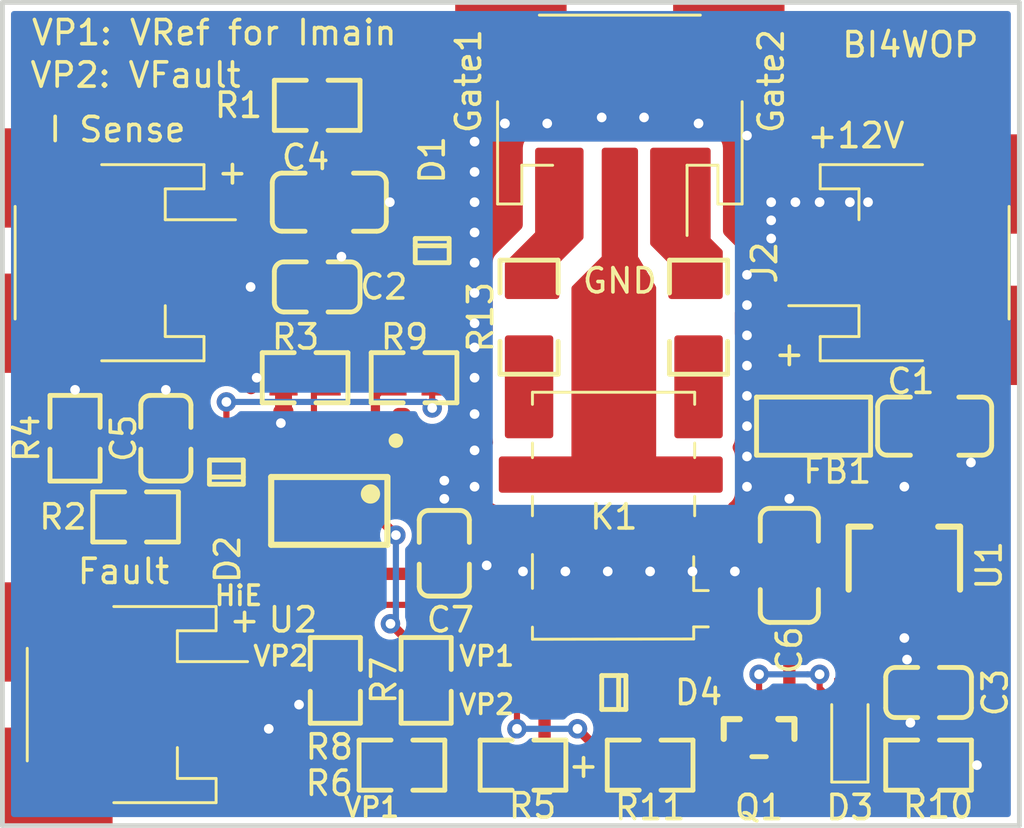
<source format=kicad_pcb>
(kicad_pcb (version 20171130) (host pcbnew "(5.1.4)-1")

  (general
    (thickness 1.6)
    (drawings 31)
    (tracks 215)
    (zones 0)
    (modules 33)
    (nets 25)
  )

  (page A4)
  (layers
    (0 F.Cu signal)
    (31 B.Cu signal)
    (32 B.Adhes user)
    (33 F.Adhes user)
    (34 B.Paste user)
    (35 F.Paste user)
    (36 B.SilkS user)
    (37 F.SilkS user)
    (38 B.Mask user)
    (39 F.Mask user)
    (40 Dwgs.User user)
    (41 Cmts.User user)
    (42 Eco1.User user)
    (43 Eco2.User user)
    (44 Edge.Cuts user)
    (45 Margin user)
    (46 B.CrtYd user)
    (47 F.CrtYd user)
    (48 B.Fab user)
    (49 F.Fab user hide)
  )

  (setup
    (last_trace_width 0.254)
    (user_trace_width 0.254)
    (user_trace_width 0.381)
    (user_trace_width 0.508)
    (user_trace_width 1.016)
    (trace_clearance 0.254)
    (zone_clearance 0.508)
    (zone_45_only no)
    (trace_min 0.2)
    (via_size 0.8)
    (via_drill 0.4)
    (via_min_size 0.4)
    (via_min_drill 0.3)
    (user_via 0.8 0.4)
    (uvia_size 0.3)
    (uvia_drill 0.1)
    (uvias_allowed no)
    (uvia_min_size 0.2)
    (uvia_min_drill 0.1)
    (edge_width 0.2)
    (segment_width 0.2)
    (pcb_text_width 0.3)
    (pcb_text_size 1.5 1.5)
    (mod_edge_width 0.12)
    (mod_text_size 1 1)
    (mod_text_width 0.15)
    (pad_size 1 3.5)
    (pad_drill 0)
    (pad_to_mask_clearance 0.051)
    (solder_mask_min_width 0.25)
    (aux_axis_origin 23.5 84)
    (visible_elements 7FFFFFFF)
    (pcbplotparams
      (layerselection 0x010fc_ffffffff)
      (usegerberextensions false)
      (usegerberattributes false)
      (usegerberadvancedattributes false)
      (creategerberjobfile false)
      (excludeedgelayer true)
      (linewidth 0.100000)
      (plotframeref false)
      (viasonmask false)
      (mode 1)
      (useauxorigin false)
      (hpglpennumber 1)
      (hpglpenspeed 20)
      (hpglpendiameter 15.000000)
      (psnegative false)
      (psa4output false)
      (plotreference true)
      (plotvalue true)
      (plotinvisibletext false)
      (padsonsilk false)
      (subtractmaskfromsilk false)
      (outputformat 1)
      (mirror false)
      (drillshape 1)
      (scaleselection 1)
      (outputdirectory ""))
  )

  (net 0 "")
  (net 1 GND)
  (net 2 "Net-(C1-Pad1)")
  (net 3 "Net-(C2-Pad1)")
  (net 4 "Net-(C5-Pad1)")
  (net 5 +5V)
  (net 6 "Net-(D1-Pad1)")
  (net 7 "Net-(D3-Pad2)")
  (net 8 "Net-(FB1-Pad2)")
  (net 9 "Net-(J1-Pad1)")
  (net 10 "Net-(J3-Pad1)")
  (net 11 "Net-(J4-Pad3)")
  (net 12 "Net-(J4-Pad1)")
  (net 13 "Net-(K1-Pad7)")
  (net 14 "Net-(K1-Pad5)")
  (net 15 "Net-(K1-Pad4)")
  (net 16 "Net-(K1-Pad2)")
  (net 17 "Net-(Q1-Pad1)")
  (net 18 "Net-(R5-Pad2)")
  (net 19 "Net-(R6-Pad1)")
  (net 20 "Net-(R7-Pad1)")
  (net 21 "Net-(R9-Pad1)")
  (net 22 "Net-(D3-Pad1)")
  (net 23 "Net-(R11-Pad2)")
  (net 24 GNDPWR)

  (net_class Default "This is the default net class."
    (clearance 0.254)
    (trace_width 0.254)
    (via_dia 0.8)
    (via_drill 0.4)
    (uvia_dia 0.3)
    (uvia_drill 0.1)
    (add_net +5V)
    (add_net GND)
    (add_net GNDPWR)
    (add_net "Net-(C1-Pad1)")
    (add_net "Net-(C2-Pad1)")
    (add_net "Net-(C5-Pad1)")
    (add_net "Net-(D1-Pad1)")
    (add_net "Net-(D3-Pad1)")
    (add_net "Net-(D3-Pad2)")
    (add_net "Net-(FB1-Pad2)")
    (add_net "Net-(J1-Pad1)")
    (add_net "Net-(J3-Pad1)")
    (add_net "Net-(J4-Pad1)")
    (add_net "Net-(J4-Pad3)")
    (add_net "Net-(K1-Pad2)")
    (add_net "Net-(K1-Pad4)")
    (add_net "Net-(K1-Pad5)")
    (add_net "Net-(K1-Pad7)")
    (add_net "Net-(Q1-Pad1)")
    (add_net "Net-(R11-Pad2)")
    (add_net "Net-(R5-Pad2)")
    (add_net "Net-(R6-Pad1)")
    (add_net "Net-(R7-Pad1)")
    (add_net "Net-(R9-Pad1)")
  )

  (module lc_lib:SOD-123 (layer F.Cu) (tedit 58AA841A) (tstamp 601DD2E9)
    (at 48.75 78.5 180)
    (path /60272607)
    (fp_text reference D4 (at -3.5 0) (layer F.SilkS)
      (effects (font (size 1 1) (thickness 0.15)))
    )
    (fp_text value 4148 (at -0.283067 3.373724) (layer F.Fab)
      (effects (font (size 1 1) (thickness 0.15)))
    )
    (fp_line (start -2.35 0.875) (end -2.35 -0.875) (layer F.CrtYd) (width 0.05))
    (fp_line (start 2.95 0.875) (end -2.35 0.875) (layer F.CrtYd) (width 0.05))
    (fp_line (start 2.95 -0.875) (end 2.95 0.875) (layer F.CrtYd) (width 0.05))
    (fp_line (start -2.35 -0.875) (end 2.95 -0.875) (layer F.CrtYd) (width 0.05))
    (fp_line (start -0.5 -0.7) (end 0.5 -0.7) (layer F.SilkS) (width 0.2))
    (fp_line (start -0.5 0.7) (end 0.5 0.7) (layer F.SilkS) (width 0.2))
    (fp_line (start 0.5 0.7) (end 0.5 -0.7) (layer F.SilkS) (width 0.2))
    (fp_line (start -0.5 0.7) (end -0.5 -0.7) (layer F.SilkS) (width 0.2))
    (fp_line (start -0.2 0.7) (end -0.2 -0.7) (layer F.SilkS) (width 0.2))
    (fp_line (start 2.6 0.3) (end 2.6 -0.3) (layer F.Fab) (width 0.1))
    (fp_line (start 2.3 0) (end 2.9 0) (layer F.Fab) (width 0.1))
    (fp_line (start -2.3 0.3) (end -2.3 -0.3) (layer F.Fab) (width 0.1))
    (fp_line (start -1.35 0.825) (end -1.35 -0.825) (layer F.Fab) (width 0.1))
    (fp_line (start -1.35 -0.825) (end 1.35 -0.825) (layer F.Fab) (width 0.1))
    (fp_line (start 1.35 0.825) (end 1.35 -0.825) (layer F.Fab) (width 0.1))
    (fp_line (start -1.35 0.825) (end 1.35 0.825) (layer F.Fab) (width 0.1))
    (pad 2 smd rect (at -1.475 0) (size 1.25 1) (layers F.Cu F.Paste F.Mask)
      (net 7 "Net-(D3-Pad2)"))
    (pad 1 smd rect (at 1.475 0) (size 1.25 1) (layers F.Cu F.Paste F.Mask)
      (net 1 GND))
    (model ${KISYS3DMOD}/Diodes_SMD.3dshapes/D_SOD-123.step
      (at (xyz 0 0 0))
      (scale (xyz 1 1 1))
      (rotate (xyz 0 0 180))
    )
  )

  (module lc_lib:1206_R (layer F.Cu) (tedit 58AA841A) (tstamp 601DE0C3)
    (at 45.25 63 270)
    (path /6026C328)
    (fp_text reference R13 (at 0 2 90) (layer F.SilkS)
      (effects (font (size 1 1) (thickness 0.15)))
    )
    (fp_text value 4.7 (at -0.683343 3.798724 90) (layer F.Fab)
      (effects (font (size 1 1) (thickness 0.15)))
    )
    (fp_line (start -2.405 1.25) (end -2.405 -1.25) (layer F.CrtYd) (width 0.05))
    (fp_line (start 2.405 1.25) (end -2.405 1.25) (layer F.CrtYd) (width 0.05))
    (fp_line (start 2.405 -1.25) (end 2.405 1.25) (layer F.CrtYd) (width 0.05))
    (fp_line (start -2.405 -1.25) (end 2.405 -1.25) (layer F.CrtYd) (width 0.05))
    (fp_line (start 1 -1.2) (end 2.355 -1.2) (layer F.SilkS) (width 0.2))
    (fp_line (start 1 1.2) (end 2.355 1.2) (layer F.SilkS) (width 0.2))
    (fp_line (start -2.355 1.2) (end -1 1.2) (layer F.SilkS) (width 0.2))
    (fp_line (start -2.355 1.2) (end -2.355 -1.2) (layer F.SilkS) (width 0.2))
    (fp_line (start 2.355 1.2) (end 2.355 -1.2) (layer F.SilkS) (width 0.2))
    (fp_line (start -2.355 -1.2) (end -1 -1.2) (layer F.SilkS) (width 0.2))
    (pad 2 smd rect (at 1.49 0 270) (size 1.13 1.8) (layers F.Cu F.Paste F.Mask)
      (net 14 "Net-(K1-Pad5)"))
    (pad 1 smd rect (at -1.49 0 270) (size 1.13 1.8) (layers F.Cu F.Paste F.Mask)
      (net 11 "Net-(J4-Pad3)"))
    (model ${KISYS3DMOD}/Resistors_SMD.3dshapes/R_1206.step
      (at (xyz 0 0 0))
      (scale (xyz 1 1 1))
      (rotate (xyz 0 0 0))
    )
  )

  (module lc_lib:1206_R (layer F.Cu) (tedit 58AA841A) (tstamp 601D3ED1)
    (at 52.25 63 90)
    (path /6026B8B6)
    (fp_text reference R12 (at 0 -2.25 90) (layer F.SilkS) hide
      (effects (font (size 1 1) (thickness 0.15)))
    )
    (fp_text value 4.7 (at -0.683343 3.798724 90) (layer F.Fab)
      (effects (font (size 1 1) (thickness 0.15)))
    )
    (fp_line (start -2.405 1.25) (end -2.405 -1.25) (layer F.CrtYd) (width 0.05))
    (fp_line (start 2.405 1.25) (end -2.405 1.25) (layer F.CrtYd) (width 0.05))
    (fp_line (start 2.405 -1.25) (end 2.405 1.25) (layer F.CrtYd) (width 0.05))
    (fp_line (start -2.405 -1.25) (end 2.405 -1.25) (layer F.CrtYd) (width 0.05))
    (fp_line (start 1 -1.2) (end 2.355 -1.2) (layer F.SilkS) (width 0.2))
    (fp_line (start 1 1.2) (end 2.355 1.2) (layer F.SilkS) (width 0.2))
    (fp_line (start -2.355 1.2) (end -1 1.2) (layer F.SilkS) (width 0.2))
    (fp_line (start -2.355 1.2) (end -2.355 -1.2) (layer F.SilkS) (width 0.2))
    (fp_line (start 2.355 1.2) (end 2.355 -1.2) (layer F.SilkS) (width 0.2))
    (fp_line (start -2.355 -1.2) (end -1 -1.2) (layer F.SilkS) (width 0.2))
    (pad 2 smd rect (at 1.49 0 90) (size 1.13 1.8) (layers F.Cu F.Paste F.Mask)
      (net 12 "Net-(J4-Pad1)"))
    (pad 1 smd rect (at -1.49 0 90) (size 1.13 1.8) (layers F.Cu F.Paste F.Mask)
      (net 15 "Net-(K1-Pad4)"))
    (model ${KISYS3DMOD}/Resistors_SMD.3dshapes/R_1206.step
      (at (xyz 0 0 0))
      (scale (xyz 1 1 1))
      (rotate (xyz 0 0 0))
    )
  )

  (module Connectors_JST:JST_PH_S2B-PH-SM4-TB_02x2.00mm_Angled (layer F.Cu) (tedit 58D404C7) (tstamp 601E0976)
    (at 29 79 270)
    (descr "JST PH series connector, S2B-PH-SM4-TB, side entry type, surface mount, Datasheet: http://www.jst-mfg.com/product/pdf/eng/ePH.pdf")
    (tags "connector jst ph")
    (path /601B54B7)
    (attr smd)
    (fp_text reference J3 (at 0 -5.625 90) (layer F.SilkS) hide
      (effects (font (size 1 1) (thickness 0.15)))
    )
    (fp_text value Fault (at 0 5.375 90) (layer F.Fab)
      (effects (font (size 1 1) (thickness 0.15)))
    )
    (fp_text user %R (at 0 1.5 90) (layer F.Fab)
      (effects (font (size 1 1) (thickness 0.15)))
    )
    (fp_line (start 4.6 -5.13) (end -4.6 -5.13) (layer F.CrtYd) (width 0.05))
    (fp_line (start 4.6 5.07) (end 4.6 -5.13) (layer F.CrtYd) (width 0.05))
    (fp_line (start -4.6 5.07) (end 4.6 5.07) (layer F.CrtYd) (width 0.05))
    (fp_line (start -4.6 -5.13) (end -4.6 5.07) (layer F.CrtYd) (width 0.05))
    (fp_line (start -1 -0.625) (end 0 -1.625) (layer F.Fab) (width 0.1))
    (fp_line (start -2 -1.625) (end -1 -0.625) (layer F.Fab) (width 0.1))
    (fp_line (start -1.775 -1.725) (end -1.775 -4.625) (layer F.SilkS) (width 0.12))
    (fp_line (start -2.325 4.475) (end 2.325 4.475) (layer F.SilkS) (width 0.12))
    (fp_line (start 3.05 -1.725) (end 1.775 -1.725) (layer F.SilkS) (width 0.12))
    (fp_line (start 3.05 -3.325) (end 3.05 -1.725) (layer F.SilkS) (width 0.12))
    (fp_line (start 4.05 -3.325) (end 3.05 -3.325) (layer F.SilkS) (width 0.12))
    (fp_line (start 4.05 0.9) (end 4.05 -3.325) (layer F.SilkS) (width 0.12))
    (fp_line (start -4.05 -3.325) (end -4.05 0.9) (layer F.SilkS) (width 0.12))
    (fp_line (start -3.05 -3.325) (end -4.05 -3.325) (layer F.SilkS) (width 0.12))
    (fp_line (start -3.05 -1.725) (end -3.05 -3.325) (layer F.SilkS) (width 0.12))
    (fp_line (start -1.775 -1.725) (end -3.05 -1.725) (layer F.SilkS) (width 0.12))
    (fp_line (start 3.15 -1.625) (end -3.15 -1.625) (layer F.Fab) (width 0.1))
    (fp_line (start 3.15 -3.225) (end 3.15 -1.625) (layer F.Fab) (width 0.1))
    (fp_line (start 3.95 -3.225) (end 3.15 -3.225) (layer F.Fab) (width 0.1))
    (fp_line (start 3.95 4.375) (end 3.95 -3.225) (layer F.Fab) (width 0.1))
    (fp_line (start -3.95 4.375) (end 3.95 4.375) (layer F.Fab) (width 0.1))
    (fp_line (start -3.95 -3.225) (end -3.95 4.375) (layer F.Fab) (width 0.1))
    (fp_line (start -3.15 -3.225) (end -3.95 -3.225) (layer F.Fab) (width 0.1))
    (fp_line (start -3.15 -1.625) (end -3.15 -3.225) (layer F.Fab) (width 0.1))
    (pad "" smd rect (at 3.35 2.875 270) (size 1.5 3.4) (layers F.Cu F.Paste F.Mask))
    (pad "" smd rect (at -3.35 2.875 270) (size 1.5 3.4) (layers F.Cu F.Paste F.Mask))
    (pad 2 smd rect (at 1 -2.875 270) (size 1 3.5) (layers F.Cu F.Paste F.Mask)
      (net 1 GND))
    (pad 1 smd rect (at -1 -2.875 270) (size 1 3.5) (layers F.Cu F.Paste F.Mask)
      (net 10 "Net-(J3-Pad1)"))
    (model ${KISYS3DMOD}/Connectors_JST.3dshapes/JST_PH_S2B-PH-SM4-TB_02x2.00mm_Angled.wrl
      (at (xyz 0 0 0))
      (scale (xyz 1 1 1))
      (rotate (xyz 0 0 0))
    )
  )

  (module Connectors_JST:JST_PH_S2B-PH-SM4-TB_02x2.00mm_Angled (layer F.Cu) (tedit 601E1AC4) (tstamp 601D95DD)
    (at 60.6 60.75 90)
    (descr "JST PH series connector, S2B-PH-SM4-TB, side entry type, surface mount, Datasheet: http://www.jst-mfg.com/product/pdf/eng/ePH.pdf")
    (tags "connector jst ph")
    (path /601C1C86)
    (attr smd)
    (fp_text reference J2 (at 0 -5.625 90) (layer F.SilkS)
      (effects (font (size 1 1) (thickness 0.15)))
    )
    (fp_text value Vin (at 0 5.375 90) (layer F.Fab)
      (effects (font (size 1 1) (thickness 0.15)))
    )
    (fp_text user %R (at 0 1.5 90) (layer F.Fab)
      (effects (font (size 1 1) (thickness 0.15)))
    )
    (fp_line (start 4.6 -5.13) (end -4.6 -5.13) (layer F.CrtYd) (width 0.05))
    (fp_line (start 4.6 5.07) (end 4.6 -5.13) (layer F.CrtYd) (width 0.05))
    (fp_line (start -4.6 5.07) (end 4.6 5.07) (layer F.CrtYd) (width 0.05))
    (fp_line (start -4.6 -5.13) (end -4.6 5.07) (layer F.CrtYd) (width 0.05))
    (fp_line (start -1 -0.625) (end 0 -1.625) (layer F.Fab) (width 0.1))
    (fp_line (start -2 -1.625) (end -1 -0.625) (layer F.Fab) (width 0.1))
    (fp_line (start -1.775 -1.725) (end -1.775 -4.625) (layer F.SilkS) (width 0.12))
    (fp_line (start -2.325 4.475) (end 2.325 4.475) (layer F.SilkS) (width 0.12))
    (fp_line (start 3.05 -1.725) (end 1.775 -1.725) (layer F.SilkS) (width 0.12))
    (fp_line (start 3.05 -3.325) (end 3.05 -1.725) (layer F.SilkS) (width 0.12))
    (fp_line (start 4.05 -3.325) (end 3.05 -3.325) (layer F.SilkS) (width 0.12))
    (fp_line (start 4.05 0.9) (end 4.05 -3.325) (layer F.SilkS) (width 0.12))
    (fp_line (start -4.05 -3.325) (end -4.05 0.9) (layer F.SilkS) (width 0.12))
    (fp_line (start -3.05 -3.325) (end -4.05 -3.325) (layer F.SilkS) (width 0.12))
    (fp_line (start -3.05 -1.725) (end -3.05 -3.325) (layer F.SilkS) (width 0.12))
    (fp_line (start -1.775 -1.725) (end -3.05 -1.725) (layer F.SilkS) (width 0.12))
    (fp_line (start 3.15 -1.625) (end -3.15 -1.625) (layer F.Fab) (width 0.1))
    (fp_line (start 3.15 -3.225) (end 3.15 -1.625) (layer F.Fab) (width 0.1))
    (fp_line (start 3.95 -3.225) (end 3.15 -3.225) (layer F.Fab) (width 0.1))
    (fp_line (start 3.95 4.375) (end 3.95 -3.225) (layer F.Fab) (width 0.1))
    (fp_line (start -3.95 4.375) (end 3.95 4.375) (layer F.Fab) (width 0.1))
    (fp_line (start -3.95 -3.225) (end -3.95 4.375) (layer F.Fab) (width 0.1))
    (fp_line (start -3.15 -3.225) (end -3.95 -3.225) (layer F.Fab) (width 0.1))
    (fp_line (start -3.15 -1.625) (end -3.15 -3.225) (layer F.Fab) (width 0.1))
    (pad "" smd rect (at 3.35 2.875 90) (size 1.5 3.4) (layers F.Cu F.Paste F.Mask))
    (pad "" smd rect (at -3.35 2.875 90) (size 1.5 3.4) (layers F.Cu F.Paste F.Mask))
    (pad 2 smd rect (at 1 -2.875 90) (size 1 3.5) (layers F.Cu F.Paste F.Mask)
      (net 1 GND) (zone_connect 1) (thermal_width 0.508) (thermal_gap 0.3))
    (pad 1 smd rect (at -1 -2.875 90) (size 1 3.5) (layers F.Cu F.Paste F.Mask)
      (net 8 "Net-(FB1-Pad2)"))
    (model ${KISYS3DMOD}/Connectors_JST.3dshapes/JST_PH_S2B-PH-SM4-TB_02x2.00mm_Angled.wrl
      (at (xyz 0 0 0))
      (scale (xyz 1 1 1))
      (rotate (xyz 0 0 0))
    )
  )

  (module Connectors_JST:JST_PH_S2B-PH-SM4-TB_02x2.00mm_Angled (layer F.Cu) (tedit 58D404C7) (tstamp 601D3D65)
    (at 28.5 60.75 270)
    (descr "JST PH series connector, S2B-PH-SM4-TB, side entry type, surface mount, Datasheet: http://www.jst-mfg.com/product/pdf/eng/ePH.pdf")
    (tags "connector jst ph")
    (path /601B4B2B)
    (attr smd)
    (fp_text reference J1 (at 0 -5.625 90) (layer F.SilkS) hide
      (effects (font (size 1 1) (thickness 0.15)))
    )
    (fp_text value Current (at 0 5.375 90) (layer F.Fab)
      (effects (font (size 1 1) (thickness 0.15)))
    )
    (fp_text user %R (at 0 1.5 90) (layer F.Fab)
      (effects (font (size 1 1) (thickness 0.15)))
    )
    (fp_line (start 4.6 -5.13) (end -4.6 -5.13) (layer F.CrtYd) (width 0.05))
    (fp_line (start 4.6 5.07) (end 4.6 -5.13) (layer F.CrtYd) (width 0.05))
    (fp_line (start -4.6 5.07) (end 4.6 5.07) (layer F.CrtYd) (width 0.05))
    (fp_line (start -4.6 -5.13) (end -4.6 5.07) (layer F.CrtYd) (width 0.05))
    (fp_line (start -1 -0.625) (end 0 -1.625) (layer F.Fab) (width 0.1))
    (fp_line (start -2 -1.625) (end -1 -0.625) (layer F.Fab) (width 0.1))
    (fp_line (start -1.775 -1.725) (end -1.775 -4.625) (layer F.SilkS) (width 0.12))
    (fp_line (start -2.325 4.475) (end 2.325 4.475) (layer F.SilkS) (width 0.12))
    (fp_line (start 3.05 -1.725) (end 1.775 -1.725) (layer F.SilkS) (width 0.12))
    (fp_line (start 3.05 -3.325) (end 3.05 -1.725) (layer F.SilkS) (width 0.12))
    (fp_line (start 4.05 -3.325) (end 3.05 -3.325) (layer F.SilkS) (width 0.12))
    (fp_line (start 4.05 0.9) (end 4.05 -3.325) (layer F.SilkS) (width 0.12))
    (fp_line (start -4.05 -3.325) (end -4.05 0.9) (layer F.SilkS) (width 0.12))
    (fp_line (start -3.05 -3.325) (end -4.05 -3.325) (layer F.SilkS) (width 0.12))
    (fp_line (start -3.05 -1.725) (end -3.05 -3.325) (layer F.SilkS) (width 0.12))
    (fp_line (start -1.775 -1.725) (end -3.05 -1.725) (layer F.SilkS) (width 0.12))
    (fp_line (start 3.15 -1.625) (end -3.15 -1.625) (layer F.Fab) (width 0.1))
    (fp_line (start 3.15 -3.225) (end 3.15 -1.625) (layer F.Fab) (width 0.1))
    (fp_line (start 3.95 -3.225) (end 3.15 -3.225) (layer F.Fab) (width 0.1))
    (fp_line (start 3.95 4.375) (end 3.95 -3.225) (layer F.Fab) (width 0.1))
    (fp_line (start -3.95 4.375) (end 3.95 4.375) (layer F.Fab) (width 0.1))
    (fp_line (start -3.95 -3.225) (end -3.95 4.375) (layer F.Fab) (width 0.1))
    (fp_line (start -3.15 -3.225) (end -3.95 -3.225) (layer F.Fab) (width 0.1))
    (fp_line (start -3.15 -1.625) (end -3.15 -3.225) (layer F.Fab) (width 0.1))
    (pad "" smd rect (at 3.35 2.875 270) (size 1.5 3.4) (layers F.Cu F.Paste F.Mask))
    (pad "" smd rect (at -3.35 2.875 270) (size 1.5 3.4) (layers F.Cu F.Paste F.Mask))
    (pad 2 smd rect (at 1 -2.875 270) (size 1 3.5) (layers F.Cu F.Paste F.Mask)
      (net 1 GND))
    (pad 1 smd rect (at -1 -2.875 270) (size 1 3.5) (layers F.Cu F.Paste F.Mask)
      (net 9 "Net-(J1-Pad1)"))
    (model ${KISYS3DMOD}/Connectors_JST.3dshapes/JST_PH_S2B-PH-SM4-TB_02x2.00mm_Angled.wrl
      (at (xyz 0 0 0))
      (scale (xyz 1 1 1))
      (rotate (xyz 0 0 0))
    )
  )

  (module LEDs:LED_0805_HandSoldering (layer F.Cu) (tedit 595FCA25) (tstamp 601D8609)
    (at 58.5 80 90)
    (descr "Resistor SMD 0805, hand soldering")
    (tags "resistor 0805")
    (path /602A1451)
    (attr smd)
    (fp_text reference D3 (at -3.25 0 180) (layer F.SilkS)
      (effects (font (size 1 1) (thickness 0.15)))
    )
    (fp_text value LED (at 0 1.75 90) (layer F.Fab)
      (effects (font (size 1 1) (thickness 0.15)))
    )
    (fp_line (start -2.2 -0.75) (end -2.2 0.75) (layer F.SilkS) (width 0.12))
    (fp_line (start 2.35 0.9) (end -2.35 0.9) (layer F.CrtYd) (width 0.05))
    (fp_line (start 2.35 0.9) (end 2.35 -0.9) (layer F.CrtYd) (width 0.05))
    (fp_line (start -2.35 -0.9) (end -2.35 0.9) (layer F.CrtYd) (width 0.05))
    (fp_line (start -2.35 -0.9) (end 2.35 -0.9) (layer F.CrtYd) (width 0.05))
    (fp_line (start -2.2 -0.75) (end 1 -0.75) (layer F.SilkS) (width 0.12))
    (fp_line (start 1 0.75) (end -2.2 0.75) (layer F.SilkS) (width 0.12))
    (fp_line (start -1 -0.62) (end 1 -0.62) (layer F.Fab) (width 0.1))
    (fp_line (start 1 -0.62) (end 1 0.62) (layer F.Fab) (width 0.1))
    (fp_line (start 1 0.62) (end -1 0.62) (layer F.Fab) (width 0.1))
    (fp_line (start -1 0.62) (end -1 -0.62) (layer F.Fab) (width 0.1))
    (fp_line (start 0.2 -0.4) (end 0.2 0.4) (layer F.Fab) (width 0.1))
    (fp_line (start 0.2 0.4) (end -0.4 0) (layer F.Fab) (width 0.1))
    (fp_line (start -0.4 0) (end 0.2 -0.4) (layer F.Fab) (width 0.1))
    (fp_line (start -0.4 -0.4) (end -0.4 0.4) (layer F.Fab) (width 0.1))
    (pad 2 smd rect (at 1.35 0 90) (size 1.5 1.3) (layers F.Cu F.Paste F.Mask)
      (net 7 "Net-(D3-Pad2)"))
    (pad 1 smd rect (at -1.35 0 90) (size 1.5 1.3) (layers F.Cu F.Paste F.Mask)
      (net 22 "Net-(D3-Pad1)"))
    (model ${KISYS3DMOD}/LEDs.3dshapes/LED_0805.wrl
      (at (xyz 0 0 0))
      (scale (xyz 1 1 1))
      (rotate (xyz 0 0 0))
    )
  )

  (module lc_lib:0805_R (layer F.Cu) (tedit 58AA841A) (tstamp 601D6A01)
    (at 61.75 81.5 180)
    (path /6028CB32)
    (fp_text reference R10 (at -0.393619 -1.684276) (layer F.SilkS)
      (effects (font (size 1 1) (thickness 0.15)))
    )
    (fp_text value 4.7K (at -0.098343 3.633724) (layer F.Fab)
      (effects (font (size 1 1) (thickness 0.15)))
    )
    (fp_line (start -1.82 1.085) (end -1.82 -1.085) (layer F.CrtYd) (width 0.05))
    (fp_line (start 1.82 1.085) (end -1.82 1.085) (layer F.CrtYd) (width 0.05))
    (fp_line (start 1.82 -1.085) (end 1.82 1.085) (layer F.CrtYd) (width 0.05))
    (fp_line (start -1.82 -1.085) (end 1.82 -1.085) (layer F.CrtYd) (width 0.05))
    (fp_line (start -1.77 -1.035) (end -0.45 -1.035) (layer F.SilkS) (width 0.2))
    (fp_line (start 0.45 -1.035) (end 1.77 -1.035) (layer F.SilkS) (width 0.2))
    (fp_line (start 0.45 1.035) (end 1.77 1.035) (layer F.SilkS) (width 0.2))
    (fp_line (start -1.77 1.035) (end -0.45 1.035) (layer F.SilkS) (width 0.2))
    (fp_line (start -1.77 1.035) (end -1.77 -1.035) (layer F.SilkS) (width 0.2))
    (fp_line (start 1.77 1.035) (end 1.77 -1.035) (layer F.SilkS) (width 0.2))
    (pad 2 smd rect (at 0.89 0 180) (size 1.16 1.47) (layers F.Cu F.Paste F.Mask)
      (net 22 "Net-(D3-Pad1)"))
    (pad 1 smd rect (at -0.89 0 180) (size 1.16 1.47) (layers F.Cu F.Paste F.Mask)
      (net 1 GND))
    (model ${KISYS3DMOD}/Resistors_SMD.3dshapes/R_0805.step
      (at (xyz 0 0 0))
      (scale (xyz 1 1 1))
      (rotate (xyz 0 0 0))
    )
  )

  (module Connectors_JST:JST_PH_S3B-PH-SM4-TB_03x2.00mm_Angled (layer F.Cu) (tedit 58D404C7) (tstamp 601D976D)
    (at 49 55 180)
    (descr "JST PH series connector, S3B-PH-SM4-TB, side entry type, surface mount, Datasheet: http://www.jst-mfg.com/product/pdf/eng/ePH.pdf")
    (tags "connector jst ph")
    (path /6025CE6C)
    (attr smd)
    (fp_text reference J4 (at 0 -5.625) (layer F.SilkS) hide
      (effects (font (size 1 1) (thickness 0.15)))
    )
    (fp_text value Conn_01x03 (at 0 5.375) (layer F.Fab)
      (effects (font (size 1 1) (thickness 0.15)))
    )
    (fp_text user %R (at 0 1.5) (layer F.Fab)
      (effects (font (size 1 1) (thickness 0.15)))
    )
    (fp_line (start 5.6 -5.13) (end -5.6 -5.13) (layer F.CrtYd) (width 0.05))
    (fp_line (start 5.6 5.07) (end 5.6 -5.13) (layer F.CrtYd) (width 0.05))
    (fp_line (start -5.6 5.07) (end 5.6 5.07) (layer F.CrtYd) (width 0.05))
    (fp_line (start -5.6 -5.13) (end -5.6 5.07) (layer F.CrtYd) (width 0.05))
    (fp_line (start -2 -0.625) (end -1 -1.625) (layer F.Fab) (width 0.1))
    (fp_line (start -3 -1.625) (end -2 -0.625) (layer F.Fab) (width 0.1))
    (fp_line (start -2.775 -1.725) (end -2.775 -4.625) (layer F.SilkS) (width 0.12))
    (fp_line (start -3.325 4.475) (end 3.325 4.475) (layer F.SilkS) (width 0.12))
    (fp_line (start 4.05 -1.725) (end 2.775 -1.725) (layer F.SilkS) (width 0.12))
    (fp_line (start 4.05 -3.325) (end 4.05 -1.725) (layer F.SilkS) (width 0.12))
    (fp_line (start 5.05 -3.325) (end 4.05 -3.325) (layer F.SilkS) (width 0.12))
    (fp_line (start 5.05 0.9) (end 5.05 -3.325) (layer F.SilkS) (width 0.12))
    (fp_line (start -5.05 -3.325) (end -5.05 0.9) (layer F.SilkS) (width 0.12))
    (fp_line (start -4.05 -3.325) (end -5.05 -3.325) (layer F.SilkS) (width 0.12))
    (fp_line (start -4.05 -1.725) (end -4.05 -3.325) (layer F.SilkS) (width 0.12))
    (fp_line (start -2.775 -1.725) (end -4.05 -1.725) (layer F.SilkS) (width 0.12))
    (fp_line (start 4.15 -1.625) (end -4.15 -1.625) (layer F.Fab) (width 0.1))
    (fp_line (start 4.15 -3.225) (end 4.15 -1.625) (layer F.Fab) (width 0.1))
    (fp_line (start 4.95 -3.225) (end 4.15 -3.225) (layer F.Fab) (width 0.1))
    (fp_line (start 4.95 4.375) (end 4.95 -3.225) (layer F.Fab) (width 0.1))
    (fp_line (start -4.95 4.375) (end 4.95 4.375) (layer F.Fab) (width 0.1))
    (fp_line (start -4.95 -3.225) (end -4.95 4.375) (layer F.Fab) (width 0.1))
    (fp_line (start -4.15 -3.225) (end -4.95 -3.225) (layer F.Fab) (width 0.1))
    (fp_line (start -4.15 -1.625) (end -4.15 -3.225) (layer F.Fab) (width 0.1))
    (pad "" smd rect (at 4.35 2.875 180) (size 1.5 3.4) (layers F.Cu F.Paste F.Mask))
    (pad "" smd rect (at -4.35 2.875 180) (size 1.5 3.4) (layers F.Cu F.Paste F.Mask))
    (pad 3 smd rect (at 2 -2.875 180) (size 1 3.5) (layers F.Cu F.Paste F.Mask)
      (net 11 "Net-(J4-Pad3)"))
    (pad 2 smd rect (at 0 -2.875 180) (size 1 3.5) (layers F.Cu F.Paste F.Mask)
      (net 24 GNDPWR))
    (pad 1 smd rect (at -2 -2.875 180) (size 1 3.5) (layers F.Cu F.Paste F.Mask)
      (net 12 "Net-(J4-Pad1)"))
    (model ${KISYS3DMOD}/Connectors_JST.3dshapes/JST_PH_S3B-PH-SM4-TB_03x2.00mm_Angled.wrl
      (at (xyz 0 0 0))
      (scale (xyz 1 1 1))
      (rotate (xyz 0 0 0))
    )
  )

  (module lc_lib:SOIC-8_150MIL (layer F.Cu) (tedit 58AA841A) (tstamp 601D3F10)
    (at 37 71 180)
    (path /601B738B)
    (fp_text reference U2 (at 1.5 -4.5 180) (layer F.SilkS)
      (effects (font (size 1 1) (thickness 0.15)))
    )
    (fp_text value LM358 (at 0.78859 6.100324) (layer F.Fab)
      (effects (font (size 1 1) (thickness 0.15)))
    )
    (fp_line (start -2.95 3.55) (end -2.95 -3.55) (layer F.CrtYd) (width 0.05))
    (fp_line (start 2.575 3.55) (end -2.95 3.55) (layer F.CrtYd) (width 0.05))
    (fp_line (start 2.575 -3.55) (end 2.575 3.55) (layer F.CrtYd) (width 0.05))
    (fp_line (start -2.95 -3.55) (end 2.575 -3.55) (layer F.CrtYd) (width 0.05))
    (fp_line (start -2.4 1.4) (end 2.4 1.4) (layer F.SilkS) (width 0.254))
    (fp_line (start -2.4 -1.4) (end 2.4 -1.4) (layer F.SilkS) (width 0.254))
    (fp_line (start -2.4 1.4) (end -2.4 -1.4) (layer F.SilkS) (width 0.254))
    (fp_line (start 2.4 1.4) (end 2.4 -1.4) (layer F.SilkS) (width 0.254))
    (fp_circle (center -2.75 2.9) (end -2.6 2.9) (layer F.SilkS) (width 0.3))
    (fp_circle (center -1.7 0.7) (end -1.5 0.7) (layer F.SilkS) (width 0.4))
    (fp_line (start -2.525 1.995) (end 2.525 1.995) (layer F.Fab) (width 0.1))
    (fp_line (start -2.525 -1.995) (end 2.525 -1.995) (layer F.Fab) (width 0.1))
    (fp_line (start -2.525 1.995) (end -2.525 -1.995) (layer F.Fab) (width 0.1))
    (fp_line (start 2.525 1.995) (end 2.525 -1.995) (layer F.Fab) (width 0.1))
    (fp_circle (center -1.625 1.095) (end -1.125 1.095) (layer F.Fab) (width 0.1))
    (pad 8 smd oval (at -1.905 -2.6) (size 0.7 1.8) (layers F.Cu F.Paste F.Mask)
      (net 5 +5V))
    (pad 7 smd oval (at -0.635 -2.6) (size 0.7 1.8) (layers F.Cu F.Paste F.Mask)
      (net 23 "Net-(R11-Pad2)"))
    (pad 6 smd oval (at 0.635 -2.6) (size 0.7 1.8) (layers F.Cu F.Paste F.Mask)
      (net 4 "Net-(C5-Pad1)"))
    (pad 5 smd oval (at 1.905 -2.6) (size 0.7 1.8) (layers F.Cu F.Paste F.Mask)
      (net 20 "Net-(R7-Pad1)"))
    (pad 4 smd oval (at 1.905 2.6) (size 0.7 1.8) (layers F.Cu F.Paste F.Mask)
      (net 1 GND))
    (pad 3 smd oval (at 0.635 2.6) (size 0.7 1.8) (layers F.Cu F.Paste F.Mask)
      (net 3 "Net-(C2-Pad1)"))
    (pad 2 smd oval (at -0.635 2.6) (size 0.7 1.8) (layers F.Cu F.Paste F.Mask)
      (net 19 "Net-(R6-Pad1)"))
    (pad 1 smd oval (at -1.905 2.6) (size 0.7 1.8) (layers F.Cu F.Paste F.Mask)
      (net 21 "Net-(R9-Pad1)"))
    (model ${KISYS3DMOD}/Package_SO.3dshapes/SOIC-8-1EP_3.9x4.9mm_P1.27mm_EP2.35x2.35mm.step
      (at (xyz 0 0 0))
      (scale (xyz 1 1 1))
      (rotate (xyz 0 0 -90))
    )
  )

  (module "lc_lib:SOT-89(SOT-89-3)" (layer F.Cu) (tedit 58AA841A) (tstamp 601D3EF5)
    (at 60.75 74.75 270)
    (path /601C066E)
    (fp_text reference U1 (at -1.5 -3.5 90) (layer F.SilkS)
      (effects (font (size 1 1) (thickness 0.15)))
    )
    (fp_text value L78L05_SOT89 (at 0.372819 4.925724 90) (layer F.Fab)
      (effects (font (size 1 1) (thickness 0.15)))
    )
    (fp_line (start -4.3 2.35) (end -4.3 -2.35) (layer F.CrtYd) (width 0.05))
    (fp_line (start 1 2.35) (end -4.3 2.35) (layer F.CrtYd) (width 0.05))
    (fp_line (start 1 -2.35) (end 1 2.35) (layer F.CrtYd) (width 0.05))
    (fp_line (start -4.3 -2.35) (end 1 -2.35) (layer F.CrtYd) (width 0.05))
    (fp_line (start -3.1 2.3) (end -0.5 2.3) (layer F.SilkS) (width 0.254))
    (fp_line (start -3.1 2.3) (end -3.1 1.4) (layer F.SilkS) (width 0.254))
    (fp_line (start -3.1 -2.3) (end -0.5 -2.3) (layer F.SilkS) (width 0.254))
    (fp_line (start -3.1 -1.4) (end -3.1 -2.3) (layer F.SilkS) (width 0.254))
    (fp_line (start -0.505 2.3) (end -0.505 -2.3) (layer F.Fab) (width 0.1))
    (fp_line (start -3.095 2.3) (end -3.095 -2.3) (layer F.Fab) (width 0.1))
    (fp_line (start -3.095 2.3) (end -0.505 2.3) (layer F.Fab) (width 0.1))
    (fp_line (start -3.095 -2.3) (end -0.505 -2.3) (layer F.Fab) (width 0.1))
    (pad 3 smd oval (at 0 -1.5 180) (size 0.7 1.9) (layers F.Cu F.Paste F.Mask)
      (net 2 "Net-(C1-Pad1)"))
    (pad 2 smd oval (at -2.5 0 180) (size 2 3.5) (layers F.Cu F.Paste F.Mask)
      (net 1 GND))
    (pad 2 smd oval (at -0.1 0 180) (size 0.7 2.1) (layers F.Cu F.Paste F.Mask)
      (net 1 GND))
    (pad 1 smd oval (at 0 1.5 180) (size 0.7 1.9) (layers F.Cu F.Paste F.Mask)
      (net 5 +5V))
  )

  (module lc_lib:0805_R (layer F.Cu) (tedit 58AA841A) (tstamp 601D3EC1)
    (at 50.25 81.5 180)
    (path /601CE3B1)
    (fp_text reference R11 (at 0 -1.75) (layer F.SilkS)
      (effects (font (size 1 1) (thickness 0.15)))
    )
    (fp_text value 4.7K (at -0.098343 3.633724) (layer F.Fab)
      (effects (font (size 1 1) (thickness 0.15)))
    )
    (fp_line (start -1.82 1.085) (end -1.82 -1.085) (layer F.CrtYd) (width 0.05))
    (fp_line (start 1.82 1.085) (end -1.82 1.085) (layer F.CrtYd) (width 0.05))
    (fp_line (start 1.82 -1.085) (end 1.82 1.085) (layer F.CrtYd) (width 0.05))
    (fp_line (start -1.82 -1.085) (end 1.82 -1.085) (layer F.CrtYd) (width 0.05))
    (fp_line (start -1.77 -1.035) (end -0.45 -1.035) (layer F.SilkS) (width 0.2))
    (fp_line (start 0.45 -1.035) (end 1.77 -1.035) (layer F.SilkS) (width 0.2))
    (fp_line (start 0.45 1.035) (end 1.77 1.035) (layer F.SilkS) (width 0.2))
    (fp_line (start -1.77 1.035) (end -0.45 1.035) (layer F.SilkS) (width 0.2))
    (fp_line (start -1.77 1.035) (end -1.77 -1.035) (layer F.SilkS) (width 0.2))
    (fp_line (start 1.77 1.035) (end 1.77 -1.035) (layer F.SilkS) (width 0.2))
    (pad 2 smd rect (at 0.89 0 180) (size 1.16 1.47) (layers F.Cu F.Paste F.Mask)
      (net 23 "Net-(R11-Pad2)"))
    (pad 1 smd rect (at -0.89 0 180) (size 1.16 1.47) (layers F.Cu F.Paste F.Mask)
      (net 17 "Net-(Q1-Pad1)"))
    (model ${KISYS3DMOD}/Resistors_SMD.3dshapes/R_0805.step
      (at (xyz 0 0 0))
      (scale (xyz 1 1 1))
      (rotate (xyz 0 0 0))
    )
  )

  (module lc_lib:0805_R (layer F.Cu) (tedit 58AA841A) (tstamp 601D3EB1)
    (at 40.5 65.5)
    (path /601B6BD8)
    (fp_text reference R9 (at -0.393619 -1.684276) (layer F.SilkS)
      (effects (font (size 1 1) (thickness 0.15)))
    )
    (fp_text value 1K (at -0.098343 3.633724) (layer F.Fab)
      (effects (font (size 1 1) (thickness 0.15)))
    )
    (fp_line (start -1.82 1.085) (end -1.82 -1.085) (layer F.CrtYd) (width 0.05))
    (fp_line (start 1.82 1.085) (end -1.82 1.085) (layer F.CrtYd) (width 0.05))
    (fp_line (start 1.82 -1.085) (end 1.82 1.085) (layer F.CrtYd) (width 0.05))
    (fp_line (start -1.82 -1.085) (end 1.82 -1.085) (layer F.CrtYd) (width 0.05))
    (fp_line (start -1.77 -1.035) (end -0.45 -1.035) (layer F.SilkS) (width 0.2))
    (fp_line (start 0.45 -1.035) (end 1.77 -1.035) (layer F.SilkS) (width 0.2))
    (fp_line (start 0.45 1.035) (end 1.77 1.035) (layer F.SilkS) (width 0.2))
    (fp_line (start -1.77 1.035) (end -0.45 1.035) (layer F.SilkS) (width 0.2))
    (fp_line (start -1.77 1.035) (end -1.77 -1.035) (layer F.SilkS) (width 0.2))
    (fp_line (start 1.77 1.035) (end 1.77 -1.035) (layer F.SilkS) (width 0.2))
    (pad 2 smd rect (at 0.89 0) (size 1.16 1.47) (layers F.Cu F.Paste F.Mask)
      (net 6 "Net-(D1-Pad1)"))
    (pad 1 smd rect (at -0.89 0) (size 1.16 1.47) (layers F.Cu F.Paste F.Mask)
      (net 21 "Net-(R9-Pad1)"))
    (model ${KISYS3DMOD}/Resistors_SMD.3dshapes/R_0805.step
      (at (xyz 0 0 0))
      (scale (xyz 1 1 1))
      (rotate (xyz 0 0 0))
    )
  )

  (module lc_lib:0805_R (layer F.Cu) (tedit 58AA841A) (tstamp 601DDDB8)
    (at 37.25 78 90)
    (path /601C4125)
    (fp_text reference R8 (at -2.75 -0.25 180) (layer F.SilkS)
      (effects (font (size 1 1) (thickness 0.15)))
    )
    (fp_text value 10K (at -0.098343 3.633724 90) (layer F.Fab)
      (effects (font (size 1 1) (thickness 0.15)))
    )
    (fp_line (start -1.82 1.085) (end -1.82 -1.085) (layer F.CrtYd) (width 0.05))
    (fp_line (start 1.82 1.085) (end -1.82 1.085) (layer F.CrtYd) (width 0.05))
    (fp_line (start 1.82 -1.085) (end 1.82 1.085) (layer F.CrtYd) (width 0.05))
    (fp_line (start -1.82 -1.085) (end 1.82 -1.085) (layer F.CrtYd) (width 0.05))
    (fp_line (start -1.77 -1.035) (end -0.45 -1.035) (layer F.SilkS) (width 0.2))
    (fp_line (start 0.45 -1.035) (end 1.77 -1.035) (layer F.SilkS) (width 0.2))
    (fp_line (start 0.45 1.035) (end 1.77 1.035) (layer F.SilkS) (width 0.2))
    (fp_line (start -1.77 1.035) (end -0.45 1.035) (layer F.SilkS) (width 0.2))
    (fp_line (start -1.77 1.035) (end -1.77 -1.035) (layer F.SilkS) (width 0.2))
    (fp_line (start 1.77 1.035) (end 1.77 -1.035) (layer F.SilkS) (width 0.2))
    (pad 2 smd rect (at 0.89 0 90) (size 1.16 1.47) (layers F.Cu F.Paste F.Mask)
      (net 20 "Net-(R7-Pad1)"))
    (pad 1 smd rect (at -0.89 0 90) (size 1.16 1.47) (layers F.Cu F.Paste F.Mask)
      (net 1 GND))
    (model ${KISYS3DMOD}/Resistors_SMD.3dshapes/R_0805.step
      (at (xyz 0 0 0))
      (scale (xyz 1 1 1))
      (rotate (xyz 0 0 0))
    )
  )

  (module lc_lib:0805_R (layer F.Cu) (tedit 58AA841A) (tstamp 601DBCB8)
    (at 41 78 90)
    (path /601D1AE2)
    (fp_text reference R7 (at 0 -1.75 90) (layer F.SilkS)
      (effects (font (size 1 1) (thickness 0.15)))
    )
    (fp_text value 2.6K (at -0.098343 3.633724 90) (layer F.Fab)
      (effects (font (size 1 1) (thickness 0.15)))
    )
    (fp_line (start -1.82 1.085) (end -1.82 -1.085) (layer F.CrtYd) (width 0.05))
    (fp_line (start 1.82 1.085) (end -1.82 1.085) (layer F.CrtYd) (width 0.05))
    (fp_line (start 1.82 -1.085) (end 1.82 1.085) (layer F.CrtYd) (width 0.05))
    (fp_line (start -1.82 -1.085) (end 1.82 -1.085) (layer F.CrtYd) (width 0.05))
    (fp_line (start -1.77 -1.035) (end -0.45 -1.035) (layer F.SilkS) (width 0.2))
    (fp_line (start 0.45 -1.035) (end 1.77 -1.035) (layer F.SilkS) (width 0.2))
    (fp_line (start 0.45 1.035) (end 1.77 1.035) (layer F.SilkS) (width 0.2))
    (fp_line (start -1.77 1.035) (end -0.45 1.035) (layer F.SilkS) (width 0.2))
    (fp_line (start -1.77 1.035) (end -1.77 -1.035) (layer F.SilkS) (width 0.2))
    (fp_line (start 1.77 1.035) (end 1.77 -1.035) (layer F.SilkS) (width 0.2))
    (pad 2 smd rect (at 0.89 0 90) (size 1.16 1.47) (layers F.Cu F.Paste F.Mask)
      (net 19 "Net-(R6-Pad1)"))
    (pad 1 smd rect (at -0.89 0 90) (size 1.16 1.47) (layers F.Cu F.Paste F.Mask)
      (net 20 "Net-(R7-Pad1)"))
    (model ${KISYS3DMOD}/Resistors_SMD.3dshapes/R_0805.step
      (at (xyz 0 0 0))
      (scale (xyz 1 1 1))
      (rotate (xyz 0 0 0))
    )
  )

  (module lc_lib:0805_R (layer F.Cu) (tedit 58AA841A) (tstamp 601D3E81)
    (at 40 81.5)
    (path /601D1D40)
    (fp_text reference R6 (at -3 0.75) (layer F.SilkS)
      (effects (font (size 1 1) (thickness 0.15)))
    )
    (fp_text value 7.2K (at -0.098343 3.633724) (layer F.Fab)
      (effects (font (size 1 1) (thickness 0.15)))
    )
    (fp_line (start -1.82 1.085) (end -1.82 -1.085) (layer F.CrtYd) (width 0.05))
    (fp_line (start 1.82 1.085) (end -1.82 1.085) (layer F.CrtYd) (width 0.05))
    (fp_line (start 1.82 -1.085) (end 1.82 1.085) (layer F.CrtYd) (width 0.05))
    (fp_line (start -1.82 -1.085) (end 1.82 -1.085) (layer F.CrtYd) (width 0.05))
    (fp_line (start -1.77 -1.035) (end -0.45 -1.035) (layer F.SilkS) (width 0.2))
    (fp_line (start 0.45 -1.035) (end 1.77 -1.035) (layer F.SilkS) (width 0.2))
    (fp_line (start 0.45 1.035) (end 1.77 1.035) (layer F.SilkS) (width 0.2))
    (fp_line (start -1.77 1.035) (end -0.45 1.035) (layer F.SilkS) (width 0.2))
    (fp_line (start -1.77 1.035) (end -1.77 -1.035) (layer F.SilkS) (width 0.2))
    (fp_line (start 1.77 1.035) (end 1.77 -1.035) (layer F.SilkS) (width 0.2))
    (pad 2 smd rect (at 0.89 0) (size 1.16 1.47) (layers F.Cu F.Paste F.Mask)
      (net 18 "Net-(R5-Pad2)"))
    (pad 1 smd rect (at -0.89 0) (size 1.16 1.47) (layers F.Cu F.Paste F.Mask)
      (net 19 "Net-(R6-Pad1)"))
    (model ${KISYS3DMOD}/Resistors_SMD.3dshapes/R_0805.step
      (at (xyz 0 0 0))
      (scale (xyz 1 1 1))
      (rotate (xyz 0 0 0))
    )
  )

  (module lc_lib:0805_R (layer F.Cu) (tedit 58AA841A) (tstamp 601DBD04)
    (at 45 81.5 180)
    (path /601DBD57)
    (fp_text reference R5 (at -0.393619 -1.684276) (layer F.SilkS)
      (effects (font (size 1 1) (thickness 0.15)))
    )
    (fp_text value 200 (at -0.098343 3.633724) (layer F.Fab)
      (effects (font (size 1 1) (thickness 0.15)))
    )
    (fp_line (start -1.82 1.085) (end -1.82 -1.085) (layer F.CrtYd) (width 0.05))
    (fp_line (start 1.82 1.085) (end -1.82 1.085) (layer F.CrtYd) (width 0.05))
    (fp_line (start 1.82 -1.085) (end 1.82 1.085) (layer F.CrtYd) (width 0.05))
    (fp_line (start -1.82 -1.085) (end 1.82 -1.085) (layer F.CrtYd) (width 0.05))
    (fp_line (start -1.77 -1.035) (end -0.45 -1.035) (layer F.SilkS) (width 0.2))
    (fp_line (start 0.45 -1.035) (end 1.77 -1.035) (layer F.SilkS) (width 0.2))
    (fp_line (start 0.45 1.035) (end 1.77 1.035) (layer F.SilkS) (width 0.2))
    (fp_line (start -1.77 1.035) (end -0.45 1.035) (layer F.SilkS) (width 0.2))
    (fp_line (start -1.77 1.035) (end -1.77 -1.035) (layer F.SilkS) (width 0.2))
    (fp_line (start 1.77 1.035) (end 1.77 -1.035) (layer F.SilkS) (width 0.2))
    (pad 2 smd rect (at 0.89 0 180) (size 1.16 1.47) (layers F.Cu F.Paste F.Mask)
      (net 18 "Net-(R5-Pad2)"))
    (pad 1 smd rect (at -0.89 0 180) (size 1.16 1.47) (layers F.Cu F.Paste F.Mask)
      (net 5 +5V))
    (model ${KISYS3DMOD}/Resistors_SMD.3dshapes/R_0805.step
      (at (xyz 0 0 0))
      (scale (xyz 1 1 1))
      (rotate (xyz 0 0 0))
    )
  )

  (module lc_lib:0805_R (layer F.Cu) (tedit 58AA841A) (tstamp 601D3E61)
    (at 26.5 68 270)
    (path /601E0824)
    (fp_text reference R4 (at 0 2 90) (layer F.SilkS)
      (effects (font (size 1 1) (thickness 0.15)))
    )
    (fp_text value 100K (at -0.098343 3.633724 90) (layer F.Fab)
      (effects (font (size 1 1) (thickness 0.15)))
    )
    (fp_line (start -1.82 1.085) (end -1.82 -1.085) (layer F.CrtYd) (width 0.05))
    (fp_line (start 1.82 1.085) (end -1.82 1.085) (layer F.CrtYd) (width 0.05))
    (fp_line (start 1.82 -1.085) (end 1.82 1.085) (layer F.CrtYd) (width 0.05))
    (fp_line (start -1.82 -1.085) (end 1.82 -1.085) (layer F.CrtYd) (width 0.05))
    (fp_line (start -1.77 -1.035) (end -0.45 -1.035) (layer F.SilkS) (width 0.2))
    (fp_line (start 0.45 -1.035) (end 1.77 -1.035) (layer F.SilkS) (width 0.2))
    (fp_line (start 0.45 1.035) (end 1.77 1.035) (layer F.SilkS) (width 0.2))
    (fp_line (start -1.77 1.035) (end -0.45 1.035) (layer F.SilkS) (width 0.2))
    (fp_line (start -1.77 1.035) (end -1.77 -1.035) (layer F.SilkS) (width 0.2))
    (fp_line (start 1.77 1.035) (end 1.77 -1.035) (layer F.SilkS) (width 0.2))
    (pad 2 smd rect (at 0.89 0 270) (size 1.16 1.47) (layers F.Cu F.Paste F.Mask)
      (net 4 "Net-(C5-Pad1)"))
    (pad 1 smd rect (at -0.89 0 270) (size 1.16 1.47) (layers F.Cu F.Paste F.Mask)
      (net 1 GND))
    (model ${KISYS3DMOD}/Resistors_SMD.3dshapes/R_0805.step
      (at (xyz 0 0 0))
      (scale (xyz 1 1 1))
      (rotate (xyz 0 0 0))
    )
  )

  (module lc_lib:0805_R (layer F.Cu) (tedit 58AA841A) (tstamp 601D3E51)
    (at 36 65.5)
    (path /6025210A)
    (fp_text reference R3 (at -0.393619 -1.684276) (layer F.SilkS)
      (effects (font (size 1 1) (thickness 0.15)))
    )
    (fp_text value 100K (at -0.098343 3.633724) (layer F.Fab)
      (effects (font (size 1 1) (thickness 0.15)))
    )
    (fp_line (start -1.82 1.085) (end -1.82 -1.085) (layer F.CrtYd) (width 0.05))
    (fp_line (start 1.82 1.085) (end -1.82 1.085) (layer F.CrtYd) (width 0.05))
    (fp_line (start 1.82 -1.085) (end 1.82 1.085) (layer F.CrtYd) (width 0.05))
    (fp_line (start -1.82 -1.085) (end 1.82 -1.085) (layer F.CrtYd) (width 0.05))
    (fp_line (start -1.77 -1.035) (end -0.45 -1.035) (layer F.SilkS) (width 0.2))
    (fp_line (start 0.45 -1.035) (end 1.77 -1.035) (layer F.SilkS) (width 0.2))
    (fp_line (start 0.45 1.035) (end 1.77 1.035) (layer F.SilkS) (width 0.2))
    (fp_line (start -1.77 1.035) (end -0.45 1.035) (layer F.SilkS) (width 0.2))
    (fp_line (start -1.77 1.035) (end -1.77 -1.035) (layer F.SilkS) (width 0.2))
    (fp_line (start 1.77 1.035) (end 1.77 -1.035) (layer F.SilkS) (width 0.2))
    (pad 2 smd rect (at 0.89 0) (size 1.16 1.47) (layers F.Cu F.Paste F.Mask)
      (net 3 "Net-(C2-Pad1)"))
    (pad 1 smd rect (at -0.89 0) (size 1.16 1.47) (layers F.Cu F.Paste F.Mask)
      (net 1 GND))
    (model ${KISYS3DMOD}/Resistors_SMD.3dshapes/R_0805.step
      (at (xyz 0 0 0))
      (scale (xyz 1 1 1))
      (rotate (xyz 0 0 0))
    )
  )

  (module lc_lib:0805_R (layer F.Cu) (tedit 58AA841A) (tstamp 601D3E41)
    (at 29 71.25 180)
    (path /601B9928)
    (fp_text reference R2 (at 3 0) (layer F.SilkS)
      (effects (font (size 1 1) (thickness 0.15)))
    )
    (fp_text value 1K (at -0.098343 3.633724) (layer F.Fab)
      (effects (font (size 1 1) (thickness 0.15)))
    )
    (fp_line (start -1.82 1.085) (end -1.82 -1.085) (layer F.CrtYd) (width 0.05))
    (fp_line (start 1.82 1.085) (end -1.82 1.085) (layer F.CrtYd) (width 0.05))
    (fp_line (start 1.82 -1.085) (end 1.82 1.085) (layer F.CrtYd) (width 0.05))
    (fp_line (start -1.82 -1.085) (end 1.82 -1.085) (layer F.CrtYd) (width 0.05))
    (fp_line (start -1.77 -1.035) (end -0.45 -1.035) (layer F.SilkS) (width 0.2))
    (fp_line (start 0.45 -1.035) (end 1.77 -1.035) (layer F.SilkS) (width 0.2))
    (fp_line (start 0.45 1.035) (end 1.77 1.035) (layer F.SilkS) (width 0.2))
    (fp_line (start -1.77 1.035) (end -0.45 1.035) (layer F.SilkS) (width 0.2))
    (fp_line (start -1.77 1.035) (end -1.77 -1.035) (layer F.SilkS) (width 0.2))
    (fp_line (start 1.77 1.035) (end 1.77 -1.035) (layer F.SilkS) (width 0.2))
    (pad 2 smd rect (at 0.89 0 180) (size 1.16 1.47) (layers F.Cu F.Paste F.Mask)
      (net 10 "Net-(J3-Pad1)"))
    (pad 1 smd rect (at -0.89 0 180) (size 1.16 1.47) (layers F.Cu F.Paste F.Mask)
      (net 4 "Net-(C5-Pad1)"))
    (model ${KISYS3DMOD}/Resistors_SMD.3dshapes/R_0805.step
      (at (xyz 0 0 0))
      (scale (xyz 1 1 1))
      (rotate (xyz 0 0 0))
    )
  )

  (module lc_lib:0805_R (layer F.Cu) (tedit 58AA841A) (tstamp 601D3E31)
    (at 36.5 54.25 180)
    (path /601AFF88)
    (fp_text reference R1 (at 3.25 0) (layer F.SilkS)
      (effects (font (size 1 1) (thickness 0.15)))
    )
    (fp_text value 1K (at -0.098343 3.633724) (layer F.Fab)
      (effects (font (size 1 1) (thickness 0.15)))
    )
    (fp_line (start -1.82 1.085) (end -1.82 -1.085) (layer F.CrtYd) (width 0.05))
    (fp_line (start 1.82 1.085) (end -1.82 1.085) (layer F.CrtYd) (width 0.05))
    (fp_line (start 1.82 -1.085) (end 1.82 1.085) (layer F.CrtYd) (width 0.05))
    (fp_line (start -1.82 -1.085) (end 1.82 -1.085) (layer F.CrtYd) (width 0.05))
    (fp_line (start -1.77 -1.035) (end -0.45 -1.035) (layer F.SilkS) (width 0.2))
    (fp_line (start 0.45 -1.035) (end 1.77 -1.035) (layer F.SilkS) (width 0.2))
    (fp_line (start 0.45 1.035) (end 1.77 1.035) (layer F.SilkS) (width 0.2))
    (fp_line (start -1.77 1.035) (end -0.45 1.035) (layer F.SilkS) (width 0.2))
    (fp_line (start -1.77 1.035) (end -1.77 -1.035) (layer F.SilkS) (width 0.2))
    (fp_line (start 1.77 1.035) (end 1.77 -1.035) (layer F.SilkS) (width 0.2))
    (pad 2 smd rect (at 0.89 0 180) (size 1.16 1.47) (layers F.Cu F.Paste F.Mask)
      (net 9 "Net-(J1-Pad1)"))
    (pad 1 smd rect (at -0.89 0 180) (size 1.16 1.47) (layers F.Cu F.Paste F.Mask)
      (net 3 "Net-(C2-Pad1)"))
    (model ${KISYS3DMOD}/Resistors_SMD.3dshapes/R_0805.step
      (at (xyz 0 0 0))
      (scale (xyz 1 1 1))
      (rotate (xyz 0 0 0))
    )
  )

  (module "lc_lib:SOT-23(SOT-23-3)" (layer F.Cu) (tedit 58AA841A) (tstamp 601D3E21)
    (at 54.75 80.25 270)
    (path /601BFECC)
    (fp_text reference Q1 (at 3 0 180) (layer F.SilkS)
      (effects (font (size 1 1) (thickness 0.15)))
    )
    (fp_text value 8550 (at 2.747819 4.085724 90) (layer F.Fab)
      (effects (font (size 1 1) (thickness 0.15)))
    )
    (fp_line (start -1.925 1.51) (end -1.925 -1.51) (layer F.CrtYd) (width 0.05))
    (fp_line (start 1.925 1.51) (end -1.925 1.51) (layer F.CrtYd) (width 0.05))
    (fp_line (start 1.925 -1.51) (end 1.925 1.51) (layer F.CrtYd) (width 0.05))
    (fp_line (start -1.925 -1.51) (end 1.925 -1.51) (layer F.CrtYd) (width 0.05))
    (fp_line (start 0.9 0.3) (end 0.9 -0.3) (layer F.SilkS) (width 0.2))
    (fp_line (start -0.65 1.46) (end -0.65 0.8) (layer F.SilkS) (width 0.254))
    (fp_line (start -0.65 1.46) (end 0.165 1.46) (layer F.SilkS) (width 0.254))
    (fp_line (start -0.65 -1.46) (end 0.165 -1.46) (layer F.SilkS) (width 0.254))
    (fp_line (start -0.65 -0.8) (end -0.65 -1.46) (layer F.SilkS) (width 0.254))
    (fp_line (start -0.65 -0.8) (end -0.65 -1.46) (layer F.SilkS) (width 0.254))
    (fp_line (start -0.65 -0.8) (end -0.65 -1.46) (layer F.SilkS) (width 0.254))
    (fp_line (start 0.65 1.46) (end 0.65 -1.46) (layer F.Fab) (width 0.1))
    (fp_line (start -0.65 1.46) (end -0.65 -1.46) (layer F.Fab) (width 0.1))
    (fp_line (start -0.65 1.46) (end 0.65 1.46) (layer F.Fab) (width 0.1))
    (fp_line (start -0.65 -1.46) (end 0.65 -1.46) (layer F.Fab) (width 0.1))
    (fp_line (start 0.65 1.46) (end 0.65 -1.46) (layer F.Fab) (width 0.1))
    (fp_line (start -0.65 1.46) (end -0.65 -1.46) (layer F.Fab) (width 0.1))
    (fp_line (start -0.65 1.46) (end 0.65 1.46) (layer F.Fab) (width 0.1))
    (fp_line (start -0.65 -1.46) (end 0.65 -1.46) (layer F.Fab) (width 0.1))
    (fp_line (start -0.65 -1.46) (end 0.65 -1.46) (layer F.Fab) (width 0.1))
    (fp_line (start -0.65 1.46) (end 0.65 1.46) (layer F.Fab) (width 0.1))
    (fp_line (start -0.65 1.46) (end -0.65 -1.46) (layer F.Fab) (width 0.1))
    (fp_line (start 0.65 1.46) (end 0.65 -1.46) (layer F.Fab) (width 0.1))
    (pad 3 smd rect (at -1.25 0 180) (size 0.7 1.25) (layers F.Cu F.Paste F.Mask)
      (net 7 "Net-(D3-Pad2)"))
    (pad 2 smd rect (at 1.25 -0.95 180) (size 0.7 1.25) (layers F.Cu F.Paste F.Mask)
      (net 5 +5V))
    (pad 1 smd rect (at 1.25 0.95 180) (size 0.7 1.25) (layers F.Cu F.Paste F.Mask)
      (net 17 "Net-(Q1-Pad1)"))
    (model ${KISYS3DMOD}/Package_TO_SOT_SMD.3dshapes/SOT-23.step
      (at (xyz 0 0 0))
      (scale (xyz 1 1 1))
      (rotate (xyz 0 0 180))
    )
  )

  (module MyPCBLib:HFD4S (layer F.Cu) (tedit 601AC3A2) (tstamp 601D3E03)
    (at 48.75 71.2 180)
    (descr "HFD4S OR Omron G6K-2F-Y relay ")
    (tags "HFD4S or Omron G6K-2F-Y relay")
    (path /601AA4A6)
    (attr smd)
    (fp_text reference K1 (at 0 -0.05) (layer F.SilkS)
      (effects (font (size 1 1) (thickness 0.15)))
    )
    (fp_text value G6K-2 (at -0.04 6.3) (layer F.Fab)
      (effects (font (size 1 1) (thickness 0.15)))
    )
    (fp_text user %R (at 0.01 0) (layer F.Fab)
      (effects (font (size 1 1) (thickness 0.15)))
    )
    (fp_line (start -3.3 -3.09) (end -3.9 -3.09) (layer F.SilkS) (width 0.12))
    (fp_line (start -3.3 -4.59) (end -3.9 -4.59) (layer F.SilkS) (width 0.12))
    (fp_line (start -3.3 -5.09) (end -3.3 -4.59) (layer F.SilkS) (width 0.12))
    (fp_line (start -3.3 -1.69) (end -3.3 -3.09) (layer F.SilkS) (width 0.12))
    (fp_line (start -3.34 0.8) (end -3.34 0) (layer F.SilkS) (width 0.12))
    (fp_line (start -3.34 3) (end -3.34 2.4) (layer F.SilkS) (width 0.12))
    (fp_line (start -3.34 5.1) (end -3.34 4.6) (layer F.SilkS) (width 0.12))
    (fp_line (start 3.36 5.1) (end -3.34 5.1) (layer F.SilkS) (width 0.12))
    (fp_line (start 3.36 4.6) (end 3.36 5.1) (layer F.SilkS) (width 0.12))
    (fp_line (start 3.36 2.4) (end 3.36 3) (layer F.SilkS) (width 0.12))
    (fp_line (start 3.36 0) (end 3.36 0.8) (layer F.SilkS) (width 0.12))
    (fp_line (start 3.36 -3) (end 3.36 -1.6) (layer F.SilkS) (width 0.12))
    (fp_line (start 3.36 -5.1) (end 3.36 -4.6) (layer F.SilkS) (width 0.12))
    (fp_line (start -3.3 -5.09) (end 3.36 -5.1) (layer F.SilkS) (width 0.12))
    (fp_line (start -3.24 -4) (end -2.24 -5) (layer F.Fab) (width 0.12))
    (fp_line (start -3.24 5) (end -3.24 -4) (layer F.Fab) (width 0.12))
    (fp_line (start 3.26 5) (end -3.24 5) (layer F.Fab) (width 0.12))
    (fp_line (start 3.26 -5) (end 3.26 5) (layer F.Fab) (width 0.12))
    (fp_line (start -2.24 -5) (end 3.26 -5) (layer F.Fab) (width 0.12))
    (fp_line (start -4.65 -5.25) (end 4.65 -5.25) (layer F.CrtYd) (width 0.05))
    (fp_line (start -4.65 -5.25) (end -4.65 5.25) (layer F.CrtYd) (width 0.05))
    (fp_line (start 4.65 5.25) (end 4.65 -5.25) (layer F.CrtYd) (width 0.05))
    (fp_line (start 4.65 5.25) (end -4.65 5.25) (layer F.CrtYd) (width 0.05))
    (pad 8 smd rect (at 3.5 -3.8 180) (size 1.8 0.8) (layers F.Cu F.Paste F.Mask)
      (net 1 GND))
    (pad 7 smd rect (at 3.5 -0.6 180) (size 1.8 0.8) (layers F.Cu F.Paste F.Mask)
      (net 13 "Net-(K1-Pad7)"))
    (pad 6 smd rect (at 3.5 1.6 180) (size 1.8 0.8) (layers F.Cu F.Paste F.Mask)
      (net 24 GNDPWR))
    (pad 5 smd rect (at 3.5 3.8 180) (size 1.8 0.8) (layers F.Cu F.Paste F.Mask)
      (net 14 "Net-(K1-Pad5)"))
    (pad 4 smd rect (at -3.5 3.8 180) (size 1.8 0.8) (layers F.Cu F.Paste F.Mask)
      (net 15 "Net-(K1-Pad4)"))
    (pad 3 smd rect (at -3.5 1.6 180) (size 1.8 0.8) (layers F.Cu F.Paste F.Mask)
      (net 24 GNDPWR))
    (pad 2 smd rect (at -3.5 -0.6 180) (size 1.8 0.8) (layers F.Cu F.Paste F.Mask)
      (net 16 "Net-(K1-Pad2)"))
    (pad 1 smd rect (at -3.5 -3.8 180) (size 1.8 0.8) (layers F.Cu F.Paste F.Mask)
      (net 7 "Net-(D3-Pad2)"))
    (model ${KISYS3DMOD}/Relay_SMD.3dshapes/Relay_DPDT_Omron_G6K-2F-Y.wrl
      (at (xyz 0 0 0))
      (scale (xyz 1 1 1))
      (rotate (xyz 0 0 0))
    )
  )

  (module lc_lib:1206_L (layer F.Cu) (tedit 58AA841A) (tstamp 601DA529)
    (at 57 67.5 180)
    (path /601C4D71)
    (fp_text reference FB1 (at -0.978619 -1.849276) (layer F.SilkS)
      (effects (font (size 1 1) (thickness 0.15)))
    )
    (fp_text value Ferrite_Bead (at -0.683343 3.798724) (layer F.Fab)
      (effects (font (size 1 1) (thickness 0.15)))
    )
    (fp_line (start -2.405 1.25) (end -2.405 -1.25) (layer F.CrtYd) (width 0.05))
    (fp_line (start 2.405 1.25) (end -2.405 1.25) (layer F.CrtYd) (width 0.05))
    (fp_line (start 2.405 -1.25) (end 2.405 1.25) (layer F.CrtYd) (width 0.05))
    (fp_line (start -2.405 -1.25) (end 2.405 -1.25) (layer F.CrtYd) (width 0.05))
    (fp_line (start -2.355 -1.2) (end 2.355 -1.2) (layer F.SilkS) (width 0.2))
    (fp_line (start 2.355 1.2) (end 2.355 -1.2) (layer F.SilkS) (width 0.2))
    (fp_line (start -2.355 1.2) (end 2.355 1.2) (layer F.SilkS) (width 0.2))
    (fp_line (start -2.355 1.2) (end -2.355 -1.2) (layer F.SilkS) (width 0.2))
    (fp_line (start -1.6 -0.8) (end 1.6 -0.8) (layer F.Fab) (width 0.05))
    (fp_line (start 1.6 0.8) (end 1.6 -0.8) (layer F.Fab) (width 0.05))
    (fp_line (start -1.6 0.8) (end 1.6 0.8) (layer F.Fab) (width 0.05))
    (fp_line (start -1.6 0.8) (end -1.6 -0.8) (layer F.Fab) (width 0.05))
    (pad 2 smd rect (at 1.49 0 180) (size 1.13 1.8) (layers F.Cu F.Paste F.Mask)
      (net 8 "Net-(FB1-Pad2)"))
    (pad 1 smd rect (at -1.49 0 180) (size 1.13 1.8) (layers F.Cu F.Paste F.Mask)
      (net 2 "Net-(C1-Pad1)"))
    (model ${KISYS3DMOD}/Inductors_SMD.3dshapes/L_1206.step
      (at (xyz 0 0 0))
      (scale (xyz 1 1 1))
      (rotate (xyz 0 0 0))
    )
  )

  (module lc_lib:SOD-123 (layer F.Cu) (tedit 58AA841A) (tstamp 601D3D16)
    (at 32.75 69.4 90)
    (path /602242AD)
    (fp_text reference D2 (at -3.6 0.05 90) (layer F.SilkS)
      (effects (font (size 1 1) (thickness 0.15)))
    )
    (fp_text value D (at -0.283067 3.373724 90) (layer F.Fab)
      (effects (font (size 1 1) (thickness 0.15)))
    )
    (fp_line (start -2.35 0.875) (end -2.35 -0.875) (layer F.CrtYd) (width 0.05))
    (fp_line (start 2.95 0.875) (end -2.35 0.875) (layer F.CrtYd) (width 0.05))
    (fp_line (start 2.95 -0.875) (end 2.95 0.875) (layer F.CrtYd) (width 0.05))
    (fp_line (start -2.35 -0.875) (end 2.95 -0.875) (layer F.CrtYd) (width 0.05))
    (fp_line (start -0.5 -0.7) (end 0.5 -0.7) (layer F.SilkS) (width 0.2))
    (fp_line (start -0.5 0.7) (end 0.5 0.7) (layer F.SilkS) (width 0.2))
    (fp_line (start 0.5 0.7) (end 0.5 -0.7) (layer F.SilkS) (width 0.2))
    (fp_line (start -0.5 0.7) (end -0.5 -0.7) (layer F.SilkS) (width 0.2))
    (fp_line (start -0.2 0.7) (end -0.2 -0.7) (layer F.SilkS) (width 0.2))
    (fp_line (start 2.6 0.3) (end 2.6 -0.3) (layer F.Fab) (width 0.1))
    (fp_line (start 2.3 0) (end 2.9 0) (layer F.Fab) (width 0.1))
    (fp_line (start -2.3 0.3) (end -2.3 -0.3) (layer F.Fab) (width 0.1))
    (fp_line (start -1.35 0.825) (end -1.35 -0.825) (layer F.Fab) (width 0.1))
    (fp_line (start -1.35 -0.825) (end 1.35 -0.825) (layer F.Fab) (width 0.1))
    (fp_line (start 1.35 0.825) (end 1.35 -0.825) (layer F.Fab) (width 0.1))
    (fp_line (start -1.35 0.825) (end 1.35 0.825) (layer F.Fab) (width 0.1))
    (pad 2 smd rect (at -1.475 0 270) (size 1.25 1) (layers F.Cu F.Paste F.Mask)
      (net 4 "Net-(C5-Pad1)"))
    (pad 1 smd rect (at 1.475 0 270) (size 1.25 1) (layers F.Cu F.Paste F.Mask)
      (net 6 "Net-(D1-Pad1)"))
    (model ${KISYS3DMOD}/Diodes_SMD.3dshapes/D_SOD-123.step
      (at (xyz 0 0 0))
      (scale (xyz 1 1 1))
      (rotate (xyz 0 0 180))
    )
  )

  (module lc_lib:SOD-123 (layer F.Cu) (tedit 58AA841A) (tstamp 601D3D00)
    (at 41.25 60.25 270)
    (path /601FD31F)
    (fp_text reference D1 (at -3.75 0 90) (layer F.SilkS)
      (effects (font (size 1 1) (thickness 0.15)))
    )
    (fp_text value D (at -0.283067 3.373724 90) (layer F.Fab)
      (effects (font (size 1 1) (thickness 0.15)))
    )
    (fp_line (start -2.35 0.875) (end -2.35 -0.875) (layer F.CrtYd) (width 0.05))
    (fp_line (start 2.95 0.875) (end -2.35 0.875) (layer F.CrtYd) (width 0.05))
    (fp_line (start 2.95 -0.875) (end 2.95 0.875) (layer F.CrtYd) (width 0.05))
    (fp_line (start -2.35 -0.875) (end 2.95 -0.875) (layer F.CrtYd) (width 0.05))
    (fp_line (start -0.5 -0.7) (end 0.5 -0.7) (layer F.SilkS) (width 0.2))
    (fp_line (start -0.5 0.7) (end 0.5 0.7) (layer F.SilkS) (width 0.2))
    (fp_line (start 0.5 0.7) (end 0.5 -0.7) (layer F.SilkS) (width 0.2))
    (fp_line (start -0.5 0.7) (end -0.5 -0.7) (layer F.SilkS) (width 0.2))
    (fp_line (start -0.2 0.7) (end -0.2 -0.7) (layer F.SilkS) (width 0.2))
    (fp_line (start 2.6 0.3) (end 2.6 -0.3) (layer F.Fab) (width 0.1))
    (fp_line (start 2.3 0) (end 2.9 0) (layer F.Fab) (width 0.1))
    (fp_line (start -2.3 0.3) (end -2.3 -0.3) (layer F.Fab) (width 0.1))
    (fp_line (start -1.35 0.825) (end -1.35 -0.825) (layer F.Fab) (width 0.1))
    (fp_line (start -1.35 -0.825) (end 1.35 -0.825) (layer F.Fab) (width 0.1))
    (fp_line (start 1.35 0.825) (end 1.35 -0.825) (layer F.Fab) (width 0.1))
    (fp_line (start -1.35 0.825) (end 1.35 0.825) (layer F.Fab) (width 0.1))
    (pad 2 smd rect (at -1.475 0 90) (size 1.25 1) (layers F.Cu F.Paste F.Mask)
      (net 3 "Net-(C2-Pad1)"))
    (pad 1 smd rect (at 1.475 0 90) (size 1.25 1) (layers F.Cu F.Paste F.Mask)
      (net 6 "Net-(D1-Pad1)"))
    (model ${KISYS3DMOD}/Diodes_SMD.3dshapes/D_SOD-123.step
      (at (xyz 0 0 0))
      (scale (xyz 1 1 1))
      (rotate (xyz 0 0 180))
    )
  )

  (module lc_lib:0805_C (layer F.Cu) (tedit 58AA841A) (tstamp 601D3CEA)
    (at 41.75 72.75 270)
    (path /602423E7)
    (fp_text reference C7 (at 2.75 -0.25 180) (layer F.SilkS)
      (effects (font (size 1 1) (thickness 0.15)))
    )
    (fp_text value 104 (at -0.098343 3.633724 90) (layer F.Fab)
      (effects (font (size 1 1) (thickness 0.15)))
    )
    (fp_line (start -1.82 1.085) (end -1.82 -1.08501) (layer F.CrtYd) (width 0.05))
    (fp_line (start 1.82 1.085) (end -1.82 1.085) (layer F.CrtYd) (width 0.05))
    (fp_line (start 1.82 -1.08501) (end 1.82 1.085) (layer F.CrtYd) (width 0.05))
    (fp_line (start -1.82 -1.08501) (end 1.82 -1.08501) (layer F.CrtYd) (width 0.05))
    (fp_line (start -1.77 0.635) (end -1.77 -0.635) (layer F.SilkS) (width 0.2))
    (fp_line (start -1.37 1.035) (end -0.45 1.035) (layer F.SilkS) (width 0.2))
    (fp_line (start 1.77 0.635) (end 1.77 -0.635) (layer F.SilkS) (width 0.2))
    (fp_line (start 0.45 1.035) (end 1.37 1.035) (layer F.SilkS) (width 0.2))
    (fp_line (start 0.45 -1.035) (end 1.37 -1.035) (layer F.SilkS) (width 0.2))
    (fp_line (start -1.37 -1.035) (end -0.45 -1.035) (layer F.SilkS) (width 0.2))
    (fp_arc (start -1.37 -0.63501) (end -1.37 -1.03501) (angle -90) (layer F.SilkS) (width 0.2))
    (fp_arc (start -1.37 0.635) (end -1.77 0.635) (angle -90) (layer F.SilkS) (width 0.2))
    (fp_arc (start 1.37 0.635) (end 1.37 1.035) (angle -90) (layer F.SilkS) (width 0.2))
    (fp_arc (start 1.37 -0.635) (end 1.77 -0.635) (angle -90) (layer F.SilkS) (width 0.2))
    (pad 2 smd rect (at 0.89 0 270) (size 1.16 1.47) (layers F.Cu F.Paste F.Mask)
      (net 5 +5V))
    (pad 1 smd rect (at -0.89 0 270) (size 1.16 1.47) (layers F.Cu F.Paste F.Mask)
      (net 1 GND))
    (model ${KISYS3DMOD}/Capacitors_SMD.3dshapes/C_0805.step
      (at (xyz 0 0 0))
      (scale (xyz 1 1 1))
      (rotate (xyz 0 0 0))
    )
  )

  (module lc_lib:1206_C (layer F.Cu) (tedit 58AA841A) (tstamp 601D3CD6)
    (at 56 73.25 90)
    (path /601C9C75)
    (fp_text reference C6 (at -3.5 0 90) (layer F.SilkS)
      (effects (font (size 1 1) (thickness 0.15)))
    )
    (fp_text value 10uF (at -0.683343 3.798724 90) (layer F.Fab)
      (effects (font (size 1 1) (thickness 0.15)))
    )
    (fp_line (start -2.405 1.25) (end -2.405 -1.25) (layer F.CrtYd) (width 0.05))
    (fp_line (start 2.405 1.25) (end -2.405 1.25) (layer F.CrtYd) (width 0.05))
    (fp_line (start 2.405 -1.25) (end 2.405 1.25) (layer F.CrtYd) (width 0.05))
    (fp_line (start -2.405 -1.25) (end 2.405 -1.25) (layer F.CrtYd) (width 0.05))
    (fp_line (start -1.955 1.2) (end -1 1.2) (layer F.SilkS) (width 0.2))
    (fp_line (start 1 1.2) (end 1.955 1.2) (layer F.SilkS) (width 0.2))
    (fp_line (start 1 -1.2) (end 1.955 -1.2) (layer F.SilkS) (width 0.2))
    (fp_line (start -1.955 -1.2) (end -1 -1.2) (layer F.SilkS) (width 0.2))
    (fp_line (start 2.355 0.8) (end 2.355 -0.8) (layer F.SilkS) (width 0.2))
    (fp_line (start -2.355 0.8) (end -2.355 -0.8) (layer F.SilkS) (width 0.2))
    (fp_arc (start 1.955 -0.8) (end 2.355 -0.8) (angle -90) (layer F.SilkS) (width 0.2))
    (fp_arc (start 1.955 0.8) (end 1.955 1.2) (angle -90) (layer F.SilkS) (width 0.2))
    (fp_arc (start -1.955 0.8) (end -2.355 0.8) (angle -90) (layer F.SilkS) (width 0.2))
    (fp_arc (start -1.955 -0.8) (end -1.955 -1.2) (angle -90) (layer F.SilkS) (width 0.2))
    (pad 2 smd rect (at 1.49 0 90) (size 1.13 1.8) (layers F.Cu F.Paste F.Mask)
      (net 1 GND))
    (pad 1 smd rect (at -1.49 0 90) (size 1.13 1.8) (layers F.Cu F.Paste F.Mask)
      (net 5 +5V))
    (model ${KISYS3DMOD}/Capacitors_SMD.3dshapes/C_1206.step
      (at (xyz 0 0 0))
      (scale (xyz 1 1 1))
      (rotate (xyz 0 0 0))
    )
  )

  (module lc_lib:0805_C (layer F.Cu) (tedit 58AA841A) (tstamp 601D3CC2)
    (at 30.25 68 90)
    (path /601BC7DD)
    (fp_text reference C5 (at 0 -1.75 90) (layer F.SilkS)
      (effects (font (size 1 1) (thickness 0.15)))
    )
    (fp_text value 104 (at -0.098343 3.633724 90) (layer F.Fab)
      (effects (font (size 1 1) (thickness 0.15)))
    )
    (fp_line (start -1.82 1.085) (end -1.82 -1.08501) (layer F.CrtYd) (width 0.05))
    (fp_line (start 1.82 1.085) (end -1.82 1.085) (layer F.CrtYd) (width 0.05))
    (fp_line (start 1.82 -1.08501) (end 1.82 1.085) (layer F.CrtYd) (width 0.05))
    (fp_line (start -1.82 -1.08501) (end 1.82 -1.08501) (layer F.CrtYd) (width 0.05))
    (fp_line (start -1.77 0.635) (end -1.77 -0.635) (layer F.SilkS) (width 0.2))
    (fp_line (start -1.37 1.035) (end -0.45 1.035) (layer F.SilkS) (width 0.2))
    (fp_line (start 1.77 0.635) (end 1.77 -0.635) (layer F.SilkS) (width 0.2))
    (fp_line (start 0.45 1.035) (end 1.37 1.035) (layer F.SilkS) (width 0.2))
    (fp_line (start 0.45 -1.035) (end 1.37 -1.035) (layer F.SilkS) (width 0.2))
    (fp_line (start -1.37 -1.035) (end -0.45 -1.035) (layer F.SilkS) (width 0.2))
    (fp_arc (start -1.37 -0.63501) (end -1.37 -1.03501) (angle -90) (layer F.SilkS) (width 0.2))
    (fp_arc (start -1.37 0.635) (end -1.77 0.635) (angle -90) (layer F.SilkS) (width 0.2))
    (fp_arc (start 1.37 0.635) (end 1.37 1.035) (angle -90) (layer F.SilkS) (width 0.2))
    (fp_arc (start 1.37 -0.635) (end 1.77 -0.635) (angle -90) (layer F.SilkS) (width 0.2))
    (pad 2 smd rect (at 0.89 0 90) (size 1.16 1.47) (layers F.Cu F.Paste F.Mask)
      (net 1 GND))
    (pad 1 smd rect (at -0.89 0 90) (size 1.16 1.47) (layers F.Cu F.Paste F.Mask)
      (net 4 "Net-(C5-Pad1)"))
    (model ${KISYS3DMOD}/Capacitors_SMD.3dshapes/C_0805.step
      (at (xyz 0 0 0))
      (scale (xyz 1 1 1))
      (rotate (xyz 0 0 0))
    )
  )

  (module lc_lib:1206_C (layer F.Cu) (tedit 58AA841A) (tstamp 601D3CAE)
    (at 37 58.25)
    (path /601B056D)
    (fp_text reference C4 (at -0.978619 -1.849276) (layer F.SilkS)
      (effects (font (size 1 1) (thickness 0.15)))
    )
    (fp_text value 10uF (at -0.683343 3.798724) (layer F.Fab)
      (effects (font (size 1 1) (thickness 0.15)))
    )
    (fp_line (start -2.405 1.25) (end -2.405 -1.25) (layer F.CrtYd) (width 0.05))
    (fp_line (start 2.405 1.25) (end -2.405 1.25) (layer F.CrtYd) (width 0.05))
    (fp_line (start 2.405 -1.25) (end 2.405 1.25) (layer F.CrtYd) (width 0.05))
    (fp_line (start -2.405 -1.25) (end 2.405 -1.25) (layer F.CrtYd) (width 0.05))
    (fp_line (start -1.955 1.2) (end -1 1.2) (layer F.SilkS) (width 0.2))
    (fp_line (start 1 1.2) (end 1.955 1.2) (layer F.SilkS) (width 0.2))
    (fp_line (start 1 -1.2) (end 1.955 -1.2) (layer F.SilkS) (width 0.2))
    (fp_line (start -1.955 -1.2) (end -1 -1.2) (layer F.SilkS) (width 0.2))
    (fp_line (start 2.355 0.8) (end 2.355 -0.8) (layer F.SilkS) (width 0.2))
    (fp_line (start -2.355 0.8) (end -2.355 -0.8) (layer F.SilkS) (width 0.2))
    (fp_arc (start 1.955 -0.8) (end 2.355 -0.8) (angle -90) (layer F.SilkS) (width 0.2))
    (fp_arc (start 1.955 0.8) (end 1.955 1.2) (angle -90) (layer F.SilkS) (width 0.2))
    (fp_arc (start -1.955 0.8) (end -2.355 0.8) (angle -90) (layer F.SilkS) (width 0.2))
    (fp_arc (start -1.955 -0.8) (end -1.955 -1.2) (angle -90) (layer F.SilkS) (width 0.2))
    (pad 2 smd rect (at 1.49 0) (size 1.13 1.8) (layers F.Cu F.Paste F.Mask)
      (net 1 GND))
    (pad 1 smd rect (at -1.49 0) (size 1.13 1.8) (layers F.Cu F.Paste F.Mask)
      (net 3 "Net-(C2-Pad1)"))
    (model ${KISYS3DMOD}/Capacitors_SMD.3dshapes/C_1206.step
      (at (xyz 0 0 0))
      (scale (xyz 1 1 1))
      (rotate (xyz 0 0 0))
    )
  )

  (module lc_lib:0805_C (layer F.Cu) (tedit 58AA841A) (tstamp 601DDA32)
    (at 61.75 78.5 180)
    (path /601C6CAC)
    (fp_text reference C3 (at -2.75 0 90) (layer F.SilkS)
      (effects (font (size 1 1) (thickness 0.15)))
    )
    (fp_text value 104 (at -0.098343 3.633724) (layer F.Fab)
      (effects (font (size 1 1) (thickness 0.15)))
    )
    (fp_line (start -1.82 1.085) (end -1.82 -1.08501) (layer F.CrtYd) (width 0.05))
    (fp_line (start 1.82 1.085) (end -1.82 1.085) (layer F.CrtYd) (width 0.05))
    (fp_line (start 1.82 -1.08501) (end 1.82 1.085) (layer F.CrtYd) (width 0.05))
    (fp_line (start -1.82 -1.08501) (end 1.82 -1.08501) (layer F.CrtYd) (width 0.05))
    (fp_line (start -1.77 0.635) (end -1.77 -0.635) (layer F.SilkS) (width 0.2))
    (fp_line (start -1.37 1.035) (end -0.45 1.035) (layer F.SilkS) (width 0.2))
    (fp_line (start 1.77 0.635) (end 1.77 -0.635) (layer F.SilkS) (width 0.2))
    (fp_line (start 0.45 1.035) (end 1.37 1.035) (layer F.SilkS) (width 0.2))
    (fp_line (start 0.45 -1.035) (end 1.37 -1.035) (layer F.SilkS) (width 0.2))
    (fp_line (start -1.37 -1.035) (end -0.45 -1.035) (layer F.SilkS) (width 0.2))
    (fp_arc (start -1.37 -0.63501) (end -1.37 -1.03501) (angle -90) (layer F.SilkS) (width 0.2))
    (fp_arc (start -1.37 0.635) (end -1.77 0.635) (angle -90) (layer F.SilkS) (width 0.2))
    (fp_arc (start 1.37 0.635) (end 1.37 1.035) (angle -90) (layer F.SilkS) (width 0.2))
    (fp_arc (start 1.37 -0.635) (end 1.77 -0.635) (angle -90) (layer F.SilkS) (width 0.2))
    (pad 2 smd rect (at 0.89 0 180) (size 1.16 1.47) (layers F.Cu F.Paste F.Mask)
      (net 1 GND))
    (pad 1 smd rect (at -0.89 0 180) (size 1.16 1.47) (layers F.Cu F.Paste F.Mask)
      (net 2 "Net-(C1-Pad1)"))
    (model ${KISYS3DMOD}/Capacitors_SMD.3dshapes/C_0805.step
      (at (xyz 0 0 0))
      (scale (xyz 1 1 1))
      (rotate (xyz 0 0 0))
    )
  )

  (module lc_lib:0805_C (layer F.Cu) (tedit 58AA841A) (tstamp 601DE28F)
    (at 36.5 61.75)
    (path /6024DAFA)
    (fp_text reference C2 (at 2.75 0) (layer F.SilkS)
      (effects (font (size 1 1) (thickness 0.15)))
    )
    (fp_text value 104 (at -0.098343 3.633724) (layer F.Fab)
      (effects (font (size 1 1) (thickness 0.15)))
    )
    (fp_line (start -1.82 1.085) (end -1.82 -1.08501) (layer F.CrtYd) (width 0.05))
    (fp_line (start 1.82 1.085) (end -1.82 1.085) (layer F.CrtYd) (width 0.05))
    (fp_line (start 1.82 -1.08501) (end 1.82 1.085) (layer F.CrtYd) (width 0.05))
    (fp_line (start -1.82 -1.08501) (end 1.82 -1.08501) (layer F.CrtYd) (width 0.05))
    (fp_line (start -1.77 0.635) (end -1.77 -0.635) (layer F.SilkS) (width 0.2))
    (fp_line (start -1.37 1.035) (end -0.45 1.035) (layer F.SilkS) (width 0.2))
    (fp_line (start 1.77 0.635) (end 1.77 -0.635) (layer F.SilkS) (width 0.2))
    (fp_line (start 0.45 1.035) (end 1.37 1.035) (layer F.SilkS) (width 0.2))
    (fp_line (start 0.45 -1.035) (end 1.37 -1.035) (layer F.SilkS) (width 0.2))
    (fp_line (start -1.37 -1.035) (end -0.45 -1.035) (layer F.SilkS) (width 0.2))
    (fp_arc (start -1.37 -0.63501) (end -1.37 -1.03501) (angle -90) (layer F.SilkS) (width 0.2))
    (fp_arc (start -1.37 0.635) (end -1.77 0.635) (angle -90) (layer F.SilkS) (width 0.2))
    (fp_arc (start 1.37 0.635) (end 1.37 1.035) (angle -90) (layer F.SilkS) (width 0.2))
    (fp_arc (start 1.37 -0.635) (end 1.77 -0.635) (angle -90) (layer F.SilkS) (width 0.2))
    (pad 2 smd rect (at 0.89 0) (size 1.16 1.47) (layers F.Cu F.Paste F.Mask)
      (net 1 GND))
    (pad 1 smd rect (at -0.89 0) (size 1.16 1.47) (layers F.Cu F.Paste F.Mask)
      (net 3 "Net-(C2-Pad1)"))
    (model ${KISYS3DMOD}/Capacitors_SMD.3dshapes/C_0805.step
      (at (xyz 0 0 0))
      (scale (xyz 1 1 1))
      (rotate (xyz 0 0 0))
    )
  )

  (module lc_lib:1206_C (layer F.Cu) (tedit 58AA841A) (tstamp 601DA55E)
    (at 62 67.5)
    (path /601C3046)
    (fp_text reference C1 (at -0.978619 -1.849276) (layer F.SilkS)
      (effects (font (size 1 1) (thickness 0.15)))
    )
    (fp_text value 10uF (at -0.683343 3.798724) (layer F.Fab)
      (effects (font (size 1 1) (thickness 0.15)))
    )
    (fp_line (start -2.405 1.25) (end -2.405 -1.25) (layer F.CrtYd) (width 0.05))
    (fp_line (start 2.405 1.25) (end -2.405 1.25) (layer F.CrtYd) (width 0.05))
    (fp_line (start 2.405 -1.25) (end 2.405 1.25) (layer F.CrtYd) (width 0.05))
    (fp_line (start -2.405 -1.25) (end 2.405 -1.25) (layer F.CrtYd) (width 0.05))
    (fp_line (start -1.955 1.2) (end -1 1.2) (layer F.SilkS) (width 0.2))
    (fp_line (start 1 1.2) (end 1.955 1.2) (layer F.SilkS) (width 0.2))
    (fp_line (start 1 -1.2) (end 1.955 -1.2) (layer F.SilkS) (width 0.2))
    (fp_line (start -1.955 -1.2) (end -1 -1.2) (layer F.SilkS) (width 0.2))
    (fp_line (start 2.355 0.8) (end 2.355 -0.8) (layer F.SilkS) (width 0.2))
    (fp_line (start -2.355 0.8) (end -2.355 -0.8) (layer F.SilkS) (width 0.2))
    (fp_arc (start 1.955 -0.8) (end 2.355 -0.8) (angle -90) (layer F.SilkS) (width 0.2))
    (fp_arc (start 1.955 0.8) (end 1.955 1.2) (angle -90) (layer F.SilkS) (width 0.2))
    (fp_arc (start -1.955 0.8) (end -2.355 0.8) (angle -90) (layer F.SilkS) (width 0.2))
    (fp_arc (start -1.955 -0.8) (end -1.955 -1.2) (angle -90) (layer F.SilkS) (width 0.2))
    (pad 2 smd rect (at 1.49 0) (size 1.13 1.8) (layers F.Cu F.Paste F.Mask)
      (net 1 GND))
    (pad 1 smd rect (at -1.49 0) (size 1.13 1.8) (layers F.Cu F.Paste F.Mask)
      (net 2 "Net-(C1-Pad1)"))
    (model ${KISYS3DMOD}/Capacitors_SMD.3dshapes/C_1206.step
      (at (xyz 0 0 0))
      (scale (xyz 1 1 1))
      (rotate (xyz 0 0 0))
    )
  )

  (gr_text HiE (at 33.25 74.5) (layer F.SilkS)
    (effects (font (size 0.8 0.8) (thickness 0.15)))
  )
  (gr_text BI4WOP (at 61 51.75) (layer F.SilkS)
    (effects (font (size 1 1) (thickness 0.15)))
  )
  (gr_text "VP2: VFault" (at 29 53) (layer F.SilkS)
    (effects (font (size 1 1) (thickness 0.15)))
  )
  (gr_text "VP1: VRef for Imain" (at 32.25 51.25) (layer F.SilkS)
    (effects (font (size 1 1) (thickness 0.15)))
  )
  (gr_text VP2 (at 43.5 79) (layer F.SilkS) (tstamp 60368CAF)
    (effects (font (size 0.8 0.8) (thickness 0.15)))
  )
  (gr_text VP2 (at 35 77) (layer F.SilkS) (tstamp 60368CAA)
    (effects (font (size 0.8 0.8) (thickness 0.15)))
  )
  (gr_text VP1 (at 43.5 77) (layer F.SilkS) (tstamp 60368CAA)
    (effects (font (size 0.8 0.8) (thickness 0.15)))
  )
  (gr_text VP1 (at 38.75 83.25) (layer F.SilkS)
    (effects (font (size 0.8 0.8) (thickness 0.15)))
  )
  (gr_text + (at 47.5 81.5) (layer F.SilkS)
    (effects (font (size 1 1) (thickness 0.15)))
  )
  (gr_text + (at 33.5 75.5) (layer F.SilkS) (tstamp 60368C52)
    (effects (font (size 1 1) (thickness 0.15)))
  )
  (gr_text + (at 33 57) (layer F.SilkS) (tstamp 60368C52)
    (effects (font (size 1 1) (thickness 0.15)))
  )
  (gr_text + (at 56 64.5) (layer F.SilkS)
    (effects (font (size 1 1) (thickness 0.15)))
  )
  (gr_poly (pts (xy 48 62.75) (xy 49.5 62.75) (xy 49.5 64.5) (xy 48 64.5)) (layer F.Mask) (width 0.1))
  (gr_text GND (at 49 61.5) (layer F.SilkS)
    (effects (font (size 1 1) (thickness 0.15)))
  )
  (gr_text Gate2 (at 55.25 53.25 90) (layer F.SilkS)
    (effects (font (size 1 1) (thickness 0.15)))
  )
  (gr_text Gate1 (at 42.75 53.25 90) (layer F.SilkS)
    (effects (font (size 1 1) (thickness 0.15)))
  )
  (gr_text +12V (at 58.75 55.5) (layer F.SilkS)
    (effects (font (size 1 1) (thickness 0.15)))
  )
  (gr_text Fault (at 28.5 73.5) (layer F.SilkS)
    (effects (font (size 1 1) (thickness 0.15)))
  )
  (gr_text "I Sense" (at 28.25 55.25) (layer F.SilkS)
    (effects (font (size 1 1) (thickness 0.15)))
  )
  (gr_poly (pts (xy 51.25 50) (xy 55.75 50) (xy 55.75 54) (xy 51.25 54)) (layer F.Cu) (width 0.1) (tstamp 601E1B9E))
  (gr_poly (pts (xy 42.25 50) (xy 46.75 50) (xy 46.75 54) (xy 42.25 54)) (layer F.Cu) (width 0.1) (tstamp 601E1B9E))
  (gr_poly (pts (xy 61 61.75) (xy 65.5 61.75) (xy 65.5 65.75) (xy 61 65.75)) (layer F.Cu) (width 0.1) (tstamp 601E1B9E))
  (gr_poly (pts (xy 61 55.5) (xy 65.5 55.5) (xy 65.5 59.5) (xy 61 59.5)) (layer F.Cu) (width 0.1) (tstamp 601E1B9E))
  (gr_poly (pts (xy 23.5 80) (xy 28 80) (xy 28 84) (xy 23.5 84)) (layer F.Cu) (width 0.1) (tstamp 601E1B9E))
  (gr_poly (pts (xy 23.5 74) (xy 28 74) (xy 28 78) (xy 23.5 78)) (layer F.Cu) (width 0.1) (tstamp 601E1B9E))
  (gr_poly (pts (xy 23.5 61.25) (xy 28 61.25) (xy 28 65.25) (xy 23.5 65.25)) (layer F.Cu) (width 0.1) (tstamp 601E1B14))
  (gr_poly (pts (xy 23.5 55.25) (xy 28 55.25) (xy 28 59.25) (xy 23.5 59.25)) (layer F.Cu) (width 0.1))
  (gr_line (start 65.5 50) (end 23.5 50) (layer Edge.Cuts) (width 0.2))
  (gr_line (start 65.5 84) (end 65.5 50) (layer Edge.Cuts) (width 0.2))
  (gr_line (start 23.5 84) (end 65.5 84) (layer Edge.Cuts) (width 0.2))
  (gr_line (start 23.5 50) (end 23.5 84) (layer Edge.Cuts) (width 0.2))

  (via (at 39.5 58.25) (size 0.8) (drill 0.4) (layers F.Cu B.Cu) (net 1))
  (segment (start 38.49 58.25) (end 39.5 58.25) (width 0.508) (layer F.Cu) (net 1))
  (via (at 37.5 60.5) (size 0.8) (drill 0.4) (layers F.Cu B.Cu) (net 1))
  (segment (start 37.39 61.75) (end 37.39 60.61) (width 0.508) (layer F.Cu) (net 1))
  (segment (start 37.39 60.61) (end 37.5 60.5) (width 0.508) (layer F.Cu) (net 1))
  (via (at 34 65.5) (size 0.8) (drill 0.4) (layers F.Cu B.Cu) (net 1))
  (segment (start 35.11 65.5) (end 34 65.5) (width 0.508) (layer F.Cu) (net 1))
  (via (at 30.25 66) (size 0.8) (drill 0.4) (layers F.Cu B.Cu) (net 1))
  (segment (start 30.25 67.11) (end 30.25 66) (width 0.508) (layer F.Cu) (net 1))
  (via (at 26.5 66) (size 0.8) (drill 0.4) (layers F.Cu B.Cu) (net 1))
  (segment (start 26.5 67.11) (end 26.5 66) (width 0.508) (layer F.Cu) (net 1))
  (via (at 33.75 61.75) (size 0.8) (drill 0.4) (layers F.Cu B.Cu) (net 1))
  (segment (start 31.375 61.75) (end 33.75 61.75) (width 0.508) (layer F.Cu) (net 1))
  (via (at 34.5 80) (size 0.8) (drill 0.4) (layers F.Cu B.Cu) (net 1))
  (segment (start 31.875 80) (end 34.5 80) (width 0.508) (layer F.Cu) (net 1))
  (via (at 35.75 79) (size 0.8) (drill 0.4) (layers F.Cu B.Cu) (net 1))
  (segment (start 37.25 78.89) (end 35.86 78.89) (width 0.508) (layer F.Cu) (net 1))
  (segment (start 35.86 78.89) (end 35.75 79) (width 0.508) (layer F.Cu) (net 1))
  (segment (start 35.095 68.4) (end 35 68.305) (width 0.508) (layer F.Cu) (net 1))
  (segment (start 35 68.305) (end 35 67.940127) (width 0.508) (layer F.Cu) (net 1))
  (segment (start 35 67.940127) (end 35 67.374442) (width 0.508) (layer F.Cu) (net 1))
  (via (at 35 67.374442) (size 0.8) (drill 0.4) (layers F.Cu B.Cu) (net 1))
  (via (at 41.75 70.5) (size 0.8) (drill 0.4) (layers F.Cu B.Cu) (net 1))
  (segment (start 41.75 71.86) (end 41.75 70.5) (width 0.508) (layer F.Cu) (net 1))
  (segment (start 42.993 71.86) (end 41.75 71.86) (width 0.508) (layer F.Cu) (net 1))
  (segment (start 43.5 72.367) (end 42.993 71.86) (width 0.508) (layer F.Cu) (net 1))
  (segment (start 43.5 74.658) (end 43.5 73.25) (width 0.508) (layer F.Cu) (net 1))
  (segment (start 43.842 75) (end 43.5 74.658) (width 0.508) (layer F.Cu) (net 1))
  (segment (start 45.25 75) (end 43.842 75) (width 0.508) (layer F.Cu) (net 1))
  (via (at 41.75 69.75) (size 0.8) (drill 0.4) (layers F.Cu B.Cu) (net 1))
  (segment (start 41.75 69.75) (end 41.75 70.5) (width 0.508) (layer B.Cu) (net 1))
  (segment (start 47.275 76.525) (end 45.75 75) (width 0.508) (layer F.Cu) (net 1))
  (segment (start 45.75 75) (end 45.25 75) (width 0.508) (layer F.Cu) (net 1))
  (segment (start 47.275 78.5) (end 47.275 76.525) (width 0.508) (layer F.Cu) (net 1))
  (via (at 60.75 76.25) (size 0.8) (drill 0.4) (layers F.Cu B.Cu) (net 1))
  (segment (start 60.75 74.65) (end 60.75 76.25) (width 0.508) (layer F.Cu) (net 1))
  (segment (start 60.86 74.76) (end 60.75 74.65) (width 0.508) (layer F.Cu) (net 1))
  (via (at 60.86 77.14) (size 0.8) (drill 0.4) (layers F.Cu B.Cu) (net 1))
  (segment (start 60.86 78.5) (end 60.86 77.14) (width 0.508) (layer F.Cu) (net 1))
  (segment (start 60.86 77.14) (end 60.86 74.76) (width 0.508) (layer F.Cu) (net 1))
  (via (at 63.75 81.5) (size 0.8) (drill 0.4) (layers F.Cu B.Cu) (net 1))
  (segment (start 62.64 81.5) (end 63.75 81.5) (width 0.508) (layer F.Cu) (net 1))
  (via (at 61 79.75) (size 0.8) (drill 0.4) (layers F.Cu B.Cu) (net 1))
  (segment (start 60.86 78.5) (end 60.86 79.61) (width 0.508) (layer F.Cu) (net 1))
  (segment (start 60.86 79.61) (end 61 79.75) (width 0.508) (layer F.Cu) (net 1))
  (via (at 56 70.5) (size 0.8) (drill 0.4) (layers F.Cu B.Cu) (net 1))
  (segment (start 56 71.76) (end 56 70.5) (width 0.508) (layer F.Cu) (net 1))
  (via (at 60.75 70) (size 0.8) (drill 0.4) (layers F.Cu B.Cu) (net 1))
  (segment (start 60.75 72.25) (end 60.75 70) (width 0.508) (layer F.Cu) (net 1))
  (via (at 63.5 69) (size 0.8) (drill 0.4) (layers F.Cu B.Cu) (net 1))
  (segment (start 63.49 67.5) (end 63.49 68.99) (width 0.508) (layer F.Cu) (net 1))
  (segment (start 63.49 68.99) (end 63.5 69) (width 0.508) (layer F.Cu) (net 1))
  (via (at 55.25 59.75) (size 0.8) (drill 0.4) (layers F.Cu B.Cu) (net 1))
  (via (at 55.25 59) (size 0.8) (drill 0.4) (layers F.Cu B.Cu) (net 1))
  (segment (start 55.25 59.75) (end 55.25 59) (width 0.508) (layer B.Cu) (net 1))
  (via (at 55.25 58.25) (size 0.8) (drill 0.4) (layers F.Cu B.Cu) (net 1))
  (segment (start 55.25 59) (end 55.25 58.25) (width 0.508) (layer F.Cu) (net 1))
  (segment (start 55.25 59.75) (end 55.25 58.25) (width 1.016) (layer F.Cu) (net 1))
  (segment (start 57.725 59.75) (end 55.25 59.75) (width 1.016) (layer F.Cu) (net 1))
  (via (at 56.25 58.25) (size 0.8) (drill 0.4) (layers F.Cu B.Cu) (net 1))
  (via (at 57.25 58.25) (size 0.8) (drill 0.4) (layers F.Cu B.Cu) (net 1))
  (via (at 58.5 58.25) (size 0.8) (drill 0.4) (layers F.Cu B.Cu) (net 1))
  (via (at 59.25 58.25) (size 0.8) (drill 0.4) (layers F.Cu B.Cu) (net 1))
  (via (at 43 60.75) (size 0.8) (drill 0.4) (layers F.Cu B.Cu) (net 1))
  (via (at 43 62) (size 0.8) (drill 0.4) (layers F.Cu B.Cu) (net 1))
  (via (at 43 63.25) (size 0.8) (drill 0.4) (layers F.Cu B.Cu) (net 1))
  (via (at 43 64.25) (size 0.8) (drill 0.4) (layers F.Cu B.Cu) (net 1))
  (via (at 43 65.5) (size 0.8) (drill 0.4) (layers F.Cu B.Cu) (net 1))
  (via (at 43 67) (size 0.8) (drill 0.4) (layers F.Cu B.Cu) (net 1))
  (via (at 43 68.5) (size 0.8) (drill 0.4) (layers F.Cu B.Cu) (net 1))
  (via (at 43 70) (size 0.8) (drill 0.4) (layers F.Cu B.Cu) (net 1))
  (via (at 54.25 67.5) (size 0.8) (drill 0.4) (layers F.Cu B.Cu) (net 1))
  (via (at 54.25 66.25) (size 0.8) (drill 0.4) (layers F.Cu B.Cu) (net 1))
  (via (at 54.25 65) (size 0.8) (drill 0.4) (layers F.Cu B.Cu) (net 1))
  (via (at 54.25 63.75) (size 0.8) (drill 0.4) (layers F.Cu B.Cu) (net 1))
  (via (at 54.25 62.5) (size 0.8) (drill 0.4) (layers F.Cu B.Cu) (net 1))
  (via (at 54.25 61.25) (size 0.8) (drill 0.4) (layers F.Cu B.Cu) (net 1))
  (via (at 46 55) (size 0.8) (drill 0.4) (layers F.Cu B.Cu) (net 1))
  (via (at 48.25 54.75) (size 0.8) (drill 0.4) (layers F.Cu B.Cu) (net 1))
  (via (at 50 54.75) (size 0.8) (drill 0.4) (layers F.Cu B.Cu) (net 1))
  (via (at 52.25 55) (size 0.8) (drill 0.4) (layers F.Cu B.Cu) (net 1))
  (via (at 54.25 68.75) (size 0.8) (drill 0.4) (layers F.Cu B.Cu) (net 1))
  (via (at 54.25 70) (size 0.8) (drill 0.4) (layers F.Cu B.Cu) (net 1))
  (via (at 43 59.5) (size 0.8) (drill 0.4) (layers F.Cu B.Cu) (net 1))
  (via (at 43 58.25) (size 0.8) (drill 0.4) (layers F.Cu B.Cu) (net 1))
  (via (at 43 57) (size 0.8) (drill 0.4) (layers F.Cu B.Cu) (net 1))
  (via (at 43 55.75) (size 0.8) (drill 0.4) (layers F.Cu B.Cu) (net 1))
  (via (at 44.25 55) (size 0.8) (drill 0.4) (layers F.Cu B.Cu) (net 1))
  (via (at 44.25 55) (size 0.8) (drill 0.4) (layers F.Cu B.Cu) (net 1))
  (via (at 54.25 55.5) (size 0.8) (drill 0.4) (layers F.Cu B.Cu) (net 1))
  (via (at 45 73.5) (size 0.8) (drill 0.4) (layers F.Cu B.Cu) (net 1))
  (via (at 46.75 73.5) (size 0.8) (drill 0.4) (layers F.Cu B.Cu) (net 1))
  (via (at 48.5 73.5) (size 0.8) (drill 0.4) (layers F.Cu B.Cu) (net 1))
  (via (at 50.25 73.5) (size 0.8) (drill 0.4) (layers F.Cu B.Cu) (net 1))
  (via (at 52 73.5) (size 0.8) (drill 0.4) (layers F.Cu B.Cu) (net 1))
  (via (at 53.75 73.5) (size 0.8) (drill 0.4) (layers F.Cu B.Cu) (net 1))
  (segment (start 43.5 73.25) (end 43.5 72.367) (width 0.508) (layer F.Cu) (net 1) (tstamp 601E26D9))
  (via (at 43.5 73.25) (size 0.8) (drill 0.4) (layers F.Cu B.Cu) (net 1))
  (segment (start 62.25 78.11) (end 62.64 78.5) (width 0.508) (layer F.Cu) (net 2))
  (segment (start 62.25 74.75) (end 62.25 78.11) (width 0.508) (layer F.Cu) (net 2))
  (segment (start 58.24 67.5) (end 60.51 67.5) (width 0.508) (layer F.Cu) (net 2))
  (segment (start 62.25 73.419) (end 62.25 74.75) (width 0.381) (layer F.Cu) (net 2))
  (segment (start 62.25 68.294) (end 62.25 73.419) (width 0.381) (layer F.Cu) (net 2))
  (segment (start 61.456 67.5) (end 62.25 68.294) (width 0.381) (layer F.Cu) (net 2))
  (segment (start 60.51 67.5) (end 61.456 67.5) (width 0.381) (layer F.Cu) (net 2))
  (segment (start 35.51 61.65) (end 35.61 61.75) (width 0.508) (layer F.Cu) (net 3))
  (segment (start 35.51 58.25) (end 35.51 61.65) (width 0.508) (layer F.Cu) (net 3))
  (segment (start 37.39 56.37) (end 37.39 54.25) (width 0.508) (layer F.Cu) (net 3))
  (segment (start 35.51 58.25) (end 37.39 56.37) (width 0.508) (layer F.Cu) (net 3))
  (segment (start 36.89 64.273) (end 36.89 65.5) (width 0.508) (layer F.Cu) (net 3))
  (segment (start 35.61 62.993) (end 36.89 64.273) (width 0.508) (layer F.Cu) (net 3))
  (segment (start 35.61 61.75) (end 35.61 62.993) (width 0.508) (layer F.Cu) (net 3))
  (segment (start 41.25 58.775) (end 41.25 55.5) (width 0.508) (layer F.Cu) (net 3))
  (segment (start 40 54.25) (end 37.39 54.25) (width 0.508) (layer F.Cu) (net 3))
  (segment (start 41.25 55.5) (end 40 54.25) (width 0.508) (layer F.Cu) (net 3))
  (segment (start 36.365 66.025) (end 36.89 65.5) (width 0.254) (layer F.Cu) (net 3))
  (segment (start 36.365 68.4) (end 36.365 66.025) (width 0.254) (layer F.Cu) (net 3))
  (segment (start 26.5 68.89) (end 30.25 68.89) (width 0.508) (layer F.Cu) (net 4))
  (segment (start 33.504 70.875) (end 32.75 70.875) (width 0.254) (layer F.Cu) (net 4))
  (segment (start 34.794 70.875) (end 33.504 70.875) (width 0.254) (layer F.Cu) (net 4))
  (segment (start 36.365 72.446) (end 34.794 70.875) (width 0.254) (layer F.Cu) (net 4))
  (segment (start 36.365 73.6) (end 36.365 72.446) (width 0.254) (layer F.Cu) (net 4))
  (segment (start 32.375 71.25) (end 32.75 70.875) (width 0.508) (layer F.Cu) (net 4))
  (segment (start 29.89 71.25) (end 32.375 71.25) (width 0.508) (layer F.Cu) (net 4))
  (segment (start 30.25 68.89) (end 29.89 69.25) (width 0.508) (layer F.Cu) (net 4))
  (segment (start 29.89 69.25) (end 29.89 71.25) (width 0.508) (layer F.Cu) (net 4))
  (segment (start 41.71 73.6) (end 41.75 73.64) (width 0.508) (layer F.Cu) (net 5))
  (segment (start 38.905 73.6) (end 41.71 73.6) (width 0.508) (layer F.Cu) (net 5))
  (segment (start 45.89 80.257) (end 45.89 81.5) (width 0.508) (layer F.Cu) (net 5))
  (segment (start 45.89 78.868) (end 45.89 80.257) (width 0.508) (layer F.Cu) (net 5))
  (segment (start 41.75 74.728) (end 45.89 78.868) (width 0.508) (layer F.Cu) (net 5))
  (segment (start 41.75 73.64) (end 41.75 74.728) (width 0.508) (layer F.Cu) (net 5))
  (segment (start 55.7 81.775) (end 55.7 81.5) (width 0.381) (layer F.Cu) (net 5))
  (segment (start 54.795499 82.679501) (end 55.7 81.775) (width 0.381) (layer F.Cu) (net 5))
  (segment (start 48.030501 82.679501) (end 54.795499 82.679501) (width 0.381) (layer F.Cu) (net 5))
  (segment (start 46.851 81.5) (end 48.030501 82.679501) (width 0.381) (layer F.Cu) (net 5))
  (segment (start 45.89 81.5) (end 46.851 81.5) (width 0.381) (layer F.Cu) (net 5))
  (segment (start 59.24 74.74) (end 59.25 74.75) (width 0.508) (layer F.Cu) (net 5))
  (segment (start 56 74.74) (end 59.24 74.74) (width 0.508) (layer F.Cu) (net 5))
  (segment (start 56 81.2) (end 55.7 81.5) (width 0.508) (layer F.Cu) (net 5))
  (segment (start 56 74.74) (end 56 81.2) (width 0.508) (layer F.Cu) (net 5))
  (segment (start 41.25 65.36) (end 41.39 65.5) (width 0.508) (layer F.Cu) (net 6))
  (segment (start 41.25 61.725) (end 41.25 63.5) (width 0.508) (layer F.Cu) (net 6))
  (segment (start 41.25 63.5) (end 41.25 65.36) (width 0.508) (layer F.Cu) (net 6))
  (via (at 32.75 66.5) (size 0.8) (drill 0.4) (layers F.Cu B.Cu) (net 6))
  (segment (start 32.75 67.925) (end 32.75 66.5) (width 0.254) (layer F.Cu) (net 6))
  (segment (start 32.75 66.5) (end 41 66.5) (width 0.254) (layer B.Cu) (net 6))
  (via (at 41.25 66.75) (size 0.8) (drill 0.4) (layers F.Cu B.Cu) (net 6))
  (segment (start 41 66.5) (end 41.25 66.75) (width 0.254) (layer B.Cu) (net 6))
  (segment (start 41.25 65.64) (end 41.39 65.5) (width 0.254) (layer F.Cu) (net 6))
  (segment (start 41.25 66.75) (end 41.25 65.64) (width 0.254) (layer F.Cu) (net 6))
  (segment (start 50.842 75) (end 50 75.842) (width 0.508) (layer F.Cu) (net 7))
  (segment (start 52.25 75) (end 50.842 75) (width 0.508) (layer F.Cu) (net 7))
  (segment (start 50 75.842) (end 50 78.5) (width 0.508) (layer F.Cu) (net 7))
  (segment (start 50.725 79) (end 50.225 78.5) (width 0.381) (layer F.Cu) (net 7))
  (segment (start 54.75 79) (end 50.725 79) (width 0.381) (layer F.Cu) (net 7))
  (via (at 54.75 77.75) (size 0.8) (drill 0.4) (layers F.Cu B.Cu) (net 7))
  (segment (start 54.75 79) (end 54.75 77.75) (width 0.254) (layer F.Cu) (net 7))
  (via (at 57.25 77.75) (size 0.8) (drill 0.4) (layers F.Cu B.Cu) (net 7))
  (segment (start 54.75 77.75) (end 56.75 77.75) (width 0.254) (layer B.Cu) (net 7))
  (segment (start 56.75 77.75) (end 57.25 77.75) (width 0.254) (layer B.Cu) (net 7))
  (segment (start 57.596 78.65) (end 57.5 78.554) (width 0.254) (layer F.Cu) (net 7))
  (segment (start 58.5 78.65) (end 57.596 78.65) (width 0.254) (layer F.Cu) (net 7))
  (segment (start 57.25 78.315685) (end 57.25 77.75) (width 0.254) (layer F.Cu) (net 7))
  (segment (start 57.488315 78.554) (end 57.25 78.315685) (width 0.254) (layer F.Cu) (net 7))
  (segment (start 57.5 78.554) (end 57.488315 78.554) (width 0.254) (layer F.Cu) (net 7))
  (segment (start 56.475 61.75) (end 57.725 61.75) (width 0.508) (layer F.Cu) (net 8))
  (segment (start 55.26 62.965) (end 56.475 61.75) (width 0.508) (layer F.Cu) (net 8))
  (segment (start 55.26 67.5) (end 55.26 62.965) (width 0.508) (layer F.Cu) (net 8))
  (segment (start 34.522 54.25) (end 35.61 54.25) (width 0.508) (layer F.Cu) (net 9))
  (segment (start 31.375 57.397) (end 34.522 54.25) (width 0.508) (layer F.Cu) (net 9))
  (segment (start 31.375 59.75) (end 31.375 57.397) (width 0.508) (layer F.Cu) (net 9))
  (segment (start 28.11 73.243) (end 28.11 71.25) (width 0.508) (layer F.Cu) (net 10))
  (segment (start 29 74.133) (end 28.11 73.243) (width 0.508) (layer F.Cu) (net 10))
  (segment (start 29 77.383) (end 29 74.133) (width 0.508) (layer F.Cu) (net 10))
  (segment (start 31.875 78) (end 29.617 78) (width 0.508) (layer F.Cu) (net 10))
  (segment (start 29.617 78) (end 29 77.383) (width 0.508) (layer F.Cu) (net 10))
  (segment (start 51.14 81.5) (end 53.8 81.5) (width 0.381) (layer F.Cu) (net 17))
  (segment (start 40.89 81.5) (end 44.11 81.5) (width 0.508) (layer F.Cu) (net 18))
  (via (at 39.75 72) (size 0.8) (drill 0.4) (layers F.Cu B.Cu) (net 19))
  (segment (start 39.11 81.345) (end 39.11 81.5) (width 0.254) (layer F.Cu) (net 19))
  (segment (start 40.071001 80.383999) (end 39.11 81.345) (width 0.254) (layer F.Cu) (net 19))
  (segment (start 41.506803 80.383999) (end 40.071001 80.383999) (width 0.254) (layer F.Cu) (net 19))
  (segment (start 42.116001 79.774801) (end 41.506803 80.383999) (width 0.254) (layer F.Cu) (net 19))
  (segment (start 42.116001 77.237001) (end 42.116001 79.774801) (width 0.254) (layer F.Cu) (net 19))
  (segment (start 41.989 77.11) (end 42.116001 77.237001) (width 0.254) (layer F.Cu) (net 19))
  (segment (start 41 77.11) (end 41.989 77.11) (width 0.254) (layer F.Cu) (net 19))
  (segment (start 39.75 72) (end 39.75 75.438173) (width 0.254) (layer B.Cu) (net 19))
  (segment (start 39.75 75.438173) (end 39.526153 75.66202) (width 0.254) (layer B.Cu) (net 19))
  (via (at 39.526153 75.66202) (size 0.8) (drill 0.4) (layers F.Cu B.Cu) (net 19))
  (segment (start 37.635 69.885) (end 39.75 72) (width 0.381) (layer F.Cu) (net 19))
  (segment (start 37.635 68.4) (end 37.635 69.885) (width 0.381) (layer F.Cu) (net 19))
  (segment (start 39.55202 75.66202) (end 41 77.11) (width 0.381) (layer F.Cu) (net 19))
  (segment (start 39.526153 75.66202) (end 39.55202 75.66202) (width 0.381) (layer F.Cu) (net 19))
  (segment (start 37.095 77.11) (end 37.25 77.11) (width 0.254) (layer F.Cu) (net 20))
  (segment (start 35.095 75.11) (end 37.095 77.11) (width 0.254) (layer F.Cu) (net 20))
  (segment (start 35.095 73.6) (end 35.095 75.11) (width 0.254) (layer F.Cu) (net 20))
  (segment (start 40.550598 78.89) (end 41 78.89) (width 0.508) (layer F.Cu) (net 20))
  (segment (start 38.770598 77.11) (end 40.550598 78.89) (width 0.508) (layer F.Cu) (net 20))
  (segment (start 37.25 77.11) (end 38.770598 77.11) (width 0.508) (layer F.Cu) (net 20))
  (segment (start 38.905 66.205) (end 39.61 65.5) (width 0.381) (layer F.Cu) (net 21))
  (segment (start 38.905 68.4) (end 38.905 66.205) (width 0.381) (layer F.Cu) (net 21))
  (segment (start 60.71 81.35) (end 60.86 81.5) (width 0.381) (layer F.Cu) (net 22))
  (segment (start 58.5 81.35) (end 60.71 81.35) (width 0.381) (layer F.Cu) (net 22))
  (via (at 47.25 80) (size 0.8) (drill 0.4) (layers F.Cu B.Cu) (net 23))
  (segment (start 47.25 80) (end 45 80) (width 0.254) (layer B.Cu) (net 23))
  (via (at 44.75 80) (size 0.8) (drill 0.4) (layers F.Cu B.Cu) (net 23))
  (segment (start 45 80) (end 44.75 80) (width 0.254) (layer B.Cu) (net 23))
  (segment (start 37.635 74.15) (end 37.635 73.6) (width 0.254) (layer F.Cu) (net 23))
  (segment (start 38.36601 74.88101) (end 37.635 74.15) (width 0.254) (layer F.Cu) (net 23))
  (segment (start 44.75 78.859198) (end 40.771812 74.88101) (width 0.254) (layer F.Cu) (net 23))
  (segment (start 44.75 80) (end 44.75 78.859198) (width 0.254) (layer F.Cu) (net 23))
  (segment (start 40.771812 74.88101) (end 38.36601 74.88101) (width 0.254) (layer F.Cu) (net 23))
  (segment (start 48.75 81.5) (end 47.25 80) (width 0.381) (layer F.Cu) (net 23))
  (segment (start 49.36 81.5) (end 48.75 81.5) (width 0.381) (layer F.Cu) (net 23))

  (zone (net 14) (net_name "Net-(K1-Pad5)") (layer F.Cu) (tstamp 0) (hatch edge 0.508)
    (priority 1)
    (connect_pads yes (clearance 0.508))
    (min_thickness 0.254)
    (fill yes (arc_segments 32) (thermal_gap 0.508) (thermal_bridge_width 0.508))
    (polygon
      (pts
        (xy 44.25 63.75) (xy 44.25 68) (xy 46.25 68) (xy 46.25 63.75)
      )
    )
    (filled_polygon
      (pts
        (xy 46.123 67.873) (xy 44.377 67.873) (xy 44.377 63.877) (xy 46.123 63.877)
      )
    )
  )
  (zone (net 1) (net_name GND) (layer F.Cu) (tstamp 0) (hatch edge 0.508)
    (priority 1)
    (connect_pads yes (clearance 0.508))
    (min_thickness 0.254)
    (fill yes (arc_segments 32) (thermal_gap 0.3) (thermal_bridge_width 0.508))
    (polygon
      (pts
        (xy 54.75 60.5) (xy 59.75 60.5) (xy 59.75 57.25) (xy 54.75 57.25)
      )
    )
    (filled_polygon
      (pts
        (xy 59.623 58.848682) (xy 59.558707 58.829178) (xy 59.475 58.820934) (xy 57.95875 58.823) (xy 57.852 58.92975)
        (xy 57.852 59.623) (xy 57.872 59.623) (xy 57.872 59.877) (xy 57.852 59.877) (xy 57.852 59.897)
        (xy 57.598 59.897) (xy 57.598 59.877) (xy 55.65475 59.877) (xy 55.548 59.98375) (xy 55.545934 60.25)
        (xy 55.554178 60.333707) (xy 55.566098 60.373) (xy 54.877 60.373) (xy 54.877 59.25) (xy 55.545934 59.25)
        (xy 55.548 59.51625) (xy 55.65475 59.623) (xy 57.598 59.623) (xy 57.598 58.92975) (xy 57.49125 58.823)
        (xy 55.975 58.820934) (xy 55.891293 58.829178) (xy 55.810804 58.853595) (xy 55.736624 58.893245) (xy 55.671605 58.946605)
        (xy 55.618245 59.011624) (xy 55.578595 59.085804) (xy 55.554178 59.166293) (xy 55.545934 59.25) (xy 54.877 59.25)
        (xy 54.877 57.377) (xy 59.623 57.377)
      )
    )
  )
  (zone (net 15) (net_name "Net-(K1-Pad4)") (layer F.Cu) (tstamp 0) (hatch edge 0.508)
    (priority 1)
    (connect_pads yes (clearance 0.508))
    (min_thickness 0.254)
    (fill yes (arc_segments 32) (thermal_gap 0.3) (thermal_bridge_width 0.508))
    (polygon
      (pts
        (xy 51.25 63.75) (xy 51.25 68) (xy 53.25 68) (xy 53.25 63.75)
      )
    )
    (filled_polygon
      (pts
        (xy 53.123 67.873) (xy 51.377 67.873) (xy 51.377 63.877) (xy 53.123 63.877)
      )
    )
  )
  (zone (net 11) (net_name "Net-(J4-Pad3)") (layer F.Cu) (tstamp 0) (hatch edge 0.508)
    (priority 1)
    (connect_pads yes (clearance 0.508))
    (min_thickness 0.254)
    (fill yes (arc_segments 32) (thermal_gap 0.3) (thermal_bridge_width 0.508))
    (polygon
      (pts
        (xy 46.5 62.25) (xy 46.5 60.75) (xy 47.5 59.75) (xy 47.5 56) (xy 45.5 56)
        (xy 45.5 59.5) (xy 44.25 60.75) (xy 44.25 62.25)
      )
    )
    (filled_polygon
      (pts
        (xy 47.373 59.697394) (xy 46.410197 60.660197) (xy 46.394403 60.679443) (xy 46.382667 60.701399) (xy 46.37544 60.725224)
        (xy 46.373 60.75) (xy 46.373 62.123) (xy 44.377 62.123) (xy 44.377 60.802606) (xy 45.589803 59.589803)
        (xy 45.605597 59.570557) (xy 45.617333 59.548601) (xy 45.62456 59.524776) (xy 45.627 59.5) (xy 45.627 56.127)
        (xy 47.373 56.127)
      )
    )
  )
  (zone (net 12) (net_name "Net-(J4-Pad1)") (layer F.Cu) (tstamp 0) (hatch edge 0.508)
    (priority 1)
    (connect_pads yes (clearance 0.508))
    (min_thickness 0.254)
    (fill yes (arc_segments 32) (thermal_gap 0.3) (thermal_bridge_width 0.508))
    (polygon
      (pts
        (xy 51 62.25) (xy 51 60.75) (xy 50.25 60) (xy 50.25 56) (xy 52.75 56)
        (xy 52.75 59.75) (xy 53.5 60.5) (xy 53.5 62.25)
      )
    )
    (filled_polygon
      (pts
        (xy 52.623 59.75) (xy 52.62544 59.774776) (xy 52.632667 59.798601) (xy 52.644403 59.820557) (xy 52.660197 59.839803)
        (xy 53.123 60.302606) (xy 53.123 62.123) (xy 51.127 62.123) (xy 51.127 60.75) (xy 51.12456 60.725224)
        (xy 51.117333 60.701399) (xy 51.105597 60.679443) (xy 51.089803 60.660197) (xy 50.377 59.947394) (xy 50.377 56.127)
        (xy 52.623 56.127)
      )
    )
  )
  (zone (net 24) (net_name GNDPWR) (layer F.Cu) (tstamp 0) (hatch edge 0.508)
    (priority 1)
    (connect_pads yes (clearance 0.508))
    (min_thickness 0.254)
    (fill yes (arc_segments 32) (thermal_gap 0.3) (thermal_bridge_width 0.508))
    (polygon
      (pts
        (xy 44 68.75) (xy 47 68.75) (xy 47 61.75) (xy 48.25 60.5) (xy 48.25 56)
        (xy 49.75 56) (xy 49.75 60.5) (xy 50.5 61.75) (xy 50.5 68.75) (xy 53.25 68.75)
        (xy 53.25 70.25) (xy 44 70.25)
      )
    )
    (filled_polygon
      (pts
        (xy 49.623 60.5) (xy 49.62544 60.524776) (xy 49.632667 60.548601) (xy 49.641098 60.565341) (xy 50.373 61.785178)
        (xy 50.373 68.75) (xy 50.37544 68.774776) (xy 50.382667 68.798601) (xy 50.394403 68.820557) (xy 50.410197 68.839803)
        (xy 50.429443 68.855597) (xy 50.451399 68.867333) (xy 50.475224 68.87456) (xy 50.5 68.877) (xy 53.123 68.877)
        (xy 53.123 70.123) (xy 44.127 70.123) (xy 44.127 68.877) (xy 47 68.877) (xy 47.024776 68.87456)
        (xy 47.048601 68.867333) (xy 47.070557 68.855597) (xy 47.089803 68.839803) (xy 47.105597 68.820557) (xy 47.117333 68.798601)
        (xy 47.12456 68.774776) (xy 47.127 68.75) (xy 47.127 61.802606) (xy 48.339803 60.589803) (xy 48.355597 60.570557)
        (xy 48.367333 60.548601) (xy 48.37456 60.524776) (xy 48.377 60.5) (xy 48.377 56.127) (xy 49.623 56.127)
      )
    )
  )
  (zone (net 0) (net_name "") (layer B.Cu) (tstamp 0) (hatch edge 0.508)
    (connect_pads yes (clearance 0.508))
    (min_thickness 0.254)
    (keepout (tracks not_allowed) (vias not_allowed) (copperpour not_allowed))
    (fill (arc_segments 32) (thermal_gap 0.3) (thermal_bridge_width 0.508))
    (polygon
      (pts
        (xy 43.75 55.75) (xy 43.75 70.75) (xy 53.75 70.75) (xy 53.75 55.75)
      )
    )
  )
  (zone (net 1) (net_name GND) (layer B.Cu) (tstamp 0) (hatch edge 0.508)
    (connect_pads yes (clearance 0.254))
    (min_thickness 0.254)
    (fill yes (arc_segments 32) (thermal_gap 0.3) (thermal_bridge_width 0.508))
    (polygon
      (pts
        (xy 23.5 50) (xy 65.5 50) (xy 65.5 84) (xy 23.5 84)
      )
    )
    (filled_polygon
      (pts
        (xy 65.019 83.519) (xy 23.981 83.519) (xy 23.981 79.923078) (xy 43.969 79.923078) (xy 43.969 80.076922)
        (xy 43.999013 80.227809) (xy 44.057887 80.369942) (xy 44.143358 80.497859) (xy 44.252141 80.606642) (xy 44.380058 80.692113)
        (xy 44.522191 80.750987) (xy 44.673078 80.781) (xy 44.826922 80.781) (xy 44.977809 80.750987) (xy 45.119942 80.692113)
        (xy 45.247859 80.606642) (xy 45.346501 80.508) (xy 46.653499 80.508) (xy 46.752141 80.606642) (xy 46.880058 80.692113)
        (xy 47.022191 80.750987) (xy 47.173078 80.781) (xy 47.326922 80.781) (xy 47.477809 80.750987) (xy 47.619942 80.692113)
        (xy 47.747859 80.606642) (xy 47.856642 80.497859) (xy 47.942113 80.369942) (xy 48.000987 80.227809) (xy 48.031 80.076922)
        (xy 48.031 79.923078) (xy 48.000987 79.772191) (xy 47.942113 79.630058) (xy 47.856642 79.502141) (xy 47.747859 79.393358)
        (xy 47.619942 79.307887) (xy 47.477809 79.249013) (xy 47.326922 79.219) (xy 47.173078 79.219) (xy 47.022191 79.249013)
        (xy 46.880058 79.307887) (xy 46.752141 79.393358) (xy 46.653499 79.492) (xy 45.346501 79.492) (xy 45.247859 79.393358)
        (xy 45.119942 79.307887) (xy 44.977809 79.249013) (xy 44.826922 79.219) (xy 44.673078 79.219) (xy 44.522191 79.249013)
        (xy 44.380058 79.307887) (xy 44.252141 79.393358) (xy 44.143358 79.502141) (xy 44.057887 79.630058) (xy 43.999013 79.772191)
        (xy 43.969 79.923078) (xy 23.981 79.923078) (xy 23.981 77.673078) (xy 53.969 77.673078) (xy 53.969 77.826922)
        (xy 53.999013 77.977809) (xy 54.057887 78.119942) (xy 54.143358 78.247859) (xy 54.252141 78.356642) (xy 54.380058 78.442113)
        (xy 54.522191 78.500987) (xy 54.673078 78.531) (xy 54.826922 78.531) (xy 54.977809 78.500987) (xy 55.119942 78.442113)
        (xy 55.247859 78.356642) (xy 55.346501 78.258) (xy 56.653499 78.258) (xy 56.752141 78.356642) (xy 56.880058 78.442113)
        (xy 57.022191 78.500987) (xy 57.173078 78.531) (xy 57.326922 78.531) (xy 57.477809 78.500987) (xy 57.619942 78.442113)
        (xy 57.747859 78.356642) (xy 57.856642 78.247859) (xy 57.942113 78.119942) (xy 58.000987 77.977809) (xy 58.031 77.826922)
        (xy 58.031 77.673078) (xy 58.000987 77.522191) (xy 57.942113 77.380058) (xy 57.856642 77.252141) (xy 57.747859 77.143358)
        (xy 57.619942 77.057887) (xy 57.477809 76.999013) (xy 57.326922 76.969) (xy 57.173078 76.969) (xy 57.022191 76.999013)
        (xy 56.880058 77.057887) (xy 56.752141 77.143358) (xy 56.653499 77.242) (xy 55.346501 77.242) (xy 55.247859 77.143358)
        (xy 55.119942 77.057887) (xy 54.977809 76.999013) (xy 54.826922 76.969) (xy 54.673078 76.969) (xy 54.522191 76.999013)
        (xy 54.380058 77.057887) (xy 54.252141 77.143358) (xy 54.143358 77.252141) (xy 54.057887 77.380058) (xy 53.999013 77.522191)
        (xy 53.969 77.673078) (xy 23.981 77.673078) (xy 23.981 75.585098) (xy 38.745153 75.585098) (xy 38.745153 75.738942)
        (xy 38.775166 75.889829) (xy 38.83404 76.031962) (xy 38.919511 76.159879) (xy 39.028294 76.268662) (xy 39.156211 76.354133)
        (xy 39.298344 76.413007) (xy 39.449231 76.44302) (xy 39.603075 76.44302) (xy 39.753962 76.413007) (xy 39.896095 76.354133)
        (xy 40.024012 76.268662) (xy 40.132795 76.159879) (xy 40.218266 76.031962) (xy 40.27714 75.889829) (xy 40.307153 75.738942)
        (xy 40.307153 75.585098) (xy 40.27714 75.434211) (xy 40.258 75.388003) (xy 40.258 72.596501) (xy 40.356642 72.497859)
        (xy 40.442113 72.369942) (xy 40.500987 72.227809) (xy 40.531 72.076922) (xy 40.531 71.923078) (xy 40.500987 71.772191)
        (xy 40.442113 71.630058) (xy 40.356642 71.502141) (xy 40.247859 71.393358) (xy 40.119942 71.307887) (xy 39.977809 71.249013)
        (xy 39.826922 71.219) (xy 39.673078 71.219) (xy 39.522191 71.249013) (xy 39.380058 71.307887) (xy 39.252141 71.393358)
        (xy 39.143358 71.502141) (xy 39.057887 71.630058) (xy 38.999013 71.772191) (xy 38.969 71.923078) (xy 38.969 72.076922)
        (xy 38.999013 72.227809) (xy 39.057887 72.369942) (xy 39.143358 72.497859) (xy 39.242 72.596501) (xy 39.242001 74.934371)
        (xy 39.156211 74.969907) (xy 39.028294 75.055378) (xy 38.919511 75.164161) (xy 38.83404 75.292078) (xy 38.775166 75.434211)
        (xy 38.745153 75.585098) (xy 23.981 75.585098) (xy 23.981 66.423078) (xy 31.969 66.423078) (xy 31.969 66.576922)
        (xy 31.999013 66.727809) (xy 32.057887 66.869942) (xy 32.143358 66.997859) (xy 32.252141 67.106642) (xy 32.380058 67.192113)
        (xy 32.522191 67.250987) (xy 32.673078 67.281) (xy 32.826922 67.281) (xy 32.977809 67.250987) (xy 33.119942 67.192113)
        (xy 33.247859 67.106642) (xy 33.346501 67.008) (xy 40.511519 67.008) (xy 40.557887 67.119942) (xy 40.643358 67.247859)
        (xy 40.752141 67.356642) (xy 40.880058 67.442113) (xy 41.022191 67.500987) (xy 41.173078 67.531) (xy 41.326922 67.531)
        (xy 41.477809 67.500987) (xy 41.619942 67.442113) (xy 41.747859 67.356642) (xy 41.856642 67.247859) (xy 41.942113 67.119942)
        (xy 42.000987 66.977809) (xy 42.031 66.826922) (xy 42.031 66.673078) (xy 42.000987 66.522191) (xy 41.942113 66.380058)
        (xy 41.856642 66.252141) (xy 41.747859 66.143358) (xy 41.619942 66.057887) (xy 41.477809 65.999013) (xy 41.326922 65.969)
        (xy 41.173078 65.969) (xy 41.046685 65.994141) (xy 41.024947 65.992) (xy 41.024944 65.992) (xy 41 65.989543)
        (xy 40.975056 65.992) (xy 33.346501 65.992) (xy 33.247859 65.893358) (xy 33.119942 65.807887) (xy 32.977809 65.749013)
        (xy 32.826922 65.719) (xy 32.673078 65.719) (xy 32.522191 65.749013) (xy 32.380058 65.807887) (xy 32.252141 65.893358)
        (xy 32.143358 66.002141) (xy 32.057887 66.130058) (xy 31.999013 66.272191) (xy 31.969 66.423078) (xy 23.981 66.423078)
        (xy 23.981 55.75) (xy 43.623 55.75) (xy 43.623 70.75) (xy 43.62544 70.774776) (xy 43.632667 70.798601)
        (xy 43.644403 70.820557) (xy 43.660197 70.839803) (xy 43.679443 70.855597) (xy 43.701399 70.867333) (xy 43.725224 70.87456)
        (xy 43.75 70.877) (xy 53.75 70.877) (xy 53.774776 70.87456) (xy 53.798601 70.867333) (xy 53.820557 70.855597)
        (xy 53.839803 70.839803) (xy 53.855597 70.820557) (xy 53.867333 70.798601) (xy 53.87456 70.774776) (xy 53.877 70.75)
        (xy 53.877 55.75) (xy 53.87456 55.725224) (xy 53.867333 55.701399) (xy 53.855597 55.679443) (xy 53.839803 55.660197)
        (xy 53.820557 55.644403) (xy 53.798601 55.632667) (xy 53.774776 55.62544) (xy 53.75 55.623) (xy 43.75 55.623)
        (xy 43.725224 55.62544) (xy 43.701399 55.632667) (xy 43.679443 55.644403) (xy 43.660197 55.660197) (xy 43.644403 55.679443)
        (xy 43.632667 55.701399) (xy 43.62544 55.725224) (xy 43.623 55.75) (xy 23.981 55.75) (xy 23.981 50.481)
        (xy 65.019001 50.481)
      )
    )
  )
  (zone (net 1) (net_name GND) (layer F.Cu) (tstamp 601E20FA) (hatch edge 0.508)
    (connect_pads (clearance 0.508))
    (min_thickness 0.508)
    (fill yes (arc_segments 32) (thermal_gap 0.508) (thermal_bridge_width 0.7))
    (polygon
      (pts
        (xy 23.5 50) (xy 65.5 50) (xy 65.5 84) (xy 23.5 84)
      )
    )
    (filled_polygon
      (pts
        (xy 63.586 67.404) (xy 63.606 67.404) (xy 63.606 67.596) (xy 63.586 67.596) (xy 63.586 68.9715)
        (xy 63.7765 69.162) (xy 64.055 69.165687) (xy 64.204378 69.150975) (xy 64.348016 69.107403) (xy 64.480393 69.036645)
        (xy 64.596422 68.941422) (xy 64.638 68.890759) (xy 64.638 83.138) (xy 55.684038 83.138) (xy 55.931352 82.890686)
        (xy 56.05 82.890686) (xy 56.199378 82.875974) (xy 56.343015 82.832402) (xy 56.475392 82.761645) (xy 56.591422 82.666422)
        (xy 56.686645 82.550392) (xy 56.757402 82.418015) (xy 56.800974 82.274378) (xy 56.815686 82.125) (xy 56.815686 81.807613)
        (xy 56.84886 81.76719) (xy 56.943202 81.590687) (xy 57.001298 81.399171) (xy 57.006141 81.35) (xy 57.020915 81.200001)
        (xy 57.016 81.150099) (xy 57.016 79.324055) (xy 57.084314 79.380119) (xy 57.084314 79.4) (xy 57.099026 79.549378)
        (xy 57.142598 79.693015) (xy 57.213355 79.825392) (xy 57.308578 79.941422) (xy 57.379956 80) (xy 57.308578 80.058578)
        (xy 57.213355 80.174608) (xy 57.142598 80.306985) (xy 57.099026 80.450622) (xy 57.084314 80.6) (xy 57.084314 82.1)
        (xy 57.099026 82.249378) (xy 57.142598 82.393015) (xy 57.213355 82.525392) (xy 57.308578 82.641422) (xy 57.424608 82.736645)
        (xy 57.556985 82.807402) (xy 57.700622 82.850974) (xy 57.85 82.865686) (xy 59.15 82.865686) (xy 59.299378 82.850974)
        (xy 59.443015 82.807402) (xy 59.575392 82.736645) (xy 59.653397 82.672628) (xy 59.738578 82.776422) (xy 59.854608 82.871645)
        (xy 59.986985 82.942402) (xy 60.130622 82.985974) (xy 60.28 83.000686) (xy 61.44 83.000686) (xy 61.589378 82.985974)
        (xy 61.733015 82.942402) (xy 61.749999 82.933324) (xy 61.766984 82.942403) (xy 61.910622 82.985975) (xy 62.06 83.000687)
        (xy 62.3535 82.997) (xy 62.544 82.8065) (xy 62.544 81.596) (xy 62.736 81.596) (xy 62.736 82.8065)
        (xy 62.9265 82.997) (xy 63.22 83.000687) (xy 63.369378 82.985975) (xy 63.513016 82.942403) (xy 63.645393 82.871645)
        (xy 63.761422 82.776422) (xy 63.856645 82.660393) (xy 63.927403 82.528016) (xy 63.970975 82.384378) (xy 63.985687 82.235)
        (xy 63.982 81.7865) (xy 63.7915 81.596) (xy 62.736 81.596) (xy 62.544 81.596) (xy 62.524 81.596)
        (xy 62.524 81.404) (xy 62.544 81.404) (xy 62.544 80.1935) (xy 62.3535 80.003) (xy 62.169296 80.000686)
        (xy 63.110704 80.000686) (xy 62.9265 80.003) (xy 62.736 80.1935) (xy 62.736 81.404) (xy 63.7915 81.404)
        (xy 63.982 81.2135) (xy 63.985687 80.765) (xy 63.970975 80.615622) (xy 63.927403 80.471984) (xy 63.856645 80.339607)
        (xy 63.761422 80.223578) (xy 63.645393 80.128355) (xy 63.513016 80.057597) (xy 63.369378 80.014025) (xy 63.22697 80)
        (xy 63.369378 79.985974) (xy 63.513015 79.942402) (xy 63.645392 79.871645) (xy 63.761422 79.776422) (xy 63.856645 79.660392)
        (xy 63.927402 79.528015) (xy 63.970974 79.384378) (xy 63.985686 79.235) (xy 63.985686 77.765) (xy 63.970974 77.615622)
        (xy 63.927402 77.471985) (xy 63.856645 77.339608) (xy 63.761422 77.223578) (xy 63.645392 77.128355) (xy 63.513015 77.057598)
        (xy 63.369378 77.014026) (xy 63.266 77.003844) (xy 63.266 75.808145) (xy 63.282325 75.777603) (xy 63.34591 75.56799)
        (xy 63.362 75.404624) (xy 63.362 74.095376) (xy 63.34591 73.93201) (xy 63.282325 73.722397) (xy 63.2025 73.573055)
        (xy 63.2025 69.162013) (xy 63.2035 69.162) (xy 63.394 68.9715) (xy 63.394 67.596) (xy 63.374 67.596)
        (xy 63.374 67.404) (xy 63.394 67.404) (xy 63.394 67.384) (xy 63.586 67.384)
      )
    )
    (filled_polygon
      (pts
        (xy 34.676637 72.014872) (xy 34.667397 72.017675) (xy 34.474217 72.120932) (xy 34.304893 72.259893) (xy 34.165932 72.429217)
        (xy 34.062675 72.622398) (xy 33.99909 72.832011) (xy 33.983 72.995377) (xy 33.983 74.204624) (xy 33.99909 74.36799)
        (xy 34.062676 74.577603) (xy 34.165933 74.770783) (xy 34.206001 74.819606) (xy 34.206001 75.066331) (xy 34.2017 75.11)
        (xy 34.218864 75.284274) (xy 34.269698 75.451852) (xy 34.352248 75.606291) (xy 34.434987 75.707108) (xy 34.463342 75.741659)
        (xy 34.497259 75.769494) (xy 35.749314 77.02155) (xy 35.749314 77.69) (xy 35.764026 77.839378) (xy 35.807598 77.983015)
        (xy 35.816676 77.999999) (xy 35.807597 78.016984) (xy 35.764025 78.160622) (xy 35.749313 78.31) (xy 35.753 78.6035)
        (xy 35.9435 78.794) (xy 37.154 78.794) (xy 37.154 78.774) (xy 37.346 78.774) (xy 37.346 78.794)
        (xy 38.5565 78.794) (xy 38.747 78.6035) (xy 38.747996 78.524238) (xy 39.499314 79.275557) (xy 39.499314 79.47)
        (xy 39.514026 79.619378) (xy 39.531433 79.676762) (xy 39.531414 79.676778) (xy 39.482576 79.716859) (xy 39.439342 79.75234)
        (xy 39.411506 79.786258) (xy 39.19845 79.999314) (xy 38.536359 79.999314) (xy 38.621645 79.895393) (xy 38.692403 79.763016)
        (xy 38.735975 79.619378) (xy 38.750687 79.47) (xy 38.747 79.1765) (xy 38.5565 78.986) (xy 37.346 78.986)
        (xy 37.346 80.0415) (xy 37.5365 80.232) (xy 37.978683 80.235635) (xy 37.893355 80.339608) (xy 37.822598 80.471985)
        (xy 37.779026 80.615622) (xy 37.764314 80.765) (xy 37.764314 82.235) (xy 37.779026 82.384378) (xy 37.822598 82.528015)
        (xy 37.893355 82.660392) (xy 37.988578 82.776422) (xy 38.104608 82.871645) (xy 38.236985 82.942402) (xy 38.380622 82.985974)
        (xy 38.53 83.000686) (xy 39.69 83.000686) (xy 39.839378 82.985974) (xy 39.983015 82.942402) (xy 40 82.933323)
        (xy 40.016985 82.942402) (xy 40.160622 82.985974) (xy 40.31 83.000686) (xy 41.47 83.000686) (xy 41.619378 82.985974)
        (xy 41.763015 82.942402) (xy 41.895392 82.871645) (xy 42.011422 82.776422) (xy 42.106645 82.660392) (xy 42.177402 82.528015)
        (xy 42.181047 82.516) (xy 42.818953 82.516) (xy 42.822598 82.528015) (xy 42.893355 82.660392) (xy 42.988578 82.776422)
        (xy 43.104608 82.871645) (xy 43.236985 82.942402) (xy 43.380622 82.985974) (xy 43.53 83.000686) (xy 44.69 83.000686)
        (xy 44.839378 82.985974) (xy 44.983015 82.942402) (xy 45 82.933323) (xy 45.016985 82.942402) (xy 45.160622 82.985974)
        (xy 45.31 83.000686) (xy 46.47 83.000686) (xy 46.619378 82.985974) (xy 46.763015 82.942402) (xy 46.882499 82.878537)
        (xy 47.141962 83.138) (xy 28.812 83.138) (xy 28.812 80.5) (xy 29.359313 80.5) (xy 29.374025 80.649378)
        (xy 29.417597 80.793016) (xy 29.488355 80.925393) (xy 29.583578 81.041422) (xy 29.699607 81.136645) (xy 29.831984 81.207403)
        (xy 29.975622 81.250975) (xy 30.125 81.265687) (xy 31.5885 81.262) (xy 31.779 81.0715) (xy 31.779 80.096)
        (xy 31.971 80.096) (xy 31.971 81.0715) (xy 32.1615 81.262) (xy 33.625 81.265687) (xy 33.774378 81.250975)
        (xy 33.918016 81.207403) (xy 34.050393 81.136645) (xy 34.166422 81.041422) (xy 34.261645 80.925393) (xy 34.332403 80.793016)
        (xy 34.375975 80.649378) (xy 34.390687 80.5) (xy 34.387 80.2865) (xy 34.1965 80.096) (xy 31.971 80.096)
        (xy 31.779 80.096) (xy 29.5535 80.096) (xy 29.363 80.2865) (xy 29.359313 80.5) (xy 28.812 80.5)
        (xy 28.812 80) (xy 28.804538 79.92389) (xy 28.797617 79.847846) (xy 28.796814 79.845118) (xy 28.796536 79.842282)
        (xy 28.774444 79.769112) (xy 28.752873 79.695819) (xy 28.751553 79.693295) (xy 28.750731 79.690571) (xy 28.714875 79.623135)
        (xy 28.679453 79.555379) (xy 28.677668 79.553159) (xy 28.676332 79.550646) (xy 28.62807 79.491471) (xy 28.580152 79.431873)
        (xy 28.577968 79.430041) (xy 28.576171 79.427837) (xy 28.517281 79.379118) (xy 28.458753 79.330008) (xy 28.456262 79.328639)
        (xy 28.454065 79.326821) (xy 28.386786 79.290444) (xy 28.319881 79.253662) (xy 28.317168 79.252801) (xy 28.314663 79.251447)
        (xy 28.241674 79.228853) (xy 28.168824 79.205744) (xy 28.165993 79.205427) (xy 28.163275 79.204585) (xy 28.087317 79.196601)
        (xy 28.011337 79.188079) (xy 28.005868 79.188041) (xy 28.005669 79.18802) (xy 28.00547 79.188038) (xy 28 79.188)
        (xy 24.362 79.188) (xy 24.362 78.812) (xy 28 78.812) (xy 28.07611 78.804538) (xy 28.152154 78.797617)
        (xy 28.154882 78.796814) (xy 28.157718 78.796536) (xy 28.230888 78.774444) (xy 28.304181 78.752873) (xy 28.306705 78.751553)
        (xy 28.309429 78.750731) (xy 28.376865 78.714875) (xy 28.444621 78.679453) (xy 28.446841 78.677668) (xy 28.449354 78.676332)
        (xy 28.508529 78.62807) (xy 28.568127 78.580152) (xy 28.569959 78.577968) (xy 28.572163 78.576171) (xy 28.620882 78.517281)
        (xy 28.655812 78.475652) (xy 28.863287 78.683127) (xy 28.895104 78.721896) (xy 29.04981 78.84886) (xy 29.226313 78.943202)
        (xy 29.417829 79.001298) (xy 29.538745 79.013207) (xy 29.488355 79.074607) (xy 29.417597 79.206984) (xy 29.374025 79.350622)
        (xy 29.359313 79.5) (xy 29.363 79.7135) (xy 29.5535 79.904) (xy 31.779 79.904) (xy 31.779 79.884)
        (xy 31.971 79.884) (xy 31.971 79.904) (xy 34.1965 79.904) (xy 34.387 79.7135) (xy 34.390687 79.5)
        (xy 34.387733 79.47) (xy 35.749313 79.47) (xy 35.764025 79.619378) (xy 35.807597 79.763016) (xy 35.878355 79.895393)
        (xy 35.973578 80.011422) (xy 36.089607 80.106645) (xy 36.221984 80.177403) (xy 36.365622 80.220975) (xy 36.515 80.235687)
        (xy 36.9635 80.232) (xy 37.154 80.0415) (xy 37.154 78.986) (xy 35.9435 78.986) (xy 35.753 79.1765)
        (xy 35.749313 79.47) (xy 34.387733 79.47) (xy 34.375975 79.350622) (xy 34.332403 79.206984) (xy 34.261645 79.074607)
        (xy 34.200416 79) (xy 34.261645 78.925392) (xy 34.332402 78.793015) (xy 34.375974 78.649378) (xy 34.390686 78.5)
        (xy 34.390686 77.5) (xy 34.375974 77.350622) (xy 34.332402 77.206985) (xy 34.261645 77.074608) (xy 34.166422 76.958578)
        (xy 34.050392 76.863355) (xy 33.918015 76.792598) (xy 33.774378 76.749026) (xy 33.625 76.734314) (xy 30.125 76.734314)
        (xy 30.016 76.745049) (xy 30.016 74.182901) (xy 30.020915 74.132999) (xy 30.001298 73.933829) (xy 29.985571 73.881985)
        (xy 29.943202 73.742313) (xy 29.84886 73.56581) (xy 29.721896 73.411104) (xy 29.683133 73.379292) (xy 29.126 72.82216)
        (xy 29.126 72.725471) (xy 29.160622 72.735974) (xy 29.31 72.750686) (xy 30.47 72.750686) (xy 30.619378 72.735974)
        (xy 30.763015 72.692402) (xy 30.895392 72.621645) (xy 31.011422 72.526422) (xy 31.106645 72.410392) (xy 31.177402 72.278015)
        (xy 31.181047 72.266) (xy 32.325098 72.266) (xy 32.375 72.270915) (xy 32.424902 72.266) (xy 32.42809 72.265686)
        (xy 33.25 72.265686) (xy 33.399378 72.250974) (xy 33.543015 72.207402) (xy 33.675392 72.136645) (xy 33.791422 72.041422)
        (xy 33.886645 71.925392) (xy 33.957402 71.793015) (xy 33.966204 71.764) (xy 34.425765 71.764)
      )
    )
    (filled_polygon
      (pts
        (xy 50.438 54) (xy 50.445462 54.07611) (xy 50.452383 54.152154) (xy 50.453186 54.154882) (xy 50.453464 54.157718)
        (xy 50.475556 54.230888) (xy 50.497127 54.304181) (xy 50.498447 54.306705) (xy 50.499269 54.309429) (xy 50.535125 54.376865)
        (xy 50.570547 54.444621) (xy 50.572332 54.446841) (xy 50.573668 54.449354) (xy 50.62193 54.508529) (xy 50.669848 54.568127)
        (xy 50.672032 54.569959) (xy 50.673829 54.572163) (xy 50.732719 54.620882) (xy 50.791247 54.669992) (xy 50.793738 54.671361)
        (xy 50.795935 54.673179) (xy 50.863214 54.709556) (xy 50.930119 54.746338) (xy 50.932832 54.747199) (xy 50.935337 54.748553)
        (xy 51.008326 54.771147) (xy 51.081176 54.794256) (xy 51.084007 54.794573) (xy 51.086725 54.795415) (xy 51.162683 54.803399)
        (xy 51.238663 54.811921) (xy 51.244132 54.811959) (xy 51.244331 54.81198) (xy 51.24453 54.811962) (xy 51.25 54.812)
        (xy 55.75 54.812) (xy 55.82611 54.804538) (xy 55.902154 54.797617) (xy 55.904882 54.796814) (xy 55.907718 54.796536)
        (xy 55.980888 54.774444) (xy 56.054181 54.752873) (xy 56.056705 54.751553) (xy 56.059429 54.750731) (xy 56.126865 54.714875)
        (xy 56.194621 54.679453) (xy 56.196841 54.677668) (xy 56.199354 54.676332) (xy 56.258529 54.62807) (xy 56.318127 54.580152)
        (xy 56.319959 54.577968) (xy 56.322163 54.576171) (xy 56.370882 54.517281) (xy 56.419992 54.458753) (xy 56.421361 54.456262)
        (xy 56.423179 54.454065) (xy 56.459556 54.386786) (xy 56.496338 54.319881) (xy 56.497199 54.317168) (xy 56.498553 54.314663)
        (xy 56.521147 54.241674) (xy 56.544256 54.168824) (xy 56.544573 54.165993) (xy 56.545415 54.163275) (xy 56.553399 54.087317)
        (xy 56.561921 54.011337) (xy 56.561959 54.005868) (xy 56.56198 54.005669) (xy 56.561962 54.00547) (xy 56.562 54)
        (xy 56.562 50.862) (xy 64.638001 50.862) (xy 64.638001 54.688) (xy 61 54.688) (xy 60.92389 54.695462)
        (xy 60.847846 54.702383) (xy 60.845118 54.703186) (xy 60.842282 54.703464) (xy 60.769112 54.725556) (xy 60.695819 54.747127)
        (xy 60.693295 54.748447) (xy 60.690571 54.749269) (xy 60.623135 54.785125) (xy 60.555379 54.820547) (xy 60.553159 54.822332)
        (xy 60.550646 54.823668) (xy 60.491471 54.87193) (xy 60.431873 54.919848) (xy 60.430041 54.922032) (xy 60.427837 54.923829)
        (xy 60.379118 54.982719) (xy 60.330008 55.041247) (xy 60.328639 55.043738) (xy 60.326821 55.045935) (xy 60.290444 55.113214)
        (xy 60.253662 55.180119) (xy 60.252801 55.182832) (xy 60.251447 55.185337) (xy 60.228853 55.258326) (xy 60.205744 55.331176)
        (xy 60.205427 55.334007) (xy 60.204585 55.336725) (xy 60.196601 55.412683) (xy 60.188079 55.488663) (xy 60.188041 55.494132)
        (xy 60.18802 55.494331) (xy 60.188038 55.49453) (xy 60.188 55.5) (xy 60.188 59.5) (xy 60.195462 59.57611)
        (xy 60.202383 59.652154) (xy 60.203186 59.654882) (xy 60.203464 59.657718) (xy 60.225556 59.730888) (xy 60.247127 59.804181)
        (xy 60.248447 59.806705) (xy 60.249269 59.809429) (xy 60.285125 59.876865) (xy 60.320547 59.944621) (xy 60.322332 59.946841)
        (xy 60.323668 59.949354) (xy 60.37193 60.008529) (xy 60.419848 60.068127) (xy 60.422032 60.069959) (xy 60.423829 60.072163)
        (xy 60.482719 60.120882) (xy 60.541247 60.169992) (xy 60.543738 60.171361) (xy 60.545935 60.173179) (xy 60.613214 60.209556)
        (xy 60.680119 60.246338) (xy 60.682832 60.247199) (xy 60.685337 60.248553) (xy 60.758326 60.271147) (xy 60.831176 60.294256)
        (xy 60.834007 60.294573) (xy 60.836725 60.295415) (xy 60.912683 60.303399) (xy 60.988663 60.311921) (xy 60.994132 60.311959)
        (xy 60.994331 60.31198) (xy 60.99453 60.311962) (xy 61 60.312) (xy 64.638001 60.312) (xy 64.638001 60.938)
        (xy 61 60.938) (xy 60.92389 60.945462) (xy 60.847846 60.952383) (xy 60.845118 60.953186) (xy 60.842282 60.953464)
        (xy 60.769112 60.975556) (xy 60.695819 60.997127) (xy 60.693295 60.998447) (xy 60.690571 60.999269) (xy 60.623135 61.035125)
        (xy 60.555379 61.070547) (xy 60.553159 61.072332) (xy 60.550646 61.073668) (xy 60.491471 61.12193) (xy 60.431873 61.169848)
        (xy 60.430041 61.172032) (xy 60.427837 61.173829) (xy 60.379118 61.232719) (xy 60.330008 61.291247) (xy 60.328639 61.293738)
        (xy 60.326821 61.295935) (xy 60.290444 61.363214) (xy 60.253662 61.430119) (xy 60.252801 61.432832) (xy 60.251447 61.435337)
        (xy 60.240686 61.4701) (xy 60.240686 61.25) (xy 60.225974 61.100622) (xy 60.182402 60.956985) (xy 60.111645 60.824608)
        (xy 60.016422 60.708578) (xy 59.950337 60.654343) (xy 59.961193 60.641115) (xy 59.984665 60.597202) (xy 59.999119 60.549553)
        (xy 60.004 60.5) (xy 60.004 60.414594) (xy 60.020985 60.358603) (xy 60.031681 60.25) (xy 60.029 59.8885)
        (xy 60.004 59.8635) (xy 60.004 59.6365) (xy 60.029 59.6115) (xy 60.031681 59.25) (xy 60.020985 59.141397)
        (xy 60.004 59.085406) (xy 60.004 57.25) (xy 59.999119 57.200447) (xy 59.984665 57.152798) (xy 59.961193 57.108885)
        (xy 59.929605 57.070395) (xy 59.891115 57.038807) (xy 59.847202 57.015335) (xy 59.799553 57.000881) (xy 59.75 56.996)
        (xy 54.75 56.996) (xy 54.700447 57.000881) (xy 54.652798 57.015335) (xy 54.608885 57.038807) (xy 54.570395 57.070395)
        (xy 54.538807 57.108885) (xy 54.515335 57.152798) (xy 54.500881 57.200447) (xy 54.496 57.25) (xy 54.496 60.5)
        (xy 54.500881 60.549553) (xy 54.515335 60.597202) (xy 54.538807 60.641115) (xy 54.570395 60.679605) (xy 54.608885 60.711193)
        (xy 54.652798 60.734665) (xy 54.700447 60.749119) (xy 54.75 60.754) (xy 55.396301 60.754) (xy 55.338355 60.824608)
        (xy 55.267598 60.956985) (xy 55.224026 61.100622) (xy 55.209314 61.25) (xy 55.209314 61.578845) (xy 54.576868 62.211292)
        (xy 54.538105 62.243104) (xy 54.411141 62.39781) (xy 54.332865 62.544256) (xy 54.316799 62.574313) (xy 54.258702 62.76583)
        (xy 54.239085 62.965) (xy 54.244001 63.014912) (xy 54.244 66.295007) (xy 54.237598 66.306985) (xy 54.194026 66.450622)
        (xy 54.179314 66.6) (xy 54.179314 68.4) (xy 54.194026 68.549378) (xy 54.237598 68.693015) (xy 54.308355 68.825392)
        (xy 54.403578 68.941422) (xy 54.519608 69.036645) (xy 54.651985 69.107402) (xy 54.795622 69.150974) (xy 54.945 69.165686)
        (xy 56.075 69.165686) (xy 56.224378 69.150974) (xy 56.368015 69.107402) (xy 56.500392 69.036645) (xy 56.616422 68.941422)
        (xy 56.711645 68.825392) (xy 56.782402 68.693015) (xy 56.825974 68.549378) (xy 56.840686 68.4) (xy 56.840686 66.6)
        (xy 56.825974 66.450622) (xy 56.782402 66.306985) (xy 56.711645 66.174608) (xy 56.616422 66.058578) (xy 56.500392 65.963355)
        (xy 56.368015 65.892598) (xy 56.276 65.864685) (xy 56.276 63.38584) (xy 56.646155 63.015686) (xy 59.475 63.015686)
        (xy 59.624378 63.000974) (xy 59.768015 62.957402) (xy 59.900392 62.886645) (xy 60.016422 62.791422) (xy 60.111645 62.675392)
        (xy 60.182402 62.543015) (xy 60.188 62.524561) (xy 60.188 65.75) (xy 60.195462 65.82611) (xy 60.196209 65.834314)
        (xy 59.945 65.834314) (xy 59.795622 65.849026) (xy 59.651985 65.892598) (xy 59.519608 65.963355) (xy 59.5 65.979447)
        (xy 59.480392 65.963355) (xy 59.348015 65.892598) (xy 59.204378 65.849026) (xy 59.055 65.834314) (xy 57.925 65.834314)
        (xy 57.775622 65.849026) (xy 57.631985 65.892598) (xy 57.499608 65.963355) (xy 57.383578 66.058578) (xy 57.288355 66.174608)
        (xy 57.217598 66.306985) (xy 57.174026 66.450622) (xy 57.159314 66.6) (xy 57.159314 68.4) (xy 57.174026 68.549378)
        (xy 57.217598 68.693015) (xy 57.288355 68.825392) (xy 57.383578 68.941422) (xy 57.499608 69.036645) (xy 57.631985 69.107402)
        (xy 57.775622 69.150974) (xy 57.925 69.165686) (xy 59.055 69.165686) (xy 59.204378 69.150974) (xy 59.348015 69.107402)
        (xy 59.480392 69.036645) (xy 59.5 69.020553) (xy 59.519608 69.036645) (xy 59.651985 69.107402) (xy 59.795622 69.150974)
        (xy 59.945 69.165686) (xy 61.075 69.165686) (xy 61.224378 69.150974) (xy 61.2975 69.128793) (xy 61.2975 69.825119)
        (xy 61.120046 69.777296) (xy 60.846 69.931435) (xy 60.846 72.154) (xy 60.866 72.154) (xy 60.866 72.346)
        (xy 60.846 72.346) (xy 60.846 74.568565) (xy 60.866 74.579814) (xy 60.866 74.746) (xy 60.846 74.746)
        (xy 60.846 76.266486) (xy 61.018124 76.429191) (xy 61.086851 76.414093) (xy 61.234 76.351052) (xy 61.234001 77.001901)
        (xy 61.1465 77.003) (xy 60.956 77.1935) (xy 60.956 78.404) (xy 60.976 78.404) (xy 60.976 78.596)
        (xy 60.956 78.596) (xy 60.956 79.8065) (xy 61.1465 79.997) (xy 61.330704 79.999314) (xy 60.389296 79.999314)
        (xy 60.5735 79.997) (xy 60.764 79.8065) (xy 60.764 78.596) (xy 60.744 78.596) (xy 60.744 78.404)
        (xy 60.764 78.404) (xy 60.764 77.1935) (xy 60.5735 77.003) (xy 60.28 76.999313) (xy 60.130622 77.014025)
        (xy 59.986984 77.057597) (xy 59.854607 77.128355) (xy 59.738578 77.223578) (xy 59.653397 77.327371) (xy 59.575392 77.263355)
        (xy 59.443015 77.192598) (xy 59.299378 77.149026) (xy 59.15 77.134314) (xy 58.236137 77.134314) (xy 58.152584 77.009268)
        (xy 57.990732 76.847416) (xy 57.800413 76.720249) (xy 57.588943 76.632655) (xy 57.364447 76.588) (xy 57.135553 76.588)
        (xy 57.016 76.611781) (xy 57.016 76.059261) (xy 57.049378 76.055974) (xy 57.193015 76.012402) (xy 57.325392 75.941645)
        (xy 57.441422 75.846422) (xy 57.515629 75.756) (xy 58.211122 75.756) (xy 58.217675 75.777602) (xy 58.320932 75.970783)
        (xy 58.459893 76.140107) (xy 58.629217 76.279068) (xy 58.822397 76.382325) (xy 59.03201 76.44591) (xy 59.25 76.46738)
        (xy 59.467989 76.44591) (xy 59.677602 76.382325) (xy 59.870783 76.279068) (xy 60.000643 76.172495) (xy 60.031579 76.204186)
        (xy 60.212027 76.32793) (xy 60.413149 76.414093) (xy 60.481876 76.429191) (xy 60.654 76.266486) (xy 60.654 74.746)
        (xy 60.634 74.746) (xy 60.634 74.579814) (xy 60.654 74.568565) (xy 60.654 72.346) (xy 58.988 72.346)
        (xy 58.988 73.067441) (xy 58.822398 73.117675) (xy 58.629218 73.220932) (xy 58.459894 73.359893) (xy 58.320933 73.529217)
        (xy 58.217676 73.722397) (xy 58.21719 73.724) (xy 57.515629 73.724) (xy 57.441422 73.633578) (xy 57.325392 73.538355)
        (xy 57.193015 73.467598) (xy 57.049378 73.424026) (xy 56.9 73.409314) (xy 55.1 73.409314) (xy 54.950622 73.424026)
        (xy 54.806985 73.467598) (xy 54.674608 73.538355) (xy 54.558578 73.633578) (xy 54.463355 73.749608) (xy 54.392598 73.881985)
        (xy 54.349026 74.025622) (xy 54.334314 74.175) (xy 54.334314 75.305) (xy 54.349026 75.454378) (xy 54.392598 75.598015)
        (xy 54.463355 75.730392) (xy 54.558578 75.846422) (xy 54.674608 75.941645) (xy 54.806985 76.012402) (xy 54.950622 76.055974)
        (xy 54.984 76.059261) (xy 54.984 76.611781) (xy 54.864447 76.588) (xy 54.635553 76.588) (xy 54.411057 76.632655)
        (xy 54.199587 76.720249) (xy 54.009268 76.847416) (xy 53.847416 77.009268) (xy 53.720249 77.199587) (xy 53.632655 77.411057)
        (xy 53.588 77.635553) (xy 53.588 77.864447) (xy 53.624411 78.0475) (xy 51.615686 78.0475) (xy 51.615686 78)
        (xy 51.600974 77.850622) (xy 51.557402 77.706985) (xy 51.486645 77.574608) (xy 51.391422 77.458578) (xy 51.275392 77.363355)
        (xy 51.143015 77.292598) (xy 51.016 77.254068) (xy 51.016 76.26284) (xy 51.1448 76.134041) (xy 51.200622 76.150974)
        (xy 51.35 76.165686) (xy 53.15 76.165686) (xy 53.299378 76.150974) (xy 53.443015 76.107402) (xy 53.575392 76.036645)
        (xy 53.691422 75.941422) (xy 53.786645 75.825392) (xy 53.857402 75.693015) (xy 53.900974 75.549378) (xy 53.915686 75.4)
        (xy 53.915686 74.6) (xy 53.900974 74.450622) (xy 53.857402 74.306985) (xy 53.786645 74.174608) (xy 53.691422 74.058578)
        (xy 53.575392 73.963355) (xy 53.443015 73.892598) (xy 53.299378 73.849026) (xy 53.15 73.834314) (xy 51.35 73.834314)
        (xy 51.200622 73.849026) (xy 51.056985 73.892598) (xy 50.924608 73.963355) (xy 50.899452 73.984) (xy 50.891902 73.984)
        (xy 50.842 73.979085) (xy 50.792098 73.984) (xy 50.642829 73.998702) (xy 50.451313 74.056798) (xy 50.27481 74.15114)
        (xy 50.120104 74.278104) (xy 50.088292 74.316867) (xy 49.316872 75.088288) (xy 49.278104 75.120104) (xy 49.15114 75.27481)
        (xy 49.056798 75.451314) (xy 49.021405 75.567989) (xy 48.998702 75.64283) (xy 48.979085 75.842) (xy 48.984 75.891902)
        (xy 48.984001 77.549451) (xy 48.963355 77.574608) (xy 48.892598 77.706985) (xy 48.849026 77.850622) (xy 48.834314 78)
        (xy 48.834314 79) (xy 48.849026 79.149378) (xy 48.892598 79.293015) (xy 48.963355 79.425392) (xy 49.058578 79.541422)
        (xy 49.174608 79.636645) (xy 49.306985 79.707402) (xy 49.450622 79.750974) (xy 49.6 79.765686) (xy 50.156557 79.765686)
        (xy 50.193259 79.795806) (xy 50.303574 79.85477) (xy 50.35873 79.884252) (xy 50.423831 79.904) (xy 50.538277 79.938717)
        (xy 50.678215 79.9525) (xy 50.725 79.957108) (xy 50.771785 79.9525) (xy 53.711031 79.9525) (xy 53.763355 80.050392)
        (xy 53.811711 80.109314) (xy 53.45 80.109314) (xy 53.300622 80.124026) (xy 53.156985 80.167598) (xy 53.024608 80.238355)
        (xy 52.908578 80.333578) (xy 52.813355 80.449608) (xy 52.761031 80.5475) (xy 52.450309 80.5475) (xy 52.427402 80.471985)
        (xy 52.356645 80.339608) (xy 52.261422 80.223578) (xy 52.145392 80.128355) (xy 52.013015 80.057598) (xy 51.869378 80.014026)
        (xy 51.72 79.999314) (xy 50.56 79.999314) (xy 50.410622 80.014026) (xy 50.266985 80.057598) (xy 50.25 80.066677)
        (xy 50.233015 80.057598) (xy 50.089378 80.014026) (xy 49.94 79.999314) (xy 48.78 79.999314) (xy 48.630622 80.014026)
        (xy 48.615616 80.018578) (xy 48.394472 79.797434) (xy 48.367345 79.661057) (xy 48.349155 79.617144) (xy 48.441422 79.541422)
        (xy 48.536645 79.425393) (xy 48.607403 79.293016) (xy 48.650975 79.149378) (xy 48.665687 79) (xy 48.662 78.7865)
        (xy 48.4715 78.596) (xy 47.371 78.596) (xy 47.371 78.616) (xy 47.179 78.616) (xy 47.179 78.596)
        (xy 47.159 78.596) (xy 47.159 78.404) (xy 47.179 78.404) (xy 47.179 77.4285) (xy 47.371 77.4285)
        (xy 47.371 78.404) (xy 48.4715 78.404) (xy 48.662 78.2135) (xy 48.665687 78) (xy 48.650975 77.850622)
        (xy 48.607403 77.706984) (xy 48.536645 77.574607) (xy 48.441422 77.458578) (xy 48.325393 77.363355) (xy 48.193016 77.292597)
        (xy 48.049378 77.249025) (xy 47.9 77.234313) (xy 47.5615 77.238) (xy 47.371 77.4285) (xy 47.179 77.4285)
        (xy 46.9885 77.238) (xy 46.65 77.234313) (xy 46.500622 77.249025) (xy 46.356984 77.292597) (xy 46.224607 77.363355)
        (xy 46.108578 77.458578) (xy 46.022412 77.563571) (xy 44.622888 76.164047) (xy 44.9635 76.162) (xy 45.154 75.9715)
        (xy 45.154 75.096) (xy 45.346 75.096) (xy 45.346 75.9715) (xy 45.5365 76.162) (xy 46.15 76.165687)
        (xy 46.299378 76.150975) (xy 46.443016 76.107403) (xy 46.575393 76.036645) (xy 46.691422 75.941422) (xy 46.786645 75.825393)
        (xy 46.857403 75.693016) (xy 46.900975 75.549378) (xy 46.915687 75.4) (xy 46.912 75.2865) (xy 46.7215 75.096)
        (xy 45.346 75.096) (xy 45.154 75.096) (xy 43.7785 75.096) (xy 43.66667 75.20783) (xy 43.113796 74.654956)
        (xy 43.121645 74.645392) (xy 43.145907 74.6) (xy 43.584313 74.6) (xy 43.588 74.7135) (xy 43.7785 74.904)
        (xy 45.154 74.904) (xy 45.154 74.0285) (xy 45.346 74.0285) (xy 45.346 74.904) (xy 46.7215 74.904)
        (xy 46.912 74.7135) (xy 46.915687 74.6) (xy 46.900975 74.450622) (xy 46.857403 74.306984) (xy 46.786645 74.174607)
        (xy 46.691422 74.058578) (xy 46.575393 73.963355) (xy 46.443016 73.892597) (xy 46.299378 73.849025) (xy 46.15 73.834313)
        (xy 45.5365 73.838) (xy 45.346 74.0285) (xy 45.154 74.0285) (xy 44.9635 73.838) (xy 44.35 73.834313)
        (xy 44.200622 73.849025) (xy 44.056984 73.892597) (xy 43.924607 73.963355) (xy 43.808578 74.058578) (xy 43.713355 74.174607)
        (xy 43.642597 74.306984) (xy 43.599025 74.450622) (xy 43.584313 74.6) (xy 43.145907 74.6) (xy 43.192402 74.513015)
        (xy 43.235974 74.369378) (xy 43.250686 74.22) (xy 43.250686 73.06) (xy 43.235974 72.910622) (xy 43.192402 72.766985)
        (xy 43.183324 72.750001) (xy 43.192403 72.733016) (xy 43.235975 72.589378) (xy 43.250687 72.44) (xy 43.247 72.1465)
        (xy 43.0565 71.956) (xy 41.846 71.956) (xy 41.846 71.976) (xy 41.654 71.976) (xy 41.654 71.956)
        (xy 41.634 71.956) (xy 41.634 71.764) (xy 41.654 71.764) (xy 41.654 70.7085) (xy 41.846 70.7085)
        (xy 41.846 71.764) (xy 43.0565 71.764) (xy 43.247 71.5735) (xy 43.250687 71.28) (xy 43.235975 71.130622)
        (xy 43.192403 70.986984) (xy 43.121645 70.854607) (xy 43.026422 70.738578) (xy 42.910393 70.643355) (xy 42.778016 70.572597)
        (xy 42.634378 70.529025) (xy 42.485 70.514313) (xy 42.0365 70.518) (xy 41.846 70.7085) (xy 41.654 70.7085)
        (xy 41.4635 70.518) (xy 41.015 70.514313) (xy 40.865622 70.529025) (xy 40.721984 70.572597) (xy 40.589607 70.643355)
        (xy 40.473578 70.738578) (xy 40.378355 70.854607) (xy 40.312298 70.97819) (xy 40.300413 70.970249) (xy 40.088943 70.882655)
        (xy 39.952566 70.855528) (xy 39.138303 70.041265) (xy 39.332603 69.982325) (xy 39.525783 69.879068) (xy 39.695107 69.740107)
        (xy 39.834068 69.570783) (xy 39.937325 69.377603) (xy 40.00091 69.16799) (xy 40.017 69.004624) (xy 40.017 68.75)
        (xy 43.238 68.75) (xy 43.238 70.25) (xy 43.252642 70.398659) (xy 43.296004 70.541605) (xy 43.36642 70.673345)
        (xy 43.461185 70.788815) (xy 43.576655 70.88358) (xy 43.708395 70.953996) (xy 43.72591 70.959309) (xy 43.713355 70.974608)
        (xy 43.642598 71.106985) (xy 43.599026 71.250622) (xy 43.584314 71.4) (xy 43.584314 72.2) (xy 43.599026 72.349378)
        (xy 43.642598 72.493015) (xy 43.713355 72.625392) (xy 43.808578 72.741422) (xy 43.924608 72.836645) (xy 44.056985 72.907402)
        (xy 44.200622 72.950974) (xy 44.35 72.965686) (xy 46.15 72.965686) (xy 46.299378 72.950974) (xy 46.333734 72.940552)
        (xy 46.358885 72.961193) (xy 46.402798 72.984665) (xy 46.450447 72.999119) (xy 46.5 73.004) (xy 51 73.004)
        (xy 51.049553 72.999119) (xy 51.097202 72.984665) (xy 51.141115 72.961193) (xy 51.166266 72.940552) (xy 51.200622 72.950974)
        (xy 51.35 72.965686) (xy 53.15 72.965686) (xy 53.299378 72.950974) (xy 53.443015 72.907402) (xy 53.575392 72.836645)
        (xy 53.691422 72.741422) (xy 53.786645 72.625392) (xy 53.857402 72.493015) (xy 53.900974 72.349378) (xy 53.903374 72.325)
        (xy 54.334313 72.325) (xy 54.349025 72.474378) (xy 54.392597 72.618016) (xy 54.463355 72.750393) (xy 54.558578 72.866422)
        (xy 54.674607 72.961645) (xy 54.806984 73.032403) (xy 54.950622 73.075975) (xy 55.1 73.090687) (xy 55.7135 73.087)
        (xy 55.904 72.8965) (xy 55.904 71.856) (xy 56.096 71.856) (xy 56.096 72.8965) (xy 56.2865 73.087)
        (xy 56.9 73.090687) (xy 57.049378 73.075975) (xy 57.193016 73.032403) (xy 57.325393 72.961645) (xy 57.441422 72.866422)
        (xy 57.536645 72.750393) (xy 57.607403 72.618016) (xy 57.650975 72.474378) (xy 57.665687 72.325) (xy 57.662 72.0465)
        (xy 57.4715 71.856) (xy 56.096 71.856) (xy 55.904 71.856) (xy 54.5285 71.856) (xy 54.338 72.0465)
        (xy 54.334313 72.325) (xy 53.903374 72.325) (xy 53.915686 72.2) (xy 53.915686 71.4) (xy 53.900974 71.250622)
        (xy 53.884102 71.195) (xy 54.334313 71.195) (xy 54.338 71.4735) (xy 54.5285 71.664) (xy 55.904 71.664)
        (xy 55.904 70.6235) (xy 56.096 70.6235) (xy 56.096 71.664) (xy 57.4715 71.664) (xy 57.662 71.4735)
        (xy 57.66292 71.404) (xy 58.988 71.404) (xy 58.988 72.154) (xy 60.654 72.154) (xy 60.654 69.931435)
        (xy 60.379954 69.777296) (xy 60.164404 69.835386) (xy 59.850906 69.981615) (xy 59.57196 70.186195) (xy 59.338285 70.441264)
        (xy 59.158862 70.737019) (xy 59.040585 71.062095) (xy 58.988 71.404) (xy 57.66292 71.404) (xy 57.665687 71.195)
        (xy 57.650975 71.045622) (xy 57.607403 70.901984) (xy 57.536645 70.769607) (xy 57.441422 70.653578) (xy 57.325393 70.558355)
        (xy 57.193016 70.487597) (xy 57.049378 70.444025) (xy 56.9 70.429313) (xy 56.2865 70.433) (xy 56.096 70.6235)
        (xy 55.904 70.6235) (xy 55.7135 70.433) (xy 55.1 70.429313) (xy 54.950622 70.444025) (xy 54.806984 70.487597)
        (xy 54.674607 70.558355) (xy 54.558578 70.653578) (xy 54.463355 70.769607) (xy 54.392597 70.901984) (xy 54.349025 71.045622)
        (xy 54.334313 71.195) (xy 53.884102 71.195) (xy 53.857402 71.106985) (xy 53.786645 70.974608) (xy 53.696407 70.864653)
        (xy 53.788815 70.788815) (xy 53.88358 70.673345) (xy 53.953996 70.541605) (xy 53.997358 70.398659) (xy 54.012 70.25)
        (xy 54.012 68.75) (xy 53.997358 68.601341) (xy 53.953996 68.458395) (xy 53.909421 68.375) (xy 53.953996 68.291605)
        (xy 53.997358 68.148659) (xy 54.012 68) (xy 54.012 63.75) (xy 54.004 63.668777) (xy 54.004 62.817387)
        (xy 54.038815 62.788815) (xy 54.13358 62.673345) (xy 54.203996 62.541605) (xy 54.247358 62.398659) (xy 54.262 62.25)
        (xy 54.262 60.5) (xy 54.247358 60.351341) (xy 54.203996 60.208395) (xy 54.13358 60.076655) (xy 54.038815 59.961185)
        (xy 53.512 59.43437) (xy 53.512 56) (xy 53.497358 55.851341) (xy 53.453996 55.708395) (xy 53.38358 55.576655)
        (xy 53.288815 55.461185) (xy 53.173345 55.36642) (xy 53.041605 55.296004) (xy 52.898659 55.252642) (xy 52.75 55.238)
        (xy 50.25 55.238) (xy 50.101341 55.252642) (xy 50 55.283383) (xy 49.898659 55.252642) (xy 49.75 55.238)
        (xy 48.25 55.238) (xy 48.101341 55.252642) (xy 47.958395 55.296004) (xy 47.875 55.340579) (xy 47.791605 55.296004)
        (xy 47.648659 55.252642) (xy 47.5 55.238) (xy 45.5 55.238) (xy 45.351341 55.252642) (xy 45.208395 55.296004)
        (xy 45.076655 55.36642) (xy 44.961185 55.461185) (xy 44.86642 55.576655) (xy 44.796004 55.708395) (xy 44.752642 55.851341)
        (xy 44.738 56) (xy 44.738 59.18437) (xy 43.711185 60.211185) (xy 43.61642 60.326655) (xy 43.546004 60.458395)
        (xy 43.502642 60.601341) (xy 43.488 60.75) (xy 43.488 62.25) (xy 43.496 62.331223) (xy 43.496 63.668777)
        (xy 43.488 63.75) (xy 43.488 68) (xy 43.502642 68.148659) (xy 43.509565 68.17148) (xy 43.461185 68.211185)
        (xy 43.36642 68.326655) (xy 43.296004 68.458395) (xy 43.252642 68.601341) (xy 43.238 68.75) (xy 40.017 68.75)
        (xy 40.017 67.795376) (xy 40.00091 67.63201) (xy 39.937325 67.422397) (xy 39.8575 67.273055) (xy 39.8575 67.000686)
        (xy 40.1151 67.000686) (xy 40.132655 67.088943) (xy 40.220249 67.300413) (xy 40.347416 67.490732) (xy 40.509268 67.652584)
        (xy 40.699587 67.779751) (xy 40.911057 67.867345) (xy 41.135553 67.912) (xy 41.364447 67.912) (xy 41.588943 67.867345)
        (xy 41.800413 67.779751) (xy 41.990732 67.652584) (xy 42.152584 67.490732) (xy 42.279751 67.300413) (xy 42.367345 67.088943)
        (xy 42.412 66.864447) (xy 42.412 66.858015) (xy 42.511422 66.776422) (xy 42.606645 66.660392) (xy 42.677402 66.528015)
        (xy 42.720974 66.384378) (xy 42.735686 66.235) (xy 42.735686 64.765) (xy 42.720974 64.615622) (xy 42.677402 64.471985)
        (xy 42.606645 64.339608) (xy 42.511422 64.223578) (xy 42.395392 64.128355) (xy 42.266 64.059194) (xy 42.266 62.912285)
        (xy 42.291422 62.891422) (xy 42.386645 62.775392) (xy 42.457402 62.643015) (xy 42.500974 62.499378) (xy 42.515686 62.35)
        (xy 42.515686 61.1) (xy 42.500974 60.950622) (xy 42.457402 60.806985) (xy 42.386645 60.674608) (xy 42.291422 60.558578)
        (xy 42.175392 60.463355) (xy 42.043015 60.392598) (xy 41.899378 60.349026) (xy 41.75 60.334314) (xy 40.75 60.334314)
        (xy 40.600622 60.349026) (xy 40.456985 60.392598) (xy 40.324608 60.463355) (xy 40.208578 60.558578) (xy 40.113355 60.674608)
        (xy 40.042598 60.806985) (xy 39.999026 60.950622) (xy 39.984314 61.1) (xy 39.984314 62.35) (xy 39.999026 62.499378)
        (xy 40.042598 62.643015) (xy 40.113355 62.775392) (xy 40.208578 62.891422) (xy 40.234001 62.912286) (xy 40.234001 63.450089)
        (xy 40.234 63.450099) (xy 40.234 64.003648) (xy 40.19 63.999314) (xy 39.03 63.999314) (xy 38.880622 64.014026)
        (xy 38.736985 64.057598) (xy 38.604608 64.128355) (xy 38.488578 64.223578) (xy 38.393355 64.339608) (xy 38.322598 64.471985)
        (xy 38.279026 64.615622) (xy 38.264314 64.765) (xy 38.264314 65.498603) (xy 38.235686 65.522097) (xy 38.235686 64.765)
        (xy 38.220974 64.615622) (xy 38.177402 64.471985) (xy 38.106645 64.339608) (xy 38.011422 64.223578) (xy 37.896781 64.129495)
        (xy 37.891298 64.073829) (xy 37.886375 64.057598) (xy 37.864629 63.985915) (xy 37.833202 63.882313) (xy 37.73886 63.70581)
        (xy 37.611896 63.551104) (xy 37.573133 63.519292) (xy 37.20217 63.14833) (xy 37.294 63.0565) (xy 37.294 61.846)
        (xy 37.486 61.846) (xy 37.486 63.0565) (xy 37.6765 63.247) (xy 37.97 63.250687) (xy 38.119378 63.235975)
        (xy 38.263016 63.192403) (xy 38.395393 63.121645) (xy 38.511422 63.026422) (xy 38.606645 62.910393) (xy 38.677403 62.778016)
        (xy 38.720975 62.634378) (xy 38.735687 62.485) (xy 38.732 62.0365) (xy 38.5415 61.846) (xy 37.486 61.846)
        (xy 37.294 61.846) (xy 37.274 61.846) (xy 37.274 61.654) (xy 37.294 61.654) (xy 37.294 60.4435)
        (xy 37.486 60.4435) (xy 37.486 61.654) (xy 38.5415 61.654) (xy 38.732 61.4635) (xy 38.735687 61.015)
        (xy 38.720975 60.865622) (xy 38.677403 60.721984) (xy 38.606645 60.589607) (xy 38.511422 60.473578) (xy 38.395393 60.378355)
        (xy 38.263016 60.307597) (xy 38.119378 60.264025) (xy 37.97 60.249313) (xy 37.6765 60.253) (xy 37.486 60.4435)
        (xy 37.294 60.4435) (xy 37.1035 60.253) (xy 36.81 60.249313) (xy 36.660622 60.264025) (xy 36.526 60.304862)
        (xy 36.526 59.765629) (xy 36.616422 59.691422) (xy 36.711645 59.575392) (xy 36.782402 59.443015) (xy 36.825974 59.299378)
        (xy 36.840686 59.15) (xy 37.159313 59.15) (xy 37.174025 59.299378) (xy 37.217597 59.443016) (xy 37.288355 59.575393)
        (xy 37.383578 59.691422) (xy 37.499607 59.786645) (xy 37.631984 59.857403) (xy 37.775622 59.900975) (xy 37.925 59.915687)
        (xy 38.2035 59.912) (xy 38.394 59.7215) (xy 38.394 58.346) (xy 38.586 58.346) (xy 38.586 59.7215)
        (xy 38.7765 59.912) (xy 39.055 59.915687) (xy 39.204378 59.900975) (xy 39.348016 59.857403) (xy 39.480393 59.786645)
        (xy 39.596422 59.691422) (xy 39.691645 59.575393) (xy 39.762403 59.443016) (xy 39.805975 59.299378) (xy 39.820687 59.15)
        (xy 39.817 58.5365) (xy 39.6265 58.346) (xy 38.586 58.346) (xy 38.394 58.346) (xy 37.3535 58.346)
        (xy 37.163 58.5365) (xy 37.159313 59.15) (xy 36.840686 59.15) (xy 36.840686 58.356154) (xy 37.19817 57.99867)
        (xy 37.3535 58.154) (xy 38.394 58.154) (xy 38.394 56.7785) (xy 38.586 56.7785) (xy 38.586 58.154)
        (xy 39.6265 58.154) (xy 39.817 57.9635) (xy 39.820687 57.35) (xy 39.805975 57.200622) (xy 39.762403 57.056984)
        (xy 39.691645 56.924607) (xy 39.596422 56.808578) (xy 39.480393 56.713355) (xy 39.348016 56.642597) (xy 39.204378 56.599025)
        (xy 39.055 56.584313) (xy 38.7765 56.588) (xy 38.586 56.7785) (xy 38.394 56.7785) (xy 38.343207 56.727707)
        (xy 38.385586 56.588) (xy 38.391298 56.569172) (xy 38.397983 56.501298) (xy 38.406 56.419902) (xy 38.406 56.419895)
        (xy 38.410914 56.370001) (xy 38.406 56.320107) (xy 38.406 55.612939) (xy 38.511422 55.526422) (xy 38.606645 55.410392)
        (xy 38.677402 55.278015) (xy 38.681047 55.266) (xy 39.57916 55.266) (xy 40.234001 55.920842) (xy 40.234 57.587714)
        (xy 40.208578 57.608578) (xy 40.113355 57.724608) (xy 40.042598 57.856985) (xy 39.999026 58.000622) (xy 39.984314 58.15)
        (xy 39.984314 59.4) (xy 39.999026 59.549378) (xy 40.042598 59.693015) (xy 40.113355 59.825392) (xy 40.208578 59.941422)
        (xy 40.324608 60.036645) (xy 40.456985 60.107402) (xy 40.600622 60.150974) (xy 40.75 60.165686) (xy 41.75 60.165686)
        (xy 41.899378 60.150974) (xy 42.043015 60.107402) (xy 42.175392 60.036645) (xy 42.291422 59.941422) (xy 42.386645 59.825392)
        (xy 42.457402 59.693015) (xy 42.500974 59.549378) (xy 42.515686 59.4) (xy 42.515686 58.15) (xy 42.500974 58.000622)
        (xy 42.457402 57.856985) (xy 42.386645 57.724608) (xy 42.291422 57.608578) (xy 42.266 57.587715) (xy 42.266 55.549902)
        (xy 42.270915 55.5) (xy 42.251298 55.300829) (xy 42.237599 55.255669) (xy 42.193202 55.109313) (xy 42.09886 54.93281)
        (xy 41.971896 54.778104) (xy 41.936222 54.748827) (xy 42.008326 54.771147) (xy 42.081176 54.794256) (xy 42.084007 54.794573)
        (xy 42.086725 54.795415) (xy 42.162683 54.803399) (xy 42.238663 54.811921) (xy 42.244132 54.811959) (xy 42.244331 54.81198)
        (xy 42.24453 54.811962) (xy 42.25 54.812) (xy 46.75 54.812) (xy 46.82611 54.804538) (xy 46.902154 54.797617)
        (xy 46.904882 54.796814) (xy 46.907718 54.796536) (xy 46.980888 54.774444) (xy 47.054181 54.752873) (xy 47.056705 54.751553)
        (xy 47.059429 54.750731) (xy 47.126865 54.714875) (xy 47.194621 54.679453) (xy 47.196841 54.677668) (xy 47.199354 54.676332)
        (xy 47.258529 54.62807) (xy 47.318127 54.580152) (xy 47.319959 54.577968) (xy 47.322163 54.576171) (xy 47.370882 54.517281)
        (xy 47.419992 54.458753) (xy 47.421361 54.456262) (xy 47.423179 54.454065) (xy 47.459556 54.386786) (xy 47.496338 54.319881)
        (xy 47.497199 54.317168) (xy 47.498553 54.314663) (xy 47.521147 54.241674) (xy 47.544256 54.168824) (xy 47.544573 54.165993)
        (xy 47.545415 54.163275) (xy 47.553399 54.087317) (xy 47.561921 54.011337) (xy 47.561959 54.005868) (xy 47.56198 54.005669)
        (xy 47.561962 54.00547) (xy 47.562 54) (xy 47.562 50.862) (xy 50.438 50.862)
      )
    )
    (filled_polygon
      (pts
        (xy 41.438 54) (xy 41.445462 54.07611) (xy 41.452383 54.152154) (xy 41.453186 54.154882) (xy 41.453464 54.157718)
        (xy 41.475556 54.230888) (xy 41.497127 54.304181) (xy 41.498447 54.306705) (xy 41.499269 54.309429) (xy 41.502675 54.315834)
        (xy 40.753712 53.566872) (xy 40.721896 53.528104) (xy 40.56719 53.40114) (xy 40.390687 53.306798) (xy 40.199171 53.248702)
        (xy 40.049902 53.234) (xy 40 53.229085) (xy 39.950098 53.234) (xy 38.681047 53.234) (xy 38.677402 53.221985)
        (xy 38.606645 53.089608) (xy 38.511422 52.973578) (xy 38.395392 52.878355) (xy 38.263015 52.807598) (xy 38.119378 52.764026)
        (xy 37.97 52.749314) (xy 36.81 52.749314) (xy 36.660622 52.764026) (xy 36.516985 52.807598) (xy 36.5 52.816677)
        (xy 36.483015 52.807598) (xy 36.339378 52.764026) (xy 36.19 52.749314) (xy 35.03 52.749314) (xy 34.880622 52.764026)
        (xy 34.736985 52.807598) (xy 34.604608 52.878355) (xy 34.488578 52.973578) (xy 34.393355 53.089608) (xy 34.322598 53.221985)
        (xy 34.313649 53.251487) (xy 34.131313 53.306798) (xy 33.95481 53.40114) (xy 33.800104 53.528104) (xy 33.768292 53.566867)
        (xy 30.691868 56.643292) (xy 30.653105 56.675104) (xy 30.526141 56.82981) (xy 30.475471 56.924608) (xy 30.431799 57.006313)
        (xy 30.373702 57.19783) (xy 30.354085 57.397) (xy 30.359001 57.446911) (xy 30.359001 58.484314) (xy 29.625 58.484314)
        (xy 29.475622 58.499026) (xy 29.331985 58.542598) (xy 29.199608 58.613355) (xy 29.083578 58.708578) (xy 28.988355 58.824608)
        (xy 28.917598 58.956985) (xy 28.874026 59.100622) (xy 28.859314 59.25) (xy 28.859314 60.25) (xy 28.874026 60.399378)
        (xy 28.917598 60.543015) (xy 28.988355 60.675392) (xy 29.049584 60.75) (xy 28.988355 60.824607) (xy 28.917597 60.956984)
        (xy 28.874025 61.100622) (xy 28.859313 61.25) (xy 28.863 61.4635) (xy 29.0535 61.654) (xy 31.279 61.654)
        (xy 31.279 61.634) (xy 31.471 61.634) (xy 31.471 61.654) (xy 33.6965 61.654) (xy 33.887 61.4635)
        (xy 33.890687 61.25) (xy 33.875975 61.100622) (xy 33.832403 60.956984) (xy 33.761645 60.824607) (xy 33.700416 60.75)
        (xy 33.761645 60.675392) (xy 33.832402 60.543015) (xy 33.875974 60.399378) (xy 33.890686 60.25) (xy 33.890686 59.25)
        (xy 33.875974 59.100622) (xy 33.832402 58.956985) (xy 33.761645 58.824608) (xy 33.666422 58.708578) (xy 33.550392 58.613355)
        (xy 33.418015 58.542598) (xy 33.274378 58.499026) (xy 33.125 58.484314) (xy 32.391 58.484314) (xy 32.391 57.81784)
        (xy 34.595044 55.613796) (xy 34.604608 55.621645) (xy 34.736985 55.692402) (xy 34.880622 55.735974) (xy 35.03 55.750686)
        (xy 36.19 55.750686) (xy 36.339378 55.735974) (xy 36.374 55.725471) (xy 36.374 55.949159) (xy 35.738845 56.584314)
        (xy 34.945 56.584314) (xy 34.795622 56.599026) (xy 34.651985 56.642598) (xy 34.519608 56.713355) (xy 34.403578 56.808578)
        (xy 34.308355 56.924608) (xy 34.237598 57.056985) (xy 34.194026 57.200622) (xy 34.179314 57.35) (xy 34.179314 59.15)
        (xy 34.194026 59.299378) (xy 34.237598 59.443015) (xy 34.308355 59.575392) (xy 34.403578 59.691422) (xy 34.494 59.76563)
        (xy 34.494001 60.469128) (xy 34.488578 60.473578) (xy 34.393355 60.589608) (xy 34.322598 60.721985) (xy 34.279026 60.865622)
        (xy 34.264314 61.015) (xy 34.264314 62.485) (xy 34.279026 62.634378) (xy 34.322598 62.778015) (xy 34.393355 62.910392)
        (xy 34.488578 63.026422) (xy 34.601505 63.119098) (xy 34.608702 63.19217) (xy 34.63788 63.288355) (xy 34.666799 63.383687)
        (xy 34.761141 63.56019) (xy 34.888105 63.714896) (xy 34.926868 63.746708) (xy 35.28983 64.10967) (xy 35.206 64.1935)
        (xy 35.206 65.404) (xy 35.226 65.404) (xy 35.226 65.596) (xy 35.206 65.596) (xy 35.206 66.8065)
        (xy 35.264004 66.864504) (xy 35.191 66.933514) (xy 35.191 68.304) (xy 35.211 68.304) (xy 35.211 68.496)
        (xy 35.191 68.496) (xy 35.191 68.516) (xy 34.999 68.516) (xy 34.999 68.496) (xy 34.979 68.496)
        (xy 34.979 68.304) (xy 34.999 68.304) (xy 34.999 66.933514) (xy 34.941417 66.879083) (xy 35.014 66.8065)
        (xy 35.014 65.596) (xy 33.9585 65.596) (xy 33.768 65.7865) (xy 33.766818 65.930232) (xy 33.652584 65.759268)
        (xy 33.490732 65.597416) (xy 33.300413 65.470249) (xy 33.088943 65.382655) (xy 32.864447 65.338) (xy 32.635553 65.338)
        (xy 32.411057 65.382655) (xy 32.199587 65.470249) (xy 32.009268 65.597416) (xy 31.847416 65.759268) (xy 31.720249 65.949587)
        (xy 31.641022 66.140858) (xy 31.621645 66.104607) (xy 31.526422 65.988578) (xy 31.410393 65.893355) (xy 31.278016 65.822597)
        (xy 31.134378 65.779025) (xy 30.985 65.764313) (xy 30.5365 65.768) (xy 30.346 65.9585) (xy 30.346 67.014)
        (xy 30.366 67.014) (xy 30.366 67.206) (xy 30.346 67.206) (xy 30.346 67.226) (xy 30.154 67.226)
        (xy 30.154 67.206) (xy 28.9435 67.206) (xy 28.753 67.3965) (xy 28.749313 67.69) (xy 28.764025 67.839378)
        (xy 28.774527 67.874) (xy 27.975473 67.874) (xy 27.985975 67.839378) (xy 28.000687 67.69) (xy 27.997 67.3965)
        (xy 27.8065 67.206) (xy 26.596 67.206) (xy 26.596 67.226) (xy 26.404 67.226) (xy 26.404 67.206)
        (xy 25.1935 67.206) (xy 25.003 67.3965) (xy 24.999313 67.69) (xy 25.014025 67.839378) (xy 25.057597 67.983016)
        (xy 25.066676 68.000001) (xy 25.057598 68.016985) (xy 25.014026 68.160622) (xy 24.999314 68.31) (xy 24.999314 69.47)
        (xy 25.014026 69.619378) (xy 25.057598 69.763015) (xy 25.128355 69.895392) (xy 25.223578 70.011422) (xy 25.339608 70.106645)
        (xy 25.471985 70.177402) (xy 25.615622 70.220974) (xy 25.765 70.235686) (xy 26.818442 70.235686) (xy 26.779026 70.365622)
        (xy 26.764314 70.515) (xy 26.764314 71.985) (xy 26.779026 72.134378) (xy 26.822598 72.278015) (xy 26.893355 72.410392)
        (xy 26.988578 72.526422) (xy 27.094 72.61294) (xy 27.094 73.188) (xy 24.362 73.188) (xy 24.362 66.062)
        (xy 25.163322 66.062) (xy 25.128355 66.104607) (xy 25.057597 66.236984) (xy 25.014025 66.380622) (xy 24.999313 66.53)
        (xy 25.003 66.8235) (xy 25.1935 67.014) (xy 26.404 67.014) (xy 26.404 66.994) (xy 26.596 66.994)
        (xy 26.596 67.014) (xy 27.8065 67.014) (xy 27.997 66.8235) (xy 28.000687 66.53) (xy 28.749313 66.53)
        (xy 28.753 66.8235) (xy 28.9435 67.014) (xy 30.154 67.014) (xy 30.154 65.9585) (xy 29.9635 65.768)
        (xy 29.515 65.764313) (xy 29.365622 65.779025) (xy 29.221984 65.822597) (xy 29.089607 65.893355) (xy 28.973578 65.988578)
        (xy 28.878355 66.104607) (xy 28.807597 66.236984) (xy 28.764025 66.380622) (xy 28.749313 66.53) (xy 28.000687 66.53)
        (xy 27.985975 66.380622) (xy 27.942403 66.236984) (xy 27.871645 66.104607) (xy 27.836678 66.062) (xy 28 66.062)
        (xy 28.07611 66.054538) (xy 28.152154 66.047617) (xy 28.154882 66.046814) (xy 28.157718 66.046536) (xy 28.230888 66.024444)
        (xy 28.304181 66.002873) (xy 28.306705 66.001553) (xy 28.309429 66.000731) (xy 28.376865 65.964875) (xy 28.444621 65.929453)
        (xy 28.446841 65.927668) (xy 28.449354 65.926332) (xy 28.508529 65.87807) (xy 28.568127 65.830152) (xy 28.569959 65.827968)
        (xy 28.572163 65.826171) (xy 28.620882 65.767281) (xy 28.669992 65.708753) (xy 28.671361 65.706262) (xy 28.673179 65.704065)
        (xy 28.709556 65.636786) (xy 28.746338 65.569881) (xy 28.747199 65.567168) (xy 28.748553 65.564663) (xy 28.771147 65.491674)
        (xy 28.794256 65.418824) (xy 28.794573 65.415993) (xy 28.795415 65.413275) (xy 28.803399 65.337317) (xy 28.811921 65.261337)
        (xy 28.811959 65.255868) (xy 28.81198 65.255669) (xy 28.811962 65.25547) (xy 28.812 65.25) (xy 28.812 64.765)
        (xy 33.764313 64.765) (xy 33.768 65.2135) (xy 33.9585 65.404) (xy 35.014 65.404) (xy 35.014 64.1935)
        (xy 34.8235 64.003) (xy 34.53 63.999313) (xy 34.380622 64.014025) (xy 34.236984 64.057597) (xy 34.104607 64.128355)
        (xy 33.988578 64.223578) (xy 33.893355 64.339607) (xy 33.822597 64.471984) (xy 33.779025 64.615622) (xy 33.764313 64.765)
        (xy 28.812 64.765) (xy 28.812 62.25) (xy 28.859313 62.25) (xy 28.874025 62.399378) (xy 28.917597 62.543016)
        (xy 28.988355 62.675393) (xy 29.083578 62.791422) (xy 29.199607 62.886645) (xy 29.331984 62.957403) (xy 29.475622 63.000975)
        (xy 29.625 63.015687) (xy 31.0885 63.012) (xy 31.279 62.8215) (xy 31.279 61.846) (xy 31.471 61.846)
        (xy 31.471 62.8215) (xy 31.6615 63.012) (xy 33.125 63.015687) (xy 33.274378 63.000975) (xy 33.418016 62.957403)
        (xy 33.550393 62.886645) (xy 33.666422 62.791422) (xy 33.761645 62.675393) (xy 33.832403 62.543016) (xy 33.875975 62.399378)
        (xy 33.890687 62.25) (xy 33.887 62.0365) (xy 33.6965 61.846) (xy 31.471 61.846) (xy 31.279 61.846)
        (xy 29.0535 61.846) (xy 28.863 62.0365) (xy 28.859313 62.25) (xy 28.812 62.25) (xy 28.812 61.25)
        (xy 28.804532 61.173829) (xy 28.797617 61.097846) (xy 28.796814 61.095118) (xy 28.796536 61.092282) (xy 28.774444 61.019112)
        (xy 28.752873 60.945819) (xy 28.751553 60.943295) (xy 28.750731 60.940571) (xy 28.714875 60.873135) (xy 28.679453 60.805379)
        (xy 28.677668 60.803159) (xy 28.676332 60.800646) (xy 28.62807 60.741471) (xy 28.580152 60.681873) (xy 28.577968 60.680041)
        (xy 28.576171 60.677837) (xy 28.517241 60.629085) (xy 28.458753 60.580008) (xy 28.456262 60.578639) (xy 28.454065 60.576821)
        (xy 28.386786 60.540444) (xy 28.319881 60.503662) (xy 28.317168 60.502801) (xy 28.314663 60.501447) (xy 28.241674 60.478853)
        (xy 28.168824 60.455744) (xy 28.165993 60.455427) (xy 28.163275 60.454585) (xy 28.087317 60.446601) (xy 28.011337 60.438079)
        (xy 28.005868 60.438041) (xy 28.005669 60.43802) (xy 28.00547 60.438038) (xy 28 60.438) (xy 24.362 60.438)
        (xy 24.362 60.062) (xy 28 60.062) (xy 28.07611 60.054538) (xy 28.152154 60.047617) (xy 28.154882 60.046814)
        (xy 28.157718 60.046536) (xy 28.230888 60.024444) (xy 28.304181 60.002873) (xy 28.306705 60.001553) (xy 28.309429 60.000731)
        (xy 28.376865 59.964875) (xy 28.444621 59.929453) (xy 28.446841 59.927668) (xy 28.449354 59.926332) (xy 28.508529 59.87807)
        (xy 28.568127 59.830152) (xy 28.569959 59.827968) (xy 28.572163 59.826171) (xy 28.620882 59.767281) (xy 28.669992 59.708753)
        (xy 28.671361 59.706262) (xy 28.673179 59.704065) (xy 28.709556 59.636786) (xy 28.746338 59.569881) (xy 28.747199 59.567168)
        (xy 28.748553 59.564663) (xy 28.771147 59.491674) (xy 28.794256 59.418824) (xy 28.794573 59.415993) (xy 28.795415 59.413275)
        (xy 28.803399 59.337317) (xy 28.811921 59.261337) (xy 28.811959 59.255868) (xy 28.81198 59.255669) (xy 28.811962 59.25547)
        (xy 28.812 59.25) (xy 28.812 55.25) (xy 28.804538 55.17389) (xy 28.797617 55.097846) (xy 28.796814 55.095118)
        (xy 28.796536 55.092282) (xy 28.774444 55.019112) (xy 28.752873 54.945819) (xy 28.751553 54.943295) (xy 28.750731 54.940571)
        (xy 28.714875 54.873135) (xy 28.679453 54.805379) (xy 28.677668 54.803159) (xy 28.676332 54.800646) (xy 28.62807 54.741471)
        (xy 28.580152 54.681873) (xy 28.577968 54.680041) (xy 28.576171 54.677837) (xy 28.517281 54.629118) (xy 28.458753 54.580008)
        (xy 28.456262 54.578639) (xy 28.454065 54.576821) (xy 28.386786 54.540444) (xy 28.319881 54.503662) (xy 28.317168 54.502801)
        (xy 28.314663 54.501447) (xy 28.241674 54.478853) (xy 28.168824 54.455744) (xy 28.165993 54.455427) (xy 28.163275 54.454585)
        (xy 28.087317 54.446601) (xy 28.011337 54.438079) (xy 28.005868 54.438041) (xy 28.005669 54.43802) (xy 28.00547 54.438038)
        (xy 28 54.438) (xy 24.362 54.438) (xy 24.362 50.862) (xy 41.438 50.862)
      )
    )
  )
  (zone (net 0) (net_name "") (layer F.Cu) (tstamp 0) (hatch edge 0.508)
    (connect_pads yes (clearance 0.508))
    (min_thickness 0.508)
    (keepout (tracks not_allowed) (vias not_allowed) (copperpour not_allowed))
    (fill (arc_segments 32) (thermal_gap 11) (thermal_bridge_width 11))
    (polygon
      (pts
        (xy 43.75 61) (xy 43.75 65.5) (xy 44.25 65.5) (xy 44.25 61)
      )
    )
  )
  (zone (net 0) (net_name "") (layer F.Cu) (tstamp 601E23BE) (hatch edge 0.508)
    (connect_pads yes (clearance 0.508))
    (min_thickness 0.508)
    (keepout (tracks not_allowed) (vias not_allowed) (copperpour not_allowed))
    (fill (arc_segments 32) (thermal_gap 11) (thermal_bridge_width 11))
    (polygon
      (pts
        (xy 53.25 60.25) (xy 53.25 64.75) (xy 53.75 64.75) (xy 53.75 60.25)
      )
    )
  )
  (zone (net 0) (net_name "") (layer F.Cu) (tstamp 0) (hatch edge 0.508)
    (connect_pads yes (clearance 0.508))
    (min_thickness 0.508)
    (keepout (tracks not_allowed) (vias not_allowed) (copperpour not_allowed))
    (fill (arc_segments 32) (thermal_gap 11) (thermal_bridge_width 11))
    (polygon
      (pts
        (xy 46.5 70.75) (xy 46.5 72.75) (xy 51 72.75) (xy 51 70.75)
      )
    )
  )
)

</source>
